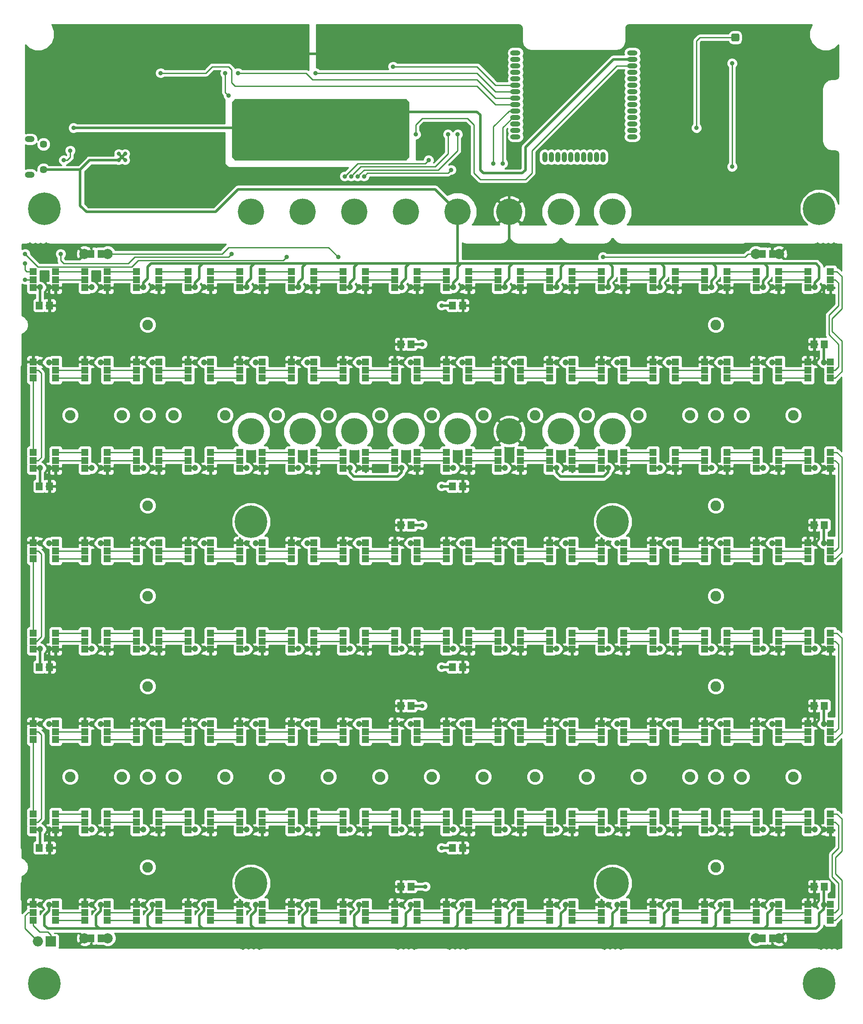
<source format=gtl>
G04 #@! TF.GenerationSoftware,KiCad,Pcbnew,no-vcs-found-bf44d39~61~ubuntu16.04.1*
G04 #@! TF.CreationDate,2018-01-06T22:41:00+05:30*
G04 #@! TF.ProjectId,chromogram,6368726F6D6F6772616D2E6B69636164,rev?*
G04 #@! TF.SameCoordinates,Original*
G04 #@! TF.FileFunction,Copper,L1,Top,Signal*
G04 #@! TF.FilePolarity,Positive*
%FSLAX46Y46*%
G04 Gerber Fmt 4.6, Leading zero omitted, Abs format (unit mm)*
G04 Created by KiCad (PCBNEW no-vcs-found-bf44d39~61~ubuntu16.04.1) date Sat Jan  6 22:41:00 2018*
%MOMM*%
%LPD*%
G01*
G04 APERTURE LIST*
%ADD10C,0.150000*%
%ADD11C,1.600000*%
%ADD12C,6.400000*%
%ADD13C,0.800000*%
%ADD14C,5.200000*%
%ADD15R,2.000000X2.000000*%
%ADD16O,2.000000X2.000000*%
%ADD17C,2.000000*%
%ADD18R,1.300480X1.498600*%
%ADD19C,1.200000*%
%ADD20R,1.400000X1.400000*%
%ADD21C,1.450000*%
%ADD22O,1.900000X1.200000*%
%ADD23C,2.082800*%
%ADD24R,1.350000X1.550000*%
%ADD25O,2.000000X1.000000*%
%ADD26O,1.000000X2.000000*%
%ADD27C,0.900000*%
%ADD28C,0.508000*%
%ADD29C,0.254000*%
G04 APERTURE END LIST*
D10*
G36*
X191574207Y-53176926D02*
X191613036Y-53182686D01*
X191651114Y-53192224D01*
X191688073Y-53205448D01*
X191723559Y-53222231D01*
X191757228Y-53242412D01*
X191788757Y-53265796D01*
X191817843Y-53292157D01*
X191844204Y-53321243D01*
X191867588Y-53352772D01*
X191887769Y-53386441D01*
X191904552Y-53421927D01*
X191917776Y-53458886D01*
X191927314Y-53496964D01*
X191933074Y-53535793D01*
X191935000Y-53575000D01*
X191935000Y-54375000D01*
X191933074Y-54414207D01*
X191927314Y-54453036D01*
X191917776Y-54491114D01*
X191904552Y-54528073D01*
X191887769Y-54563559D01*
X191867588Y-54597228D01*
X191844204Y-54628757D01*
X191817843Y-54657843D01*
X191788757Y-54684204D01*
X191757228Y-54707588D01*
X191723559Y-54727769D01*
X191688073Y-54744552D01*
X191651114Y-54757776D01*
X191613036Y-54767314D01*
X191574207Y-54773074D01*
X191535000Y-54775000D01*
X190735000Y-54775000D01*
X190695793Y-54773074D01*
X190656964Y-54767314D01*
X190618886Y-54757776D01*
X190581927Y-54744552D01*
X190546441Y-54727769D01*
X190512772Y-54707588D01*
X190481243Y-54684204D01*
X190452157Y-54657843D01*
X190425796Y-54628757D01*
X190402412Y-54597228D01*
X190382231Y-54563559D01*
X190365448Y-54528073D01*
X190352224Y-54491114D01*
X190342686Y-54453036D01*
X190336926Y-54414207D01*
X190335000Y-54375000D01*
X190335000Y-53575000D01*
X190336926Y-53535793D01*
X190342686Y-53496964D01*
X190352224Y-53458886D01*
X190365448Y-53421927D01*
X190382231Y-53386441D01*
X190402412Y-53352772D01*
X190425796Y-53321243D01*
X190452157Y-53292157D01*
X190481243Y-53265796D01*
X190512772Y-53242412D01*
X190546441Y-53222231D01*
X190581927Y-53205448D01*
X190618886Y-53192224D01*
X190656964Y-53182686D01*
X190695793Y-53176926D01*
X190735000Y-53175000D01*
X191535000Y-53175000D01*
X191574207Y-53176926D01*
X191574207Y-53176926D01*
G37*
D11*
X191135000Y-53975000D03*
D12*
X55245000Y-87630000D03*
D13*
X57645000Y-87630000D03*
X56942056Y-89327056D03*
X55245000Y-90030000D03*
X53547944Y-89327056D03*
X52845000Y-87630000D03*
X53547944Y-85932944D03*
X55245000Y-85230000D03*
X56942056Y-85932944D03*
D12*
X55245000Y-240030000D03*
D13*
X57645000Y-240030000D03*
X56942056Y-241727056D03*
X55245000Y-242430000D03*
X53547944Y-241727056D03*
X52845000Y-240030000D03*
X53547944Y-238332944D03*
X55245000Y-237630000D03*
X56942056Y-238332944D03*
D12*
X207645000Y-240030000D03*
D13*
X210045000Y-240030000D03*
X209342056Y-241727056D03*
X207645000Y-242430000D03*
X205947944Y-241727056D03*
X205245000Y-240030000D03*
X205947944Y-238332944D03*
X207645000Y-237630000D03*
X209342056Y-238332944D03*
D12*
X95885000Y-149225000D03*
D13*
X98285000Y-149225000D03*
X97582056Y-150922056D03*
X95885000Y-151625000D03*
X94187944Y-150922056D03*
X93485000Y-149225000D03*
X94187944Y-147527944D03*
X95885000Y-146825000D03*
X97582056Y-147527944D03*
D12*
X167005000Y-149225000D03*
D13*
X169405000Y-149225000D03*
X168702056Y-150922056D03*
X167005000Y-151625000D03*
X165307944Y-150922056D03*
X164605000Y-149225000D03*
X165307944Y-147527944D03*
X167005000Y-146825000D03*
X168702056Y-147527944D03*
D12*
X167005000Y-220345000D03*
D13*
X169405000Y-220345000D03*
X168702056Y-222042056D03*
X167005000Y-222745000D03*
X165307944Y-222042056D03*
X164605000Y-220345000D03*
X165307944Y-218647944D03*
X167005000Y-217945000D03*
X168702056Y-218647944D03*
D12*
X95885000Y-220345000D03*
D13*
X98285000Y-220345000D03*
X97582056Y-222042056D03*
X95885000Y-222745000D03*
X94187944Y-222042056D03*
X93485000Y-220345000D03*
X94187944Y-218647944D03*
X95885000Y-217945000D03*
X97582056Y-218647944D03*
D12*
X207645000Y-87630000D03*
D13*
X210045000Y-87630000D03*
X209342056Y-89327056D03*
X207645000Y-90030000D03*
X205947944Y-89327056D03*
X205245000Y-87630000D03*
X205947944Y-85932944D03*
X207645000Y-85230000D03*
X209342056Y-85932944D03*
D14*
X95885000Y-88265000D03*
X106045000Y-88265000D03*
X116205000Y-88265000D03*
X167005000Y-88265000D03*
X156845000Y-88265000D03*
X126365000Y-88265000D03*
X146685000Y-88265000D03*
X136525000Y-88265000D03*
X95885000Y-131445000D03*
X106045000Y-131445000D03*
X116205000Y-131445000D03*
X167005000Y-131445000D03*
X156845000Y-131445000D03*
X126365000Y-131445000D03*
X146685000Y-131445000D03*
X136525000Y-131445000D03*
D15*
X56515000Y-231775000D03*
D16*
X53975000Y-231775000D03*
D13*
X69850000Y-78105000D03*
X71120000Y-78105000D03*
X71120000Y-76835000D03*
X69850000Y-76835000D03*
X70485000Y-77470000D03*
D17*
X63119000Y-96520000D03*
X67691000Y-96520000D03*
D18*
X66357500Y-96520000D03*
X64452500Y-96520000D03*
D19*
X64505000Y-224560000D03*
X66305000Y-224560000D03*
D20*
X63205000Y-227660000D03*
X67605000Y-227660000D03*
X67605000Y-226060000D03*
X63205000Y-226060000D03*
X63205000Y-224460000D03*
X67605000Y-224460000D03*
D21*
X55055000Y-79970000D03*
X55055000Y-74970000D03*
D22*
X52355000Y-80970000D03*
X52355000Y-73970000D03*
D19*
X196585000Y-117880000D03*
X198385000Y-117880000D03*
D20*
X195285000Y-120980000D03*
X199685000Y-120980000D03*
X199685000Y-119380000D03*
X195285000Y-119380000D03*
X195285000Y-117780000D03*
X199685000Y-117780000D03*
D19*
X56145000Y-103100000D03*
X54345000Y-103100000D03*
D20*
X57445000Y-100000000D03*
X53045000Y-100000000D03*
X53045000Y-101600000D03*
X57445000Y-101600000D03*
X57445000Y-103200000D03*
X53045000Y-103200000D03*
D19*
X76465000Y-103100000D03*
X74665000Y-103100000D03*
D20*
X77765000Y-100000000D03*
X73365000Y-100000000D03*
X73365000Y-101600000D03*
X77765000Y-101600000D03*
X77765000Y-103200000D03*
X73365000Y-103200000D03*
D19*
X86625000Y-103100000D03*
X84825000Y-103100000D03*
D20*
X87925000Y-100000000D03*
X83525000Y-100000000D03*
X83525000Y-101600000D03*
X87925000Y-101600000D03*
X87925000Y-103200000D03*
X83525000Y-103200000D03*
D19*
X96785000Y-103100000D03*
X94985000Y-103100000D03*
D20*
X98085000Y-100000000D03*
X93685000Y-100000000D03*
X93685000Y-101600000D03*
X98085000Y-101600000D03*
X98085000Y-103200000D03*
X93685000Y-103200000D03*
D19*
X106945000Y-103100000D03*
X105145000Y-103100000D03*
D20*
X108245000Y-100000000D03*
X103845000Y-100000000D03*
X103845000Y-101600000D03*
X108245000Y-101600000D03*
X108245000Y-103200000D03*
X103845000Y-103200000D03*
D19*
X117105000Y-103100000D03*
X115305000Y-103100000D03*
D20*
X118405000Y-100000000D03*
X114005000Y-100000000D03*
X114005000Y-101600000D03*
X118405000Y-101600000D03*
X118405000Y-103200000D03*
X114005000Y-103200000D03*
D19*
X127265000Y-103100000D03*
X125465000Y-103100000D03*
D20*
X128565000Y-100000000D03*
X124165000Y-100000000D03*
X124165000Y-101600000D03*
X128565000Y-101600000D03*
X128565000Y-103200000D03*
X124165000Y-103200000D03*
D19*
X137425000Y-103100000D03*
X135625000Y-103100000D03*
D20*
X138725000Y-100000000D03*
X134325000Y-100000000D03*
X134325000Y-101600000D03*
X138725000Y-101600000D03*
X138725000Y-103200000D03*
X134325000Y-103200000D03*
D19*
X147585000Y-103100000D03*
X145785000Y-103100000D03*
D20*
X148885000Y-100000000D03*
X144485000Y-100000000D03*
X144485000Y-101600000D03*
X148885000Y-101600000D03*
X148885000Y-103200000D03*
X144485000Y-103200000D03*
D19*
X157745000Y-103100000D03*
X155945000Y-103100000D03*
D20*
X159045000Y-100000000D03*
X154645000Y-100000000D03*
X154645000Y-101600000D03*
X159045000Y-101600000D03*
X159045000Y-103200000D03*
X154645000Y-103200000D03*
D19*
X167905000Y-103100000D03*
X166105000Y-103100000D03*
D20*
X169205000Y-100000000D03*
X164805000Y-100000000D03*
X164805000Y-101600000D03*
X169205000Y-101600000D03*
X169205000Y-103200000D03*
X164805000Y-103200000D03*
D19*
X178065000Y-103100000D03*
X176265000Y-103100000D03*
D20*
X179365000Y-100000000D03*
X174965000Y-100000000D03*
X174965000Y-101600000D03*
X179365000Y-101600000D03*
X179365000Y-103200000D03*
X174965000Y-103200000D03*
D19*
X188225000Y-103100000D03*
X186425000Y-103100000D03*
D20*
X189525000Y-100000000D03*
X185125000Y-100000000D03*
X185125000Y-101600000D03*
X189525000Y-101600000D03*
X189525000Y-103200000D03*
X185125000Y-103200000D03*
D19*
X198385000Y-103100000D03*
X196585000Y-103100000D03*
D20*
X199685000Y-100000000D03*
X195285000Y-100000000D03*
X195285000Y-101600000D03*
X199685000Y-101600000D03*
X199685000Y-103200000D03*
X195285000Y-103200000D03*
D19*
X208545000Y-103100000D03*
X206745000Y-103100000D03*
D20*
X209845000Y-100000000D03*
X205445000Y-100000000D03*
X205445000Y-101600000D03*
X209845000Y-101600000D03*
X209845000Y-103200000D03*
X205445000Y-103200000D03*
D19*
X206745000Y-117880000D03*
X208545000Y-117880000D03*
D20*
X205445000Y-120980000D03*
X209845000Y-120980000D03*
X209845000Y-119380000D03*
X205445000Y-119380000D03*
X205445000Y-117780000D03*
X209845000Y-117780000D03*
D19*
X186425000Y-117880000D03*
X188225000Y-117880000D03*
D20*
X185125000Y-120980000D03*
X189525000Y-120980000D03*
X189525000Y-119380000D03*
X185125000Y-119380000D03*
X185125000Y-117780000D03*
X189525000Y-117780000D03*
D19*
X176265000Y-117880000D03*
X178065000Y-117880000D03*
D20*
X174965000Y-120980000D03*
X179365000Y-120980000D03*
X179365000Y-119380000D03*
X174965000Y-119380000D03*
X174965000Y-117780000D03*
X179365000Y-117780000D03*
D19*
X166105000Y-117880000D03*
X167905000Y-117880000D03*
D20*
X164805000Y-120980000D03*
X169205000Y-120980000D03*
X169205000Y-119380000D03*
X164805000Y-119380000D03*
X164805000Y-117780000D03*
X169205000Y-117780000D03*
D19*
X155945000Y-117880000D03*
X157745000Y-117880000D03*
D20*
X154645000Y-120980000D03*
X159045000Y-120980000D03*
X159045000Y-119380000D03*
X154645000Y-119380000D03*
X154645000Y-117780000D03*
X159045000Y-117780000D03*
D19*
X145785000Y-117880000D03*
X147585000Y-117880000D03*
D20*
X144485000Y-120980000D03*
X148885000Y-120980000D03*
X148885000Y-119380000D03*
X144485000Y-119380000D03*
X144485000Y-117780000D03*
X148885000Y-117780000D03*
D19*
X135625000Y-117880000D03*
X137425000Y-117880000D03*
D20*
X134325000Y-120980000D03*
X138725000Y-120980000D03*
X138725000Y-119380000D03*
X134325000Y-119380000D03*
X134325000Y-117780000D03*
X138725000Y-117780000D03*
D19*
X125465000Y-117880000D03*
X127265000Y-117880000D03*
D20*
X124165000Y-120980000D03*
X128565000Y-120980000D03*
X128565000Y-119380000D03*
X124165000Y-119380000D03*
X124165000Y-117780000D03*
X128565000Y-117780000D03*
D19*
X115305000Y-117880000D03*
X117105000Y-117880000D03*
D20*
X114005000Y-120980000D03*
X118405000Y-120980000D03*
X118405000Y-119380000D03*
X114005000Y-119380000D03*
X114005000Y-117780000D03*
X118405000Y-117780000D03*
D19*
X105145000Y-117880000D03*
X106945000Y-117880000D03*
D20*
X103845000Y-120980000D03*
X108245000Y-120980000D03*
X108245000Y-119380000D03*
X103845000Y-119380000D03*
X103845000Y-117780000D03*
X108245000Y-117780000D03*
D19*
X94985000Y-117880000D03*
X96785000Y-117880000D03*
D20*
X93685000Y-120980000D03*
X98085000Y-120980000D03*
X98085000Y-119380000D03*
X93685000Y-119380000D03*
X93685000Y-117780000D03*
X98085000Y-117780000D03*
D19*
X84825000Y-117880000D03*
X86625000Y-117880000D03*
D20*
X83525000Y-120980000D03*
X87925000Y-120980000D03*
X87925000Y-119380000D03*
X83525000Y-119380000D03*
X83525000Y-117780000D03*
X87925000Y-117780000D03*
D19*
X74665000Y-117880000D03*
X76465000Y-117880000D03*
D20*
X73365000Y-120980000D03*
X77765000Y-120980000D03*
X77765000Y-119380000D03*
X73365000Y-119380000D03*
X73365000Y-117780000D03*
X77765000Y-117780000D03*
D19*
X64505000Y-117880000D03*
X66305000Y-117880000D03*
D20*
X63205000Y-120980000D03*
X67605000Y-120980000D03*
X67605000Y-119380000D03*
X63205000Y-119380000D03*
X63205000Y-117780000D03*
X67605000Y-117780000D03*
D19*
X54345000Y-117880000D03*
X56145000Y-117880000D03*
D20*
X53045000Y-120980000D03*
X57445000Y-120980000D03*
X57445000Y-119380000D03*
X53045000Y-119380000D03*
X53045000Y-117780000D03*
X57445000Y-117780000D03*
D19*
X56145000Y-138660000D03*
X54345000Y-138660000D03*
D20*
X57445000Y-135560000D03*
X53045000Y-135560000D03*
X53045000Y-137160000D03*
X57445000Y-137160000D03*
X57445000Y-138760000D03*
X53045000Y-138760000D03*
D19*
X66305000Y-138660000D03*
X64505000Y-138660000D03*
D20*
X67605000Y-135560000D03*
X63205000Y-135560000D03*
X63205000Y-137160000D03*
X67605000Y-137160000D03*
X67605000Y-138760000D03*
X63205000Y-138760000D03*
D19*
X76465000Y-138660000D03*
X74665000Y-138660000D03*
D20*
X77765000Y-135560000D03*
X73365000Y-135560000D03*
X73365000Y-137160000D03*
X77765000Y-137160000D03*
X77765000Y-138760000D03*
X73365000Y-138760000D03*
D19*
X86625000Y-138660000D03*
X84825000Y-138660000D03*
D20*
X87925000Y-135560000D03*
X83525000Y-135560000D03*
X83525000Y-137160000D03*
X87925000Y-137160000D03*
X87925000Y-138760000D03*
X83525000Y-138760000D03*
D19*
X96785000Y-138660000D03*
X94985000Y-138660000D03*
D20*
X98085000Y-135560000D03*
X93685000Y-135560000D03*
X93685000Y-137160000D03*
X98085000Y-137160000D03*
X98085000Y-138760000D03*
X93685000Y-138760000D03*
D19*
X106945000Y-138660000D03*
X105145000Y-138660000D03*
D20*
X108245000Y-135560000D03*
X103845000Y-135560000D03*
X103845000Y-137160000D03*
X108245000Y-137160000D03*
X108245000Y-138760000D03*
X103845000Y-138760000D03*
D19*
X117105000Y-138660000D03*
X115305000Y-138660000D03*
D20*
X118405000Y-135560000D03*
X114005000Y-135560000D03*
X114005000Y-137160000D03*
X118405000Y-137160000D03*
X118405000Y-138760000D03*
X114005000Y-138760000D03*
D19*
X127265000Y-138660000D03*
X125465000Y-138660000D03*
D20*
X128565000Y-135560000D03*
X124165000Y-135560000D03*
X124165000Y-137160000D03*
X128565000Y-137160000D03*
X128565000Y-138760000D03*
X124165000Y-138760000D03*
D19*
X137425000Y-138660000D03*
X135625000Y-138660000D03*
D20*
X138725000Y-135560000D03*
X134325000Y-135560000D03*
X134325000Y-137160000D03*
X138725000Y-137160000D03*
X138725000Y-138760000D03*
X134325000Y-138760000D03*
D19*
X147585000Y-138660000D03*
X145785000Y-138660000D03*
D20*
X148885000Y-135560000D03*
X144485000Y-135560000D03*
X144485000Y-137160000D03*
X148885000Y-137160000D03*
X148885000Y-138760000D03*
X144485000Y-138760000D03*
D19*
X157745000Y-138660000D03*
X155945000Y-138660000D03*
D20*
X159045000Y-135560000D03*
X154645000Y-135560000D03*
X154645000Y-137160000D03*
X159045000Y-137160000D03*
X159045000Y-138760000D03*
X154645000Y-138760000D03*
D19*
X167905000Y-138660000D03*
X166105000Y-138660000D03*
D20*
X169205000Y-135560000D03*
X164805000Y-135560000D03*
X164805000Y-137160000D03*
X169205000Y-137160000D03*
X169205000Y-138760000D03*
X164805000Y-138760000D03*
D19*
X178065000Y-138660000D03*
X176265000Y-138660000D03*
D20*
X179365000Y-135560000D03*
X174965000Y-135560000D03*
X174965000Y-137160000D03*
X179365000Y-137160000D03*
X179365000Y-138760000D03*
X174965000Y-138760000D03*
D19*
X188225000Y-138660000D03*
X186425000Y-138660000D03*
D20*
X189525000Y-135560000D03*
X185125000Y-135560000D03*
X185125000Y-137160000D03*
X189525000Y-137160000D03*
X189525000Y-138760000D03*
X185125000Y-138760000D03*
D19*
X198385000Y-138660000D03*
X196585000Y-138660000D03*
D20*
X199685000Y-135560000D03*
X195285000Y-135560000D03*
X195285000Y-137160000D03*
X199685000Y-137160000D03*
X199685000Y-138760000D03*
X195285000Y-138760000D03*
D19*
X208545000Y-138660000D03*
X206745000Y-138660000D03*
D20*
X209845000Y-135560000D03*
X205445000Y-135560000D03*
X205445000Y-137160000D03*
X209845000Y-137160000D03*
X209845000Y-138760000D03*
X205445000Y-138760000D03*
D19*
X206745000Y-153440000D03*
X208545000Y-153440000D03*
D20*
X205445000Y-156540000D03*
X209845000Y-156540000D03*
X209845000Y-154940000D03*
X205445000Y-154940000D03*
X205445000Y-153340000D03*
X209845000Y-153340000D03*
D19*
X196585000Y-153440000D03*
X198385000Y-153440000D03*
D20*
X195285000Y-156540000D03*
X199685000Y-156540000D03*
X199685000Y-154940000D03*
X195285000Y-154940000D03*
X195285000Y-153340000D03*
X199685000Y-153340000D03*
D19*
X186425000Y-153440000D03*
X188225000Y-153440000D03*
D20*
X185125000Y-156540000D03*
X189525000Y-156540000D03*
X189525000Y-154940000D03*
X185125000Y-154940000D03*
X185125000Y-153340000D03*
X189525000Y-153340000D03*
D19*
X176265000Y-153440000D03*
X178065000Y-153440000D03*
D20*
X174965000Y-156540000D03*
X179365000Y-156540000D03*
X179365000Y-154940000D03*
X174965000Y-154940000D03*
X174965000Y-153340000D03*
X179365000Y-153340000D03*
D19*
X166105000Y-153440000D03*
X167905000Y-153440000D03*
D20*
X164805000Y-156540000D03*
X169205000Y-156540000D03*
X169205000Y-154940000D03*
X164805000Y-154940000D03*
X164805000Y-153340000D03*
X169205000Y-153340000D03*
D19*
X155945000Y-153440000D03*
X157745000Y-153440000D03*
D20*
X154645000Y-156540000D03*
X159045000Y-156540000D03*
X159045000Y-154940000D03*
X154645000Y-154940000D03*
X154645000Y-153340000D03*
X159045000Y-153340000D03*
D19*
X145785000Y-153440000D03*
X147585000Y-153440000D03*
D20*
X144485000Y-156540000D03*
X148885000Y-156540000D03*
X148885000Y-154940000D03*
X144485000Y-154940000D03*
X144485000Y-153340000D03*
X148885000Y-153340000D03*
D19*
X135625000Y-153440000D03*
X137425000Y-153440000D03*
D20*
X134325000Y-156540000D03*
X138725000Y-156540000D03*
X138725000Y-154940000D03*
X134325000Y-154940000D03*
X134325000Y-153340000D03*
X138725000Y-153340000D03*
D19*
X125465000Y-153440000D03*
X127265000Y-153440000D03*
D20*
X124165000Y-156540000D03*
X128565000Y-156540000D03*
X128565000Y-154940000D03*
X124165000Y-154940000D03*
X124165000Y-153340000D03*
X128565000Y-153340000D03*
D19*
X115305000Y-153440000D03*
X117105000Y-153440000D03*
D20*
X114005000Y-156540000D03*
X118405000Y-156540000D03*
X118405000Y-154940000D03*
X114005000Y-154940000D03*
X114005000Y-153340000D03*
X118405000Y-153340000D03*
D19*
X105145000Y-153440000D03*
X106945000Y-153440000D03*
D20*
X103845000Y-156540000D03*
X108245000Y-156540000D03*
X108245000Y-154940000D03*
X103845000Y-154940000D03*
X103845000Y-153340000D03*
X108245000Y-153340000D03*
D19*
X94985000Y-153440000D03*
X96785000Y-153440000D03*
D20*
X93685000Y-156540000D03*
X98085000Y-156540000D03*
X98085000Y-154940000D03*
X93685000Y-154940000D03*
X93685000Y-153340000D03*
X98085000Y-153340000D03*
D19*
X84825000Y-153440000D03*
X86625000Y-153440000D03*
D20*
X83525000Y-156540000D03*
X87925000Y-156540000D03*
X87925000Y-154940000D03*
X83525000Y-154940000D03*
X83525000Y-153340000D03*
X87925000Y-153340000D03*
D19*
X74665000Y-153440000D03*
X76465000Y-153440000D03*
D20*
X73365000Y-156540000D03*
X77765000Y-156540000D03*
X77765000Y-154940000D03*
X73365000Y-154940000D03*
X73365000Y-153340000D03*
X77765000Y-153340000D03*
D19*
X64505000Y-153440000D03*
X66305000Y-153440000D03*
D20*
X63205000Y-156540000D03*
X67605000Y-156540000D03*
X67605000Y-154940000D03*
X63205000Y-154940000D03*
X63205000Y-153340000D03*
X67605000Y-153340000D03*
D19*
X54345000Y-153440000D03*
X56145000Y-153440000D03*
D20*
X53045000Y-156540000D03*
X57445000Y-156540000D03*
X57445000Y-154940000D03*
X53045000Y-154940000D03*
X53045000Y-153340000D03*
X57445000Y-153340000D03*
D19*
X56145000Y-174220000D03*
X54345000Y-174220000D03*
D20*
X57445000Y-171120000D03*
X53045000Y-171120000D03*
X53045000Y-172720000D03*
X57445000Y-172720000D03*
X57445000Y-174320000D03*
X53045000Y-174320000D03*
D19*
X66305000Y-174220000D03*
X64505000Y-174220000D03*
D20*
X67605000Y-171120000D03*
X63205000Y-171120000D03*
X63205000Y-172720000D03*
X67605000Y-172720000D03*
X67605000Y-174320000D03*
X63205000Y-174320000D03*
D19*
X76465000Y-174220000D03*
X74665000Y-174220000D03*
D20*
X77765000Y-171120000D03*
X73365000Y-171120000D03*
X73365000Y-172720000D03*
X77765000Y-172720000D03*
X77765000Y-174320000D03*
X73365000Y-174320000D03*
D19*
X86625000Y-174220000D03*
X84825000Y-174220000D03*
D20*
X87925000Y-171120000D03*
X83525000Y-171120000D03*
X83525000Y-172720000D03*
X87925000Y-172720000D03*
X87925000Y-174320000D03*
X83525000Y-174320000D03*
D19*
X96785000Y-174220000D03*
X94985000Y-174220000D03*
D20*
X98085000Y-171120000D03*
X93685000Y-171120000D03*
X93685000Y-172720000D03*
X98085000Y-172720000D03*
X98085000Y-174320000D03*
X93685000Y-174320000D03*
D19*
X106945000Y-174220000D03*
X105145000Y-174220000D03*
D20*
X108245000Y-171120000D03*
X103845000Y-171120000D03*
X103845000Y-172720000D03*
X108245000Y-172720000D03*
X108245000Y-174320000D03*
X103845000Y-174320000D03*
D19*
X117105000Y-174220000D03*
X115305000Y-174220000D03*
D20*
X118405000Y-171120000D03*
X114005000Y-171120000D03*
X114005000Y-172720000D03*
X118405000Y-172720000D03*
X118405000Y-174320000D03*
X114005000Y-174320000D03*
D19*
X127265000Y-174220000D03*
X125465000Y-174220000D03*
D20*
X128565000Y-171120000D03*
X124165000Y-171120000D03*
X124165000Y-172720000D03*
X128565000Y-172720000D03*
X128565000Y-174320000D03*
X124165000Y-174320000D03*
D19*
X137425000Y-174220000D03*
X135625000Y-174220000D03*
D20*
X138725000Y-171120000D03*
X134325000Y-171120000D03*
X134325000Y-172720000D03*
X138725000Y-172720000D03*
X138725000Y-174320000D03*
X134325000Y-174320000D03*
D19*
X147585000Y-174220000D03*
X145785000Y-174220000D03*
D20*
X148885000Y-171120000D03*
X144485000Y-171120000D03*
X144485000Y-172720000D03*
X148885000Y-172720000D03*
X148885000Y-174320000D03*
X144485000Y-174320000D03*
D19*
X157745000Y-174220000D03*
X155945000Y-174220000D03*
D20*
X159045000Y-171120000D03*
X154645000Y-171120000D03*
X154645000Y-172720000D03*
X159045000Y-172720000D03*
X159045000Y-174320000D03*
X154645000Y-174320000D03*
D19*
X167905000Y-174220000D03*
X166105000Y-174220000D03*
D20*
X169205000Y-171120000D03*
X164805000Y-171120000D03*
X164805000Y-172720000D03*
X169205000Y-172720000D03*
X169205000Y-174320000D03*
X164805000Y-174320000D03*
D19*
X178065000Y-174220000D03*
X176265000Y-174220000D03*
D20*
X179365000Y-171120000D03*
X174965000Y-171120000D03*
X174965000Y-172720000D03*
X179365000Y-172720000D03*
X179365000Y-174320000D03*
X174965000Y-174320000D03*
D19*
X188225000Y-174220000D03*
X186425000Y-174220000D03*
D20*
X189525000Y-171120000D03*
X185125000Y-171120000D03*
X185125000Y-172720000D03*
X189525000Y-172720000D03*
X189525000Y-174320000D03*
X185125000Y-174320000D03*
D19*
X198385000Y-174220000D03*
X196585000Y-174220000D03*
D20*
X199685000Y-171120000D03*
X195285000Y-171120000D03*
X195285000Y-172720000D03*
X199685000Y-172720000D03*
X199685000Y-174320000D03*
X195285000Y-174320000D03*
D19*
X208545000Y-174220000D03*
X206745000Y-174220000D03*
D20*
X209845000Y-171120000D03*
X205445000Y-171120000D03*
X205445000Y-172720000D03*
X209845000Y-172720000D03*
X209845000Y-174320000D03*
X205445000Y-174320000D03*
D19*
X206745000Y-189000000D03*
X208545000Y-189000000D03*
D20*
X205445000Y-192100000D03*
X209845000Y-192100000D03*
X209845000Y-190500000D03*
X205445000Y-190500000D03*
X205445000Y-188900000D03*
X209845000Y-188900000D03*
D19*
X196585000Y-189000000D03*
X198385000Y-189000000D03*
D20*
X195285000Y-192100000D03*
X199685000Y-192100000D03*
X199685000Y-190500000D03*
X195285000Y-190500000D03*
X195285000Y-188900000D03*
X199685000Y-188900000D03*
D19*
X186425000Y-189000000D03*
X188225000Y-189000000D03*
D20*
X185125000Y-192100000D03*
X189525000Y-192100000D03*
X189525000Y-190500000D03*
X185125000Y-190500000D03*
X185125000Y-188900000D03*
X189525000Y-188900000D03*
D19*
X176265000Y-189000000D03*
X178065000Y-189000000D03*
D20*
X174965000Y-192100000D03*
X179365000Y-192100000D03*
X179365000Y-190500000D03*
X174965000Y-190500000D03*
X174965000Y-188900000D03*
X179365000Y-188900000D03*
D19*
X166105000Y-189000000D03*
X167905000Y-189000000D03*
D20*
X164805000Y-192100000D03*
X169205000Y-192100000D03*
X169205000Y-190500000D03*
X164805000Y-190500000D03*
X164805000Y-188900000D03*
X169205000Y-188900000D03*
D19*
X155945000Y-189000000D03*
X157745000Y-189000000D03*
D20*
X154645000Y-192100000D03*
X159045000Y-192100000D03*
X159045000Y-190500000D03*
X154645000Y-190500000D03*
X154645000Y-188900000D03*
X159045000Y-188900000D03*
D19*
X145785000Y-189000000D03*
X147585000Y-189000000D03*
D20*
X144485000Y-192100000D03*
X148885000Y-192100000D03*
X148885000Y-190500000D03*
X144485000Y-190500000D03*
X144485000Y-188900000D03*
X148885000Y-188900000D03*
D19*
X135625000Y-189000000D03*
X137425000Y-189000000D03*
D20*
X134325000Y-192100000D03*
X138725000Y-192100000D03*
X138725000Y-190500000D03*
X134325000Y-190500000D03*
X134325000Y-188900000D03*
X138725000Y-188900000D03*
D19*
X125465000Y-189000000D03*
X127265000Y-189000000D03*
D20*
X124165000Y-192100000D03*
X128565000Y-192100000D03*
X128565000Y-190500000D03*
X124165000Y-190500000D03*
X124165000Y-188900000D03*
X128565000Y-188900000D03*
D19*
X115305000Y-189000000D03*
X117105000Y-189000000D03*
D20*
X114005000Y-192100000D03*
X118405000Y-192100000D03*
X118405000Y-190500000D03*
X114005000Y-190500000D03*
X114005000Y-188900000D03*
X118405000Y-188900000D03*
D19*
X105145000Y-189000000D03*
X106945000Y-189000000D03*
D20*
X103845000Y-192100000D03*
X108245000Y-192100000D03*
X108245000Y-190500000D03*
X103845000Y-190500000D03*
X103845000Y-188900000D03*
X108245000Y-188900000D03*
D19*
X94985000Y-189000000D03*
X96785000Y-189000000D03*
D20*
X93685000Y-192100000D03*
X98085000Y-192100000D03*
X98085000Y-190500000D03*
X93685000Y-190500000D03*
X93685000Y-188900000D03*
X98085000Y-188900000D03*
D19*
X84825000Y-189000000D03*
X86625000Y-189000000D03*
D20*
X83525000Y-192100000D03*
X87925000Y-192100000D03*
X87925000Y-190500000D03*
X83525000Y-190500000D03*
X83525000Y-188900000D03*
X87925000Y-188900000D03*
D19*
X74665000Y-189000000D03*
X76465000Y-189000000D03*
D20*
X73365000Y-192100000D03*
X77765000Y-192100000D03*
X77765000Y-190500000D03*
X73365000Y-190500000D03*
X73365000Y-188900000D03*
X77765000Y-188900000D03*
D19*
X64505000Y-189000000D03*
X66305000Y-189000000D03*
D20*
X63205000Y-192100000D03*
X67605000Y-192100000D03*
X67605000Y-190500000D03*
X63205000Y-190500000D03*
X63205000Y-188900000D03*
X67605000Y-188900000D03*
D19*
X54345000Y-189000000D03*
X56145000Y-189000000D03*
D20*
X53045000Y-192100000D03*
X57445000Y-192100000D03*
X57445000Y-190500000D03*
X53045000Y-190500000D03*
X53045000Y-188900000D03*
X57445000Y-188900000D03*
D19*
X56145000Y-209780000D03*
X54345000Y-209780000D03*
D20*
X57445000Y-206680000D03*
X53045000Y-206680000D03*
X53045000Y-208280000D03*
X57445000Y-208280000D03*
X57445000Y-209880000D03*
X53045000Y-209880000D03*
D19*
X66305000Y-209780000D03*
X64505000Y-209780000D03*
D20*
X67605000Y-206680000D03*
X63205000Y-206680000D03*
X63205000Y-208280000D03*
X67605000Y-208280000D03*
X67605000Y-209880000D03*
X63205000Y-209880000D03*
D19*
X76465000Y-209780000D03*
X74665000Y-209780000D03*
D20*
X77765000Y-206680000D03*
X73365000Y-206680000D03*
X73365000Y-208280000D03*
X77765000Y-208280000D03*
X77765000Y-209880000D03*
X73365000Y-209880000D03*
D19*
X86625000Y-209780000D03*
X84825000Y-209780000D03*
D20*
X87925000Y-206680000D03*
X83525000Y-206680000D03*
X83525000Y-208280000D03*
X87925000Y-208280000D03*
X87925000Y-209880000D03*
X83525000Y-209880000D03*
D19*
X96785000Y-209780000D03*
X94985000Y-209780000D03*
D20*
X98085000Y-206680000D03*
X93685000Y-206680000D03*
X93685000Y-208280000D03*
X98085000Y-208280000D03*
X98085000Y-209880000D03*
X93685000Y-209880000D03*
D19*
X106945000Y-209780000D03*
X105145000Y-209780000D03*
D20*
X108245000Y-206680000D03*
X103845000Y-206680000D03*
X103845000Y-208280000D03*
X108245000Y-208280000D03*
X108245000Y-209880000D03*
X103845000Y-209880000D03*
D19*
X117105000Y-209780000D03*
X115305000Y-209780000D03*
D20*
X118405000Y-206680000D03*
X114005000Y-206680000D03*
X114005000Y-208280000D03*
X118405000Y-208280000D03*
X118405000Y-209880000D03*
X114005000Y-209880000D03*
D19*
X127265000Y-209780000D03*
X125465000Y-209780000D03*
D20*
X128565000Y-206680000D03*
X124165000Y-206680000D03*
X124165000Y-208280000D03*
X128565000Y-208280000D03*
X128565000Y-209880000D03*
X124165000Y-209880000D03*
D19*
X137425000Y-209780000D03*
X135625000Y-209780000D03*
D20*
X138725000Y-206680000D03*
X134325000Y-206680000D03*
X134325000Y-208280000D03*
X138725000Y-208280000D03*
X138725000Y-209880000D03*
X134325000Y-209880000D03*
D19*
X147585000Y-209780000D03*
X145785000Y-209780000D03*
D20*
X148885000Y-206680000D03*
X144485000Y-206680000D03*
X144485000Y-208280000D03*
X148885000Y-208280000D03*
X148885000Y-209880000D03*
X144485000Y-209880000D03*
D19*
X157745000Y-209780000D03*
X155945000Y-209780000D03*
D20*
X159045000Y-206680000D03*
X154645000Y-206680000D03*
X154645000Y-208280000D03*
X159045000Y-208280000D03*
X159045000Y-209880000D03*
X154645000Y-209880000D03*
D19*
X167905000Y-209780000D03*
X166105000Y-209780000D03*
D20*
X169205000Y-206680000D03*
X164805000Y-206680000D03*
X164805000Y-208280000D03*
X169205000Y-208280000D03*
X169205000Y-209880000D03*
X164805000Y-209880000D03*
D19*
X178065000Y-209780000D03*
X176265000Y-209780000D03*
D20*
X179365000Y-206680000D03*
X174965000Y-206680000D03*
X174965000Y-208280000D03*
X179365000Y-208280000D03*
X179365000Y-209880000D03*
X174965000Y-209880000D03*
D19*
X188225000Y-209780000D03*
X186425000Y-209780000D03*
D20*
X189525000Y-206680000D03*
X185125000Y-206680000D03*
X185125000Y-208280000D03*
X189525000Y-208280000D03*
X189525000Y-209880000D03*
X185125000Y-209880000D03*
D19*
X198385000Y-209780000D03*
X196585000Y-209780000D03*
D20*
X199685000Y-206680000D03*
X195285000Y-206680000D03*
X195285000Y-208280000D03*
X199685000Y-208280000D03*
X199685000Y-209880000D03*
X195285000Y-209880000D03*
D19*
X208545000Y-209780000D03*
X206745000Y-209780000D03*
D20*
X209845000Y-206680000D03*
X205445000Y-206680000D03*
X205445000Y-208280000D03*
X209845000Y-208280000D03*
X209845000Y-209880000D03*
X205445000Y-209880000D03*
D19*
X206745000Y-224560000D03*
X208545000Y-224560000D03*
D20*
X205445000Y-227660000D03*
X209845000Y-227660000D03*
X209845000Y-226060000D03*
X205445000Y-226060000D03*
X205445000Y-224460000D03*
X209845000Y-224460000D03*
D19*
X196585000Y-224560000D03*
X198385000Y-224560000D03*
D20*
X195285000Y-227660000D03*
X199685000Y-227660000D03*
X199685000Y-226060000D03*
X195285000Y-226060000D03*
X195285000Y-224460000D03*
X199685000Y-224460000D03*
D19*
X186425000Y-224560000D03*
X188225000Y-224560000D03*
D20*
X185125000Y-227660000D03*
X189525000Y-227660000D03*
X189525000Y-226060000D03*
X185125000Y-226060000D03*
X185125000Y-224460000D03*
X189525000Y-224460000D03*
D19*
X176265000Y-224560000D03*
X178065000Y-224560000D03*
D20*
X174965000Y-227660000D03*
X179365000Y-227660000D03*
X179365000Y-226060000D03*
X174965000Y-226060000D03*
X174965000Y-224460000D03*
X179365000Y-224460000D03*
D19*
X166105000Y-224560000D03*
X167905000Y-224560000D03*
D20*
X164805000Y-227660000D03*
X169205000Y-227660000D03*
X169205000Y-226060000D03*
X164805000Y-226060000D03*
X164805000Y-224460000D03*
X169205000Y-224460000D03*
D19*
X155945000Y-224560000D03*
X157745000Y-224560000D03*
D20*
X154645000Y-227660000D03*
X159045000Y-227660000D03*
X159045000Y-226060000D03*
X154645000Y-226060000D03*
X154645000Y-224460000D03*
X159045000Y-224460000D03*
D19*
X145785000Y-224560000D03*
X147585000Y-224560000D03*
D20*
X144485000Y-227660000D03*
X148885000Y-227660000D03*
X148885000Y-226060000D03*
X144485000Y-226060000D03*
X144485000Y-224460000D03*
X148885000Y-224460000D03*
D19*
X135625000Y-224560000D03*
X137425000Y-224560000D03*
D20*
X134325000Y-227660000D03*
X138725000Y-227660000D03*
X138725000Y-226060000D03*
X134325000Y-226060000D03*
X134325000Y-224460000D03*
X138725000Y-224460000D03*
D19*
X125465000Y-224560000D03*
X127265000Y-224560000D03*
D20*
X124165000Y-227660000D03*
X128565000Y-227660000D03*
X128565000Y-226060000D03*
X124165000Y-226060000D03*
X124165000Y-224460000D03*
X128565000Y-224460000D03*
D19*
X115305000Y-224560000D03*
X117105000Y-224560000D03*
D20*
X114005000Y-227660000D03*
X118405000Y-227660000D03*
X118405000Y-226060000D03*
X114005000Y-226060000D03*
X114005000Y-224460000D03*
X118405000Y-224460000D03*
D19*
X105145000Y-224560000D03*
X106945000Y-224560000D03*
D20*
X103845000Y-227660000D03*
X108245000Y-227660000D03*
X108245000Y-226060000D03*
X103845000Y-226060000D03*
X103845000Y-224460000D03*
X108245000Y-224460000D03*
D19*
X94985000Y-224560000D03*
X96785000Y-224560000D03*
D20*
X93685000Y-227660000D03*
X98085000Y-227660000D03*
X98085000Y-226060000D03*
X93685000Y-226060000D03*
X93685000Y-224460000D03*
X98085000Y-224460000D03*
D19*
X84825000Y-224560000D03*
X86625000Y-224560000D03*
D20*
X83525000Y-227660000D03*
X87925000Y-227660000D03*
X87925000Y-226060000D03*
X83525000Y-226060000D03*
X83525000Y-224460000D03*
X87925000Y-224460000D03*
D19*
X74665000Y-224560000D03*
X76465000Y-224560000D03*
D20*
X73365000Y-227660000D03*
X77765000Y-227660000D03*
X77765000Y-226060000D03*
X73365000Y-226060000D03*
X73365000Y-224460000D03*
X77765000Y-224460000D03*
D19*
X54345000Y-224560000D03*
X56145000Y-224560000D03*
D20*
X53045000Y-227660000D03*
X57445000Y-227660000D03*
X57445000Y-226060000D03*
X53045000Y-226060000D03*
X53045000Y-224460000D03*
X57445000Y-224460000D03*
D19*
X66305000Y-103100000D03*
X64505000Y-103100000D03*
D20*
X67605000Y-100000000D03*
X63205000Y-100000000D03*
X63205000Y-101600000D03*
X67605000Y-101600000D03*
X67605000Y-103200000D03*
X63205000Y-103200000D03*
D17*
X63119000Y-231140000D03*
X67691000Y-231140000D03*
D18*
X66357500Y-231140000D03*
X64452500Y-231140000D03*
D17*
X199771000Y-231140000D03*
X195199000Y-231140000D03*
D18*
X196532500Y-231140000D03*
X198437500Y-231140000D03*
D17*
X199771000Y-96520000D03*
X195199000Y-96520000D03*
D18*
X196532500Y-96520000D03*
X198437500Y-96520000D03*
D23*
X187325000Y-217170000D03*
X187325000Y-199390000D03*
X187325000Y-181610000D03*
X187325000Y-163830000D03*
X187325000Y-146050000D03*
X187325000Y-128270000D03*
X187325000Y-110490000D03*
X75565000Y-217170000D03*
X75565000Y-199390000D03*
X75565000Y-181610000D03*
X75565000Y-163830000D03*
X75565000Y-146050000D03*
X75565000Y-128270000D03*
X75565000Y-110490000D03*
X202565000Y-199390000D03*
X192405000Y-199390000D03*
X182245000Y-199390000D03*
X172085000Y-199390000D03*
X161925000Y-199390000D03*
X151765000Y-199390000D03*
X141605000Y-199390000D03*
X131445000Y-199390000D03*
X121285000Y-199390000D03*
X111125000Y-199390000D03*
X100965000Y-199390000D03*
X90805000Y-199390000D03*
X80645000Y-199390000D03*
X70485000Y-199390000D03*
X60325000Y-199390000D03*
X202565000Y-128270000D03*
X192405000Y-128270000D03*
X182245000Y-128270000D03*
X172085000Y-128270000D03*
X161925000Y-128270000D03*
X151765000Y-128270000D03*
X141605000Y-128270000D03*
X131445000Y-128270000D03*
X121285000Y-128270000D03*
X111125000Y-128270000D03*
X100965000Y-128270000D03*
X90805000Y-128270000D03*
X80645000Y-128270000D03*
X70485000Y-128270000D03*
X60325000Y-128270000D03*
D24*
X56245000Y-106680000D03*
X54245000Y-106680000D03*
X137525000Y-106680000D03*
X135525000Y-106680000D03*
X206645000Y-114300000D03*
X208645000Y-114300000D03*
X125365000Y-114300000D03*
X127365000Y-114300000D03*
X56245000Y-142240000D03*
X54245000Y-142240000D03*
X137525000Y-142240000D03*
X135525000Y-142240000D03*
X206645000Y-149860000D03*
X208645000Y-149860000D03*
X125365000Y-149860000D03*
X127365000Y-149860000D03*
X56245000Y-177800000D03*
X54245000Y-177800000D03*
X137525000Y-177800000D03*
X135525000Y-177800000D03*
X206645000Y-185420000D03*
X208645000Y-185420000D03*
X125365000Y-185420000D03*
X127365000Y-185420000D03*
X56245000Y-213360000D03*
X54245000Y-213360000D03*
X137525000Y-213360000D03*
X135525000Y-213360000D03*
X206645000Y-220980000D03*
X208645000Y-220980000D03*
X125365000Y-220980000D03*
X127365000Y-220980000D03*
D25*
X170885000Y-56980000D03*
X170885000Y-58250000D03*
X170885000Y-59520000D03*
X170885000Y-60790000D03*
X170885000Y-62060000D03*
X170885000Y-63330000D03*
X170885000Y-64600000D03*
X170885000Y-65870000D03*
X170885000Y-67140000D03*
X170885000Y-68410000D03*
X170885000Y-69680000D03*
X170885000Y-70950000D03*
X170885000Y-72220000D03*
X170885000Y-73490000D03*
X147885000Y-58250000D03*
X147885000Y-67140000D03*
X147885000Y-68410000D03*
X147885000Y-60790000D03*
X147885000Y-56980000D03*
X147885000Y-69680000D03*
X147885000Y-63330000D03*
X147885000Y-73490000D03*
X147885000Y-72220000D03*
X147885000Y-65870000D03*
X147885000Y-64600000D03*
X147885000Y-62060000D03*
X147885000Y-70950000D03*
X147885000Y-59520000D03*
D26*
X165100000Y-77480000D03*
X163830000Y-77480000D03*
X162560000Y-77480000D03*
X161290000Y-77480000D03*
X160020000Y-77480000D03*
X157480000Y-77480000D03*
X156210000Y-77480000D03*
X154940000Y-77480000D03*
X153670000Y-77480000D03*
X158750000Y-77480000D03*
D27*
X190500000Y-79375000D03*
X190500000Y-59055000D03*
X111125000Y-57150000D03*
X106045000Y-57150000D03*
X76835000Y-55880000D03*
X126365000Y-71120000D03*
X126365000Y-73025000D03*
X123825000Y-73025000D03*
X121285000Y-74295000D03*
X118745000Y-74295000D03*
X116205000Y-74295000D03*
X113665000Y-74295000D03*
X111125000Y-74295000D03*
X108585000Y-74295000D03*
X106045000Y-74295000D03*
X103505000Y-74295000D03*
X100965000Y-74295000D03*
X98425000Y-74295000D03*
X95885000Y-74295000D03*
X93980000Y-70485000D03*
X93980000Y-74295000D03*
X93980000Y-72390000D03*
X93980000Y-68580000D03*
X93980000Y-66675000D03*
X95885000Y-66675000D03*
X98425000Y-66675000D03*
X100965000Y-66675000D03*
X103505000Y-66675000D03*
X106045000Y-66675000D03*
X108585000Y-66675000D03*
X111125000Y-66675000D03*
X113665000Y-66675000D03*
X116205000Y-66675000D03*
X118745000Y-66675000D03*
X121285000Y-66675000D03*
X123825000Y-66675000D03*
X126365000Y-66675000D03*
X99060000Y-68580000D03*
X102870000Y-68580000D03*
X105410000Y-68580000D03*
X107950000Y-68580000D03*
X110490000Y-68580000D03*
X112395000Y-68580000D03*
X114300000Y-68580000D03*
X116205000Y-68580000D03*
X118110000Y-68580000D03*
X120015000Y-68580000D03*
X121920000Y-68580000D03*
X123825000Y-68580000D03*
X125730000Y-68580000D03*
X133350000Y-106680000D03*
X129540000Y-114300000D03*
X129540000Y-149860000D03*
X133350000Y-142240000D03*
X133350000Y-177800000D03*
X129540000Y-185420000D03*
X133350000Y-213360000D03*
X130175000Y-220980000D03*
X51435000Y-98425000D03*
X51435000Y-101600000D03*
X86995000Y-80010000D03*
X98425000Y-80010000D03*
X74295000Y-86360000D03*
X175895000Y-61595000D03*
X90805000Y-60960000D03*
X91440000Y-65405000D03*
X128270000Y-73025000D03*
X114300000Y-81280000D03*
X118110000Y-81279994D03*
X145415000Y-78740000D03*
X102870000Y-97155000D03*
X51435000Y-96520000D03*
X143510000Y-78739994D03*
X92075000Y-96520000D03*
X58420000Y-96520000D03*
X108585000Y-60960000D03*
X116840000Y-81280000D03*
X136525000Y-73025000D03*
X115570000Y-81280000D03*
X134620000Y-73025000D03*
X93345000Y-60960000D03*
X78105000Y-60960000D03*
X59054970Y-78105000D03*
X60325000Y-76200000D03*
X113030000Y-97155000D03*
X165100000Y-97155000D03*
X74295000Y-78994000D03*
X100965000Y-68580000D03*
X60960000Y-71755000D03*
X130810000Y-78105000D03*
X135255000Y-80010000D03*
X123825000Y-59690000D03*
X183515000Y-71755000D03*
D28*
X88900000Y-88265000D02*
X63500000Y-88265000D01*
X132080000Y-83820000D02*
X93345000Y-83820000D01*
X136525000Y-88265000D02*
X132080000Y-83820000D01*
X62270000Y-87035000D02*
X62270000Y-79970000D01*
X93345000Y-83820000D02*
X88900000Y-88265000D01*
X63500000Y-88265000D02*
X62270000Y-87035000D01*
X69850000Y-78105000D02*
X64135000Y-78105000D01*
X64135000Y-78105000D02*
X63540000Y-78700000D01*
X156771472Y-140335000D02*
X155945000Y-139508528D01*
X165278528Y-140335000D02*
X156771472Y-140335000D01*
X166105000Y-139508528D02*
X165278528Y-140335000D01*
X166105000Y-138660000D02*
X166105000Y-139508528D01*
X155945000Y-139508528D02*
X155945000Y-138660000D01*
X116131472Y-140335000D02*
X115305000Y-139508528D01*
X115305000Y-139508528D02*
X115305000Y-138660000D01*
X124638528Y-140335000D02*
X116131472Y-140335000D01*
X125465000Y-139508528D02*
X124638528Y-140335000D01*
X125465000Y-138660000D02*
X125465000Y-139508528D01*
X207010000Y-98425000D02*
X196850000Y-98425000D01*
X207645000Y-99060000D02*
X207010000Y-98425000D01*
X207645000Y-101351472D02*
X207645000Y-99060000D01*
X206745000Y-103100000D02*
X206745000Y-102251472D01*
X206745000Y-102251472D02*
X207645000Y-101351472D01*
X127000000Y-98425000D02*
X136525000Y-98425000D01*
X136525000Y-98425000D02*
X137160000Y-98425000D01*
X136525000Y-88265000D02*
X136525000Y-98425000D01*
X186690000Y-229235000D02*
X196215000Y-229235000D01*
X196850000Y-229235000D02*
X196215000Y-229235000D01*
X207010000Y-229235000D02*
X196850000Y-229235000D01*
X207645000Y-228600000D02*
X207010000Y-229235000D01*
X207645000Y-226308528D02*
X207645000Y-228600000D01*
X208545000Y-224560000D02*
X208545000Y-225408528D01*
X208545000Y-225408528D02*
X207645000Y-226308528D01*
X197485000Y-228600000D02*
X197485000Y-226308528D01*
X197485000Y-226308528D02*
X198385000Y-225408528D01*
X196850000Y-229235000D02*
X197485000Y-228600000D01*
X198385000Y-225408528D02*
X198385000Y-224560000D01*
X187325000Y-228600000D02*
X186690000Y-229235000D01*
X186690000Y-229235000D02*
X176530000Y-229235000D01*
X187325000Y-226308528D02*
X187325000Y-228600000D01*
X188225000Y-224560000D02*
X188225000Y-225408528D01*
X188225000Y-225408528D02*
X187325000Y-226308528D01*
X167005000Y-229235000D02*
X156210000Y-229235000D01*
X166370000Y-229235000D02*
X167005000Y-229235000D01*
X176530000Y-229235000D02*
X166370000Y-229235000D01*
X177165000Y-228600000D02*
X176530000Y-229235000D01*
X177165000Y-226308528D02*
X177165000Y-228600000D01*
X178065000Y-224560000D02*
X178065000Y-225408528D01*
X178065000Y-225408528D02*
X177165000Y-226308528D01*
X167005000Y-228600000D02*
X166370000Y-229235000D01*
X167005000Y-226308528D02*
X167005000Y-228600000D01*
X167905000Y-224560000D02*
X167905000Y-225408528D01*
X167905000Y-225408528D02*
X167005000Y-226308528D01*
X156210000Y-229235000D02*
X146050000Y-229235000D01*
X156845000Y-228600000D02*
X156210000Y-229235000D01*
X156845000Y-226308528D02*
X156845000Y-228600000D01*
X157745000Y-224560000D02*
X157745000Y-225408528D01*
X157745000Y-225408528D02*
X156845000Y-226308528D01*
X146685000Y-228600000D02*
X146050000Y-229235000D01*
X146050000Y-229235000D02*
X135890000Y-229235000D01*
X146685000Y-226308528D02*
X146685000Y-228600000D01*
X147585000Y-224560000D02*
X147585000Y-225408528D01*
X147585000Y-225408528D02*
X146685000Y-226308528D01*
X135890000Y-229235000D02*
X125730000Y-229235000D01*
X136525000Y-228600000D02*
X135890000Y-229235000D01*
X136525000Y-226308528D02*
X136525000Y-228600000D01*
X137425000Y-224560000D02*
X137425000Y-225408528D01*
X137425000Y-225408528D02*
X136525000Y-226308528D01*
X55245000Y-226695000D02*
X56145000Y-225795000D01*
X55245000Y-228600000D02*
X55245000Y-226695000D01*
X55880000Y-229235000D02*
X55245000Y-228600000D01*
X66040000Y-229235000D02*
X55880000Y-229235000D01*
X56145000Y-225795000D02*
X56145000Y-224560000D01*
X66040000Y-229235000D02*
X65405000Y-228600000D01*
X65405000Y-226695000D02*
X66305000Y-225795000D01*
X65405000Y-228600000D02*
X65405000Y-226695000D01*
X76200000Y-229235000D02*
X66040000Y-229235000D01*
X66305000Y-225795000D02*
X66305000Y-224560000D01*
X75565000Y-226695000D02*
X76465000Y-225795000D01*
X76200000Y-229235000D02*
X75565000Y-228600000D01*
X75565000Y-228600000D02*
X75565000Y-226695000D01*
X86360000Y-229235000D02*
X76200000Y-229235000D01*
X76465000Y-225795000D02*
X76465000Y-224560000D01*
X85725000Y-226695000D02*
X86625000Y-225795000D01*
X96520000Y-229235000D02*
X86360000Y-229235000D01*
X86360000Y-229235000D02*
X85725000Y-228600000D01*
X85725000Y-228600000D02*
X85725000Y-226695000D01*
X86625000Y-225795000D02*
X86625000Y-224560000D01*
X95885000Y-226695000D02*
X96785000Y-225795000D01*
X95885000Y-228600000D02*
X95885000Y-226695000D01*
X96520000Y-229235000D02*
X95885000Y-228600000D01*
X96785000Y-225795000D02*
X96785000Y-224560000D01*
X106680000Y-229235000D02*
X96520000Y-229235000D01*
X106045000Y-226695000D02*
X106945000Y-225795000D01*
X106045000Y-228600000D02*
X106045000Y-226695000D01*
X116840000Y-229235000D02*
X106680000Y-229235000D01*
X106680000Y-229235000D02*
X106045000Y-228600000D01*
X106945000Y-225795000D02*
X106945000Y-224560000D01*
X126365000Y-226308528D02*
X126365000Y-228600000D01*
X127265000Y-225408528D02*
X126365000Y-226308528D01*
X126365000Y-228600000D02*
X125730000Y-229235000D01*
X125730000Y-229235000D02*
X116840000Y-229235000D01*
X127265000Y-224560000D02*
X127265000Y-225408528D01*
X116840000Y-229235000D02*
X116205000Y-228600000D01*
X117105000Y-225795000D02*
X117105000Y-224560000D01*
X116205000Y-228600000D02*
X116205000Y-226695000D01*
X116205000Y-226695000D02*
X117105000Y-225795000D01*
X76200000Y-98425000D02*
X86360000Y-98425000D01*
X75565000Y-99060000D02*
X76200000Y-98425000D01*
X75565000Y-101351472D02*
X75565000Y-99060000D01*
X74665000Y-103100000D02*
X74665000Y-102251472D01*
X74665000Y-102251472D02*
X75565000Y-101351472D01*
X86360000Y-98425000D02*
X96520000Y-98425000D01*
X85725000Y-99060000D02*
X86360000Y-98425000D01*
X85725000Y-101351472D02*
X85725000Y-99060000D01*
X84825000Y-103100000D02*
X84825000Y-102251472D01*
X84825000Y-102251472D02*
X85725000Y-101351472D01*
X96520000Y-98425000D02*
X106680000Y-98425000D01*
X95885000Y-99060000D02*
X96520000Y-98425000D01*
X95885000Y-101351472D02*
X95885000Y-99060000D01*
X94985000Y-103100000D02*
X94985000Y-102251472D01*
X94985000Y-102251472D02*
X95885000Y-101351472D01*
X106045000Y-99060000D02*
X106680000Y-98425000D01*
X106680000Y-98425000D02*
X116840000Y-98425000D01*
X106045000Y-101351472D02*
X106045000Y-99060000D01*
X105145000Y-103100000D02*
X105145000Y-102251472D01*
X105145000Y-102251472D02*
X106045000Y-101351472D01*
X197485000Y-100965000D02*
X196585000Y-101865000D01*
X197485000Y-99060000D02*
X197485000Y-100965000D01*
X196850000Y-98425000D02*
X197485000Y-99060000D01*
X186690000Y-98425000D02*
X196850000Y-98425000D01*
X196585000Y-101865000D02*
X196585000Y-103100000D01*
X187325000Y-100965000D02*
X186425000Y-101865000D01*
X176530000Y-98425000D02*
X186690000Y-98425000D01*
X186690000Y-98425000D02*
X187325000Y-99060000D01*
X187325000Y-99060000D02*
X187325000Y-100965000D01*
X186425000Y-101865000D02*
X186425000Y-103100000D01*
X177165000Y-100965000D02*
X176265000Y-101865000D01*
X177165000Y-99060000D02*
X177165000Y-100965000D01*
X176530000Y-98425000D02*
X177165000Y-99060000D01*
X166370000Y-98425000D02*
X176530000Y-98425000D01*
X176265000Y-101865000D02*
X176265000Y-103100000D01*
X116205000Y-99060000D02*
X116840000Y-98425000D01*
X116840000Y-98425000D02*
X127000000Y-98425000D01*
X116205000Y-101351472D02*
X116205000Y-99060000D01*
X115305000Y-103100000D02*
X115305000Y-102251472D01*
X115305000Y-102251472D02*
X116205000Y-101351472D01*
X126365000Y-99060000D02*
X127000000Y-98425000D01*
X126365000Y-101351472D02*
X126365000Y-99060000D01*
X125465000Y-103100000D02*
X125465000Y-102251472D01*
X125465000Y-102251472D02*
X126365000Y-101351472D01*
X136525000Y-99060000D02*
X137160000Y-98425000D01*
X137160000Y-98425000D02*
X147320000Y-98425000D01*
X136525000Y-101351472D02*
X136525000Y-99060000D01*
X135625000Y-103100000D02*
X135625000Y-102251472D01*
X135625000Y-102251472D02*
X136525000Y-101351472D01*
X147320000Y-98425000D02*
X157480000Y-98425000D01*
X146685000Y-99060000D02*
X147320000Y-98425000D01*
X146685000Y-101351472D02*
X146685000Y-99060000D01*
X145785000Y-103100000D02*
X145785000Y-102251472D01*
X145785000Y-102251472D02*
X146685000Y-101351472D01*
X156845000Y-99060000D02*
X157480000Y-98425000D01*
X155945000Y-102251472D02*
X156845000Y-101351472D01*
X157480000Y-98425000D02*
X166370000Y-98425000D01*
X156845000Y-101351472D02*
X156845000Y-99060000D01*
X155945000Y-103100000D02*
X155945000Y-102251472D01*
X166370000Y-98425000D02*
X167005000Y-99060000D01*
X167005000Y-99060000D02*
X167005000Y-100965000D01*
X166105000Y-101865000D02*
X166105000Y-103100000D01*
X167005000Y-100965000D02*
X166105000Y-101865000D01*
D29*
X211434000Y-102235000D02*
X211434000Y-106701000D01*
X209550000Y-108585000D02*
X209550000Y-112395000D01*
X211434000Y-106701000D02*
X209550000Y-108585000D01*
X211455000Y-114300000D02*
X211455000Y-118724000D01*
X210799000Y-101600000D02*
X211434000Y-102235000D01*
X209550000Y-112395000D02*
X211455000Y-114300000D01*
X209845000Y-101600000D02*
X210799000Y-101600000D01*
X211455000Y-118724000D02*
X210799000Y-119380000D01*
X210799000Y-119380000D02*
X209845000Y-119380000D01*
X212090000Y-119689000D02*
X212090000Y-113665000D01*
X212090000Y-113665000D02*
X210185000Y-111760000D01*
X210185000Y-111760000D02*
X210185000Y-109220000D01*
X210799000Y-120980000D02*
X212090000Y-119689000D01*
X212090000Y-100965000D02*
X211125000Y-100000000D01*
X211125000Y-100000000D02*
X209845000Y-100000000D01*
X209845000Y-120980000D02*
X210799000Y-120980000D01*
X210185000Y-109220000D02*
X212090000Y-107315000D01*
X212090000Y-107315000D02*
X212090000Y-100965000D01*
X212090000Y-219710000D02*
X210820000Y-218440000D01*
X212090000Y-226369000D02*
X212090000Y-219710000D01*
X210799000Y-227660000D02*
X212090000Y-226369000D01*
X209845000Y-227660000D02*
X210799000Y-227660000D01*
X211125000Y-206680000D02*
X209845000Y-206680000D01*
X210820000Y-218440000D02*
X210820000Y-215265000D01*
X210820000Y-215265000D02*
X212090000Y-213995000D01*
X212090000Y-207645000D02*
X211125000Y-206680000D01*
X212090000Y-213995000D02*
X212090000Y-207645000D01*
X211455000Y-213360000D02*
X210185000Y-214630000D01*
X211455000Y-208936000D02*
X211455000Y-213360000D01*
X211455000Y-225404000D02*
X210799000Y-226060000D01*
X210799000Y-208280000D02*
X211455000Y-208936000D01*
X209845000Y-208280000D02*
X210799000Y-208280000D01*
X210185000Y-214630000D02*
X210185000Y-219075000D01*
X210185000Y-219075000D02*
X211455000Y-220345000D01*
X211455000Y-220345000D02*
X211455000Y-225404000D01*
X210799000Y-226060000D02*
X209845000Y-226060000D01*
X190500000Y-59055000D02*
X190500000Y-59691396D01*
X190500000Y-59691396D02*
X190500000Y-79375000D01*
D28*
X106045000Y-57150000D02*
X111125000Y-57150000D01*
X98425000Y-80010000D02*
X110490000Y-80010000D01*
X110490000Y-80010000D02*
X113030000Y-82550000D01*
X113030000Y-82550000D02*
X139827011Y-82550000D01*
X139827011Y-82550000D02*
X140335000Y-83057989D01*
X140335000Y-83057989D02*
X146685000Y-83057989D01*
X146685000Y-83057989D02*
X174117011Y-83057989D01*
X146685000Y-88265000D02*
X146685000Y-84588045D01*
X146685000Y-84588045D02*
X146685000Y-83057989D01*
X174117011Y-83057989D02*
X175895000Y-81280000D01*
X175895000Y-81280000D02*
X175895000Y-61595000D01*
X173977004Y-215887004D02*
X174965000Y-216875000D01*
X162572996Y-215887004D02*
X173977004Y-215887004D01*
X161447728Y-217012272D02*
X162572996Y-215887004D01*
X161447728Y-222885000D02*
X161447728Y-217012272D01*
X174965000Y-216875000D02*
X174965000Y-222885000D01*
X102957457Y-215352457D02*
X103845000Y-216240000D01*
X90717543Y-215352457D02*
X102957457Y-215352457D01*
X89868459Y-216201541D02*
X90717543Y-215352457D01*
X89868459Y-222885000D02*
X89868459Y-216201541D01*
X103845000Y-216240000D02*
X103845000Y-222885000D01*
X92075000Y-144780000D02*
X102870000Y-144780000D01*
X91440000Y-145415000D02*
X92075000Y-144780000D01*
X103845000Y-145755000D02*
X103845000Y-151765000D01*
X102870000Y-144780000D02*
X103845000Y-145755000D01*
X91440000Y-151765000D02*
X91440000Y-145415000D01*
X76835000Y-56515000D02*
X76835000Y-55880000D01*
X76835000Y-69215000D02*
X76835000Y-56515000D01*
X76200000Y-69850000D02*
X76835000Y-69215000D01*
X59055000Y-69850000D02*
X76200000Y-69850000D01*
X58420000Y-70485000D02*
X59055000Y-69850000D01*
X58420000Y-70624704D02*
X58420000Y-70485000D01*
X156210000Y-141605000D02*
X154940000Y-140335000D01*
X154940000Y-140335000D02*
X148590000Y-140335000D01*
X166370000Y-141605000D02*
X156210000Y-141605000D01*
X167640000Y-140335000D02*
X166370000Y-141605000D01*
X168910000Y-140335000D02*
X167640000Y-140335000D01*
X114935000Y-141605000D02*
X113665000Y-140335000D01*
X113665000Y-140335000D02*
X107950000Y-140335000D01*
X125095000Y-141605000D02*
X114935000Y-141605000D01*
X126365000Y-140335000D02*
X125095000Y-141605000D01*
X128270000Y-140335000D02*
X126365000Y-140335000D01*
X197789800Y-94615000D02*
X193040000Y-94615000D01*
X193040000Y-94615000D02*
X191770000Y-95885000D01*
X198437500Y-95262700D02*
X197789800Y-94615000D01*
X198437500Y-96520000D02*
X198437500Y-95262700D01*
X191770000Y-95885000D02*
X146685000Y-95885000D01*
X146685000Y-95885000D02*
X146685000Y-88265000D01*
X63119000Y-96520000D02*
X64452500Y-96520000D01*
X199771000Y-96520000D02*
X198437500Y-96520000D01*
X50800000Y-223520000D02*
X51740000Y-224460000D01*
X50800000Y-220345000D02*
X50800000Y-223520000D01*
X51740000Y-224460000D02*
X53045000Y-224460000D01*
X52705000Y-218440000D02*
X50800000Y-220345000D01*
X52705000Y-215265000D02*
X52705000Y-218440000D01*
X73660000Y-74295000D02*
X74295000Y-74930000D01*
X59690000Y-74295000D02*
X73660000Y-74295000D01*
X58420000Y-70624704D02*
X58420000Y-73025000D01*
X58420000Y-73025000D02*
X59690000Y-74295000D01*
X74295000Y-74930000D02*
X74295000Y-78994000D01*
X173990000Y-144780000D02*
X174965000Y-145755000D01*
X163195000Y-144780000D02*
X173990000Y-144780000D01*
X162560000Y-145415000D02*
X163195000Y-144780000D01*
X162560000Y-151765000D02*
X162560000Y-145415000D01*
X174965000Y-145755000D02*
X174965000Y-151765000D01*
X174965000Y-151765000D02*
X174965000Y-152105000D01*
X184785000Y-151765000D02*
X174965000Y-151765000D01*
X162560000Y-151765000D02*
X154305000Y-151765000D01*
X162865000Y-153340000D02*
X162560000Y-153035000D01*
X162560000Y-153035000D02*
X162560000Y-151765000D01*
X164805000Y-153340000D02*
X162865000Y-153340000D01*
X103845000Y-151765000D02*
X103845000Y-152105000D01*
X113665000Y-151765000D02*
X103845000Y-151765000D01*
X91440000Y-151765000D02*
X82550000Y-151765000D01*
X91745000Y-153340000D02*
X91440000Y-153035000D01*
X91440000Y-153035000D02*
X91440000Y-151765000D01*
X93685000Y-153340000D02*
X91745000Y-153340000D01*
X77470000Y-104748000D02*
X87630000Y-104748000D01*
X87630000Y-104748000D02*
X97790000Y-104748000D01*
X87925000Y-103200000D02*
X87925000Y-104453000D01*
X87925000Y-104453000D02*
X87630000Y-104748000D01*
X98085000Y-103200000D02*
X98085000Y-104453000D01*
X97790000Y-104748000D02*
X100915857Y-104748000D01*
X98085000Y-104453000D02*
X97790000Y-104748000D01*
X148590000Y-104748000D02*
X158750000Y-104748000D01*
X158750000Y-104748000D02*
X168910000Y-104748000D01*
X159045000Y-103200000D02*
X159045000Y-104453000D01*
X159045000Y-104453000D02*
X158750000Y-104748000D01*
X168910000Y-104748000D02*
X172021691Y-104748000D01*
X169205000Y-104453000D02*
X168910000Y-104748000D01*
X169205000Y-103200000D02*
X169205000Y-104453000D01*
X172021691Y-104748000D02*
X172048691Y-104775000D01*
X149860000Y-80010000D02*
X149225000Y-80645000D01*
X149860000Y-75565000D02*
X149860000Y-80010000D01*
X167175000Y-58250000D02*
X149860000Y-75565000D01*
X140335000Y-68580000D02*
X100965000Y-68580000D01*
X170885000Y-58250000D02*
X167175000Y-58250000D01*
X149225000Y-80645000D02*
X141605000Y-80645000D01*
X141605000Y-80645000D02*
X140970000Y-80010000D01*
X140970000Y-80010000D02*
X140970000Y-69215000D01*
X140970000Y-69215000D02*
X140335000Y-68580000D01*
X63540000Y-78700000D02*
X62270000Y-79970000D01*
X62270000Y-79970000D02*
X55055000Y-79970000D01*
X69850000Y-76835000D02*
X70485000Y-77470000D01*
X71120000Y-76835000D02*
X70485000Y-77470000D01*
X71120000Y-78105000D02*
X70485000Y-77470000D01*
X69850000Y-78105000D02*
X70485000Y-77470000D01*
X133350000Y-106680000D02*
X135525000Y-106680000D01*
X129540000Y-114300000D02*
X127365000Y-114300000D01*
X129540000Y-149860000D02*
X127365000Y-149860000D01*
X133350000Y-142240000D02*
X135525000Y-142240000D01*
X133350000Y-177800000D02*
X135525000Y-177800000D01*
X129540000Y-185420000D02*
X127365000Y-185420000D01*
X133350000Y-213360000D02*
X135525000Y-213360000D01*
X130175000Y-220980000D02*
X127365000Y-220980000D01*
X54345000Y-138660000D02*
X54345000Y-142140000D01*
X54345000Y-142140000D02*
X54245000Y-142240000D01*
X54345000Y-174220000D02*
X54345000Y-177700000D01*
X54345000Y-177700000D02*
X54245000Y-177800000D01*
X54345000Y-209780000D02*
X54345000Y-213260000D01*
X54345000Y-213260000D02*
X54245000Y-213360000D01*
X208545000Y-224560000D02*
X208545000Y-221080000D01*
X208545000Y-221080000D02*
X208645000Y-220980000D01*
X208545000Y-189000000D02*
X208545000Y-185520000D01*
X208545000Y-185520000D02*
X208645000Y-185420000D01*
X208545000Y-153440000D02*
X208545000Y-149960000D01*
X208545000Y-149960000D02*
X208645000Y-149860000D01*
X208545000Y-117880000D02*
X208545000Y-114400000D01*
X208545000Y-114400000D02*
X208645000Y-114300000D01*
X54345000Y-103100000D02*
X54345000Y-106580000D01*
X54345000Y-106580000D02*
X54245000Y-106680000D01*
X56145000Y-224560000D02*
X57345000Y-224560000D01*
X57345000Y-224560000D02*
X57445000Y-224460000D01*
X66305000Y-224560000D02*
X67505000Y-224560000D01*
X67505000Y-224560000D02*
X67605000Y-224460000D01*
X76465000Y-224560000D02*
X77665000Y-224560000D01*
X77665000Y-224560000D02*
X77765000Y-224460000D01*
X86625000Y-224560000D02*
X87825000Y-224560000D01*
X87825000Y-224560000D02*
X87925000Y-224460000D01*
X96785000Y-224560000D02*
X97985000Y-224560000D01*
X97985000Y-224560000D02*
X98085000Y-224460000D01*
X106945000Y-224560000D02*
X108145000Y-224560000D01*
X108145000Y-224560000D02*
X108245000Y-224460000D01*
X117105000Y-224560000D02*
X118305000Y-224560000D01*
X118305000Y-224560000D02*
X118405000Y-224460000D01*
X127265000Y-224560000D02*
X128465000Y-224560000D01*
X128465000Y-224560000D02*
X128565000Y-224460000D01*
X137425000Y-224560000D02*
X138625000Y-224560000D01*
X138625000Y-224560000D02*
X138725000Y-224460000D01*
X147585000Y-224560000D02*
X148785000Y-224560000D01*
X148785000Y-224560000D02*
X148885000Y-224460000D01*
X157745000Y-224560000D02*
X158945000Y-224560000D01*
X158945000Y-224560000D02*
X159045000Y-224460000D01*
X167905000Y-224560000D02*
X169105000Y-224560000D01*
X169105000Y-224560000D02*
X169205000Y-224460000D01*
X178065000Y-224560000D02*
X179265000Y-224560000D01*
X179265000Y-224560000D02*
X179365000Y-224460000D01*
X188225000Y-224560000D02*
X189425000Y-224560000D01*
X189425000Y-224560000D02*
X189525000Y-224460000D01*
X198385000Y-224560000D02*
X199585000Y-224560000D01*
X199585000Y-224560000D02*
X199685000Y-224460000D01*
X208545000Y-224560000D02*
X209745000Y-224560000D01*
X209745000Y-224560000D02*
X209845000Y-224460000D01*
X206745000Y-209780000D02*
X205545000Y-209780000D01*
X205545000Y-209780000D02*
X205445000Y-209880000D01*
X196585000Y-209780000D02*
X195385000Y-209780000D01*
X195385000Y-209780000D02*
X195285000Y-209880000D01*
X186425000Y-209780000D02*
X185225000Y-209780000D01*
X185225000Y-209780000D02*
X185125000Y-209880000D01*
X176265000Y-209780000D02*
X175065000Y-209780000D01*
X175065000Y-209780000D02*
X174965000Y-209880000D01*
X166105000Y-209780000D02*
X164905000Y-209780000D01*
X164905000Y-209780000D02*
X164805000Y-209880000D01*
X155945000Y-209780000D02*
X154745000Y-209780000D01*
X154745000Y-209780000D02*
X154645000Y-209880000D01*
X145785000Y-209780000D02*
X144585000Y-209780000D01*
X144585000Y-209780000D02*
X144485000Y-209880000D01*
X135625000Y-209780000D02*
X134425000Y-209780000D01*
X134425000Y-209780000D02*
X134325000Y-209880000D01*
X125465000Y-209780000D02*
X124265000Y-209780000D01*
X124265000Y-209780000D02*
X124165000Y-209880000D01*
X115305000Y-209780000D02*
X114105000Y-209780000D01*
X114105000Y-209780000D02*
X114005000Y-209880000D01*
X105145000Y-209780000D02*
X103945000Y-209780000D01*
X103945000Y-209780000D02*
X103845000Y-209880000D01*
X94985000Y-209780000D02*
X93785000Y-209780000D01*
X93785000Y-209780000D02*
X93685000Y-209880000D01*
X84825000Y-209780000D02*
X83625000Y-209780000D01*
X83625000Y-209780000D02*
X83525000Y-209880000D01*
X74665000Y-209780000D02*
X73465000Y-209780000D01*
X73465000Y-209780000D02*
X73365000Y-209880000D01*
X64505000Y-209780000D02*
X63305000Y-209780000D01*
X63305000Y-209780000D02*
X63205000Y-209880000D01*
X54345000Y-209780000D02*
X53145000Y-209780000D01*
X53145000Y-209780000D02*
X53045000Y-209880000D01*
X56145000Y-189000000D02*
X57345000Y-189000000D01*
X57345000Y-189000000D02*
X57445000Y-188900000D01*
X66305000Y-189000000D02*
X67505000Y-189000000D01*
X67505000Y-189000000D02*
X67605000Y-188900000D01*
X76465000Y-189000000D02*
X77665000Y-189000000D01*
X77665000Y-189000000D02*
X77765000Y-188900000D01*
X86625000Y-189000000D02*
X87825000Y-189000000D01*
X87825000Y-189000000D02*
X87925000Y-188900000D01*
X96785000Y-189000000D02*
X97985000Y-189000000D01*
X97985000Y-189000000D02*
X98085000Y-188900000D01*
X106945000Y-189000000D02*
X108145000Y-189000000D01*
X108145000Y-189000000D02*
X108245000Y-188900000D01*
X117105000Y-189000000D02*
X118305000Y-189000000D01*
X118305000Y-189000000D02*
X118405000Y-188900000D01*
X127265000Y-189000000D02*
X128465000Y-189000000D01*
X128465000Y-189000000D02*
X128565000Y-188900000D01*
X137425000Y-189000000D02*
X138625000Y-189000000D01*
X138625000Y-189000000D02*
X138725000Y-188900000D01*
X147585000Y-189000000D02*
X148785000Y-189000000D01*
X148785000Y-189000000D02*
X148885000Y-188900000D01*
X157745000Y-189000000D02*
X158945000Y-189000000D01*
X158945000Y-189000000D02*
X159045000Y-188900000D01*
X167905000Y-189000000D02*
X169105000Y-189000000D01*
X169105000Y-189000000D02*
X169205000Y-188900000D01*
X178065000Y-189000000D02*
X179265000Y-189000000D01*
X179265000Y-189000000D02*
X179365000Y-188900000D01*
X188225000Y-189000000D02*
X189425000Y-189000000D01*
X189425000Y-189000000D02*
X189525000Y-188900000D01*
X198385000Y-189000000D02*
X199585000Y-189000000D01*
X199585000Y-189000000D02*
X199685000Y-188900000D01*
X208545000Y-189000000D02*
X209745000Y-189000000D01*
X209745000Y-189000000D02*
X209845000Y-188900000D01*
X206745000Y-174220000D02*
X205545000Y-174220000D01*
X205545000Y-174220000D02*
X205445000Y-174320000D01*
X196585000Y-174220000D02*
X195385000Y-174220000D01*
X195385000Y-174220000D02*
X195285000Y-174320000D01*
X186425000Y-174220000D02*
X185225000Y-174220000D01*
X185225000Y-174220000D02*
X185125000Y-174320000D01*
X176265000Y-174220000D02*
X175065000Y-174220000D01*
X175065000Y-174220000D02*
X174965000Y-174320000D01*
X166105000Y-174220000D02*
X164905000Y-174220000D01*
X164905000Y-174220000D02*
X164805000Y-174320000D01*
X155945000Y-174220000D02*
X154745000Y-174220000D01*
X154745000Y-174220000D02*
X154645000Y-174320000D01*
X145785000Y-174220000D02*
X144585000Y-174220000D01*
X144585000Y-174220000D02*
X144485000Y-174320000D01*
X135625000Y-174220000D02*
X134425000Y-174220000D01*
X134425000Y-174220000D02*
X134325000Y-174320000D01*
X125465000Y-174220000D02*
X124265000Y-174220000D01*
X124265000Y-174220000D02*
X124165000Y-174320000D01*
X115305000Y-174220000D02*
X114105000Y-174220000D01*
X114105000Y-174220000D02*
X114005000Y-174320000D01*
X105145000Y-174220000D02*
X103945000Y-174220000D01*
X103945000Y-174220000D02*
X103845000Y-174320000D01*
X94985000Y-174220000D02*
X93785000Y-174220000D01*
X93785000Y-174220000D02*
X93685000Y-174320000D01*
X84825000Y-174220000D02*
X83625000Y-174220000D01*
X83625000Y-174220000D02*
X83525000Y-174320000D01*
X74665000Y-174220000D02*
X73465000Y-174220000D01*
X73465000Y-174220000D02*
X73365000Y-174320000D01*
X64505000Y-174220000D02*
X63305000Y-174220000D01*
X63305000Y-174220000D02*
X63205000Y-174320000D01*
X54345000Y-174220000D02*
X53145000Y-174220000D01*
X53145000Y-174220000D02*
X53045000Y-174320000D01*
X56145000Y-153440000D02*
X57345000Y-153440000D01*
X57345000Y-153440000D02*
X57445000Y-153340000D01*
X66305000Y-153440000D02*
X67505000Y-153440000D01*
X67505000Y-153440000D02*
X67605000Y-153340000D01*
X76465000Y-153440000D02*
X77665000Y-153440000D01*
X77665000Y-153440000D02*
X77765000Y-153340000D01*
X86625000Y-153440000D02*
X87825000Y-153440000D01*
X87825000Y-153440000D02*
X87925000Y-153340000D01*
X96785000Y-153440000D02*
X97985000Y-153440000D01*
X97985000Y-153440000D02*
X98085000Y-153340000D01*
X106945000Y-153440000D02*
X108145000Y-153440000D01*
X108145000Y-153440000D02*
X108245000Y-153340000D01*
X117105000Y-153440000D02*
X118305000Y-153440000D01*
X118305000Y-153440000D02*
X118405000Y-153340000D01*
X127265000Y-153440000D02*
X128465000Y-153440000D01*
X128465000Y-153440000D02*
X128565000Y-153340000D01*
X137425000Y-153440000D02*
X138625000Y-153440000D01*
X138625000Y-153440000D02*
X138725000Y-153340000D01*
X147585000Y-153440000D02*
X148785000Y-153440000D01*
X148785000Y-153440000D02*
X148885000Y-153340000D01*
X157745000Y-153440000D02*
X158945000Y-153440000D01*
X158945000Y-153440000D02*
X159045000Y-153340000D01*
X167905000Y-153440000D02*
X169105000Y-153440000D01*
X169105000Y-153440000D02*
X169205000Y-153340000D01*
X178065000Y-153440000D02*
X179265000Y-153440000D01*
X179265000Y-153440000D02*
X179365000Y-153340000D01*
X188225000Y-153440000D02*
X189425000Y-153440000D01*
X189425000Y-153440000D02*
X189525000Y-153340000D01*
X198385000Y-153440000D02*
X199585000Y-153440000D01*
X199585000Y-153440000D02*
X199685000Y-153340000D01*
X208545000Y-153440000D02*
X209745000Y-153440000D01*
X209745000Y-153440000D02*
X209845000Y-153340000D01*
X206745000Y-138660000D02*
X205545000Y-138660000D01*
X205545000Y-138660000D02*
X205445000Y-138760000D01*
X196585000Y-138660000D02*
X195385000Y-138660000D01*
X195385000Y-138660000D02*
X195285000Y-138760000D01*
X186425000Y-138660000D02*
X185225000Y-138660000D01*
X185225000Y-138660000D02*
X185125000Y-138760000D01*
X176265000Y-138660000D02*
X175065000Y-138660000D01*
X175065000Y-138660000D02*
X174965000Y-138760000D01*
X166105000Y-138660000D02*
X164905000Y-138660000D01*
X164905000Y-138660000D02*
X164805000Y-138760000D01*
X155945000Y-138660000D02*
X154745000Y-138660000D01*
X154745000Y-138660000D02*
X154645000Y-138760000D01*
X145785000Y-138660000D02*
X144585000Y-138660000D01*
X144585000Y-138660000D02*
X144485000Y-138760000D01*
X135625000Y-138660000D02*
X134425000Y-138660000D01*
X134425000Y-138660000D02*
X134325000Y-138760000D01*
X125465000Y-138660000D02*
X124265000Y-138660000D01*
X124265000Y-138660000D02*
X124165000Y-138760000D01*
X115305000Y-138660000D02*
X114105000Y-138660000D01*
X114105000Y-138660000D02*
X114005000Y-138760000D01*
X105145000Y-138660000D02*
X103945000Y-138660000D01*
X103945000Y-138660000D02*
X103845000Y-138760000D01*
X94985000Y-138660000D02*
X93785000Y-138660000D01*
X93785000Y-138660000D02*
X93685000Y-138760000D01*
X84825000Y-138660000D02*
X83625000Y-138660000D01*
X83625000Y-138660000D02*
X83525000Y-138760000D01*
X74665000Y-138660000D02*
X73465000Y-138660000D01*
X73465000Y-138660000D02*
X73365000Y-138760000D01*
X64505000Y-138660000D02*
X63305000Y-138660000D01*
X63305000Y-138660000D02*
X63205000Y-138760000D01*
X54345000Y-138660000D02*
X53145000Y-138660000D01*
X53145000Y-138660000D02*
X53045000Y-138760000D01*
X56145000Y-117880000D02*
X57345000Y-117880000D01*
X57345000Y-117880000D02*
X57445000Y-117780000D01*
X66305000Y-117880000D02*
X67505000Y-117880000D01*
X67505000Y-117880000D02*
X67605000Y-117780000D01*
X76465000Y-117880000D02*
X77665000Y-117880000D01*
X77665000Y-117880000D02*
X77765000Y-117780000D01*
X86625000Y-117880000D02*
X87825000Y-117880000D01*
X87825000Y-117880000D02*
X87925000Y-117780000D01*
X96785000Y-117880000D02*
X97985000Y-117880000D01*
X97985000Y-117880000D02*
X98085000Y-117780000D01*
X106945000Y-117880000D02*
X108145000Y-117880000D01*
X108145000Y-117880000D02*
X108245000Y-117780000D01*
X117105000Y-117880000D02*
X118305000Y-117880000D01*
X118305000Y-117880000D02*
X118405000Y-117780000D01*
X127265000Y-117880000D02*
X128465000Y-117880000D01*
X128465000Y-117880000D02*
X128565000Y-117780000D01*
X137425000Y-117880000D02*
X138625000Y-117880000D01*
X138625000Y-117880000D02*
X138725000Y-117780000D01*
X147585000Y-117880000D02*
X148785000Y-117880000D01*
X148785000Y-117880000D02*
X148885000Y-117780000D01*
X157745000Y-117880000D02*
X158945000Y-117880000D01*
X158945000Y-117880000D02*
X159045000Y-117780000D01*
X178065000Y-117880000D02*
X179265000Y-117880000D01*
X179265000Y-117880000D02*
X179365000Y-117780000D01*
X188225000Y-117880000D02*
X189425000Y-117880000D01*
X189425000Y-117880000D02*
X189525000Y-117780000D01*
X198385000Y-117880000D02*
X199585000Y-117880000D01*
X199585000Y-117880000D02*
X199685000Y-117780000D01*
X208545000Y-117880000D02*
X209745000Y-117880000D01*
X209745000Y-117880000D02*
X209845000Y-117780000D01*
X206745000Y-103100000D02*
X205545000Y-103100000D01*
X205545000Y-103100000D02*
X205445000Y-103200000D01*
X196585000Y-103100000D02*
X195385000Y-103100000D01*
X195385000Y-103100000D02*
X195285000Y-103200000D01*
X186425000Y-103100000D02*
X185225000Y-103100000D01*
X185225000Y-103100000D02*
X185125000Y-103200000D01*
X176265000Y-103100000D02*
X175065000Y-103100000D01*
X175065000Y-103100000D02*
X174965000Y-103200000D01*
X166105000Y-103100000D02*
X164905000Y-103100000D01*
X164905000Y-103100000D02*
X164805000Y-103200000D01*
X155945000Y-103100000D02*
X154745000Y-103100000D01*
X154745000Y-103100000D02*
X154645000Y-103200000D01*
X145785000Y-103100000D02*
X144585000Y-103100000D01*
X144585000Y-103100000D02*
X144485000Y-103200000D01*
X135625000Y-103100000D02*
X134425000Y-103100000D01*
X134425000Y-103100000D02*
X134325000Y-103200000D01*
X125465000Y-103100000D02*
X124265000Y-103100000D01*
X124265000Y-103100000D02*
X124165000Y-103200000D01*
X115305000Y-103100000D02*
X114105000Y-103100000D01*
X114105000Y-103100000D02*
X114005000Y-103200000D01*
X105145000Y-103100000D02*
X103945000Y-103100000D01*
X103945000Y-103100000D02*
X103845000Y-103200000D01*
X94985000Y-103100000D02*
X93785000Y-103100000D01*
X93785000Y-103100000D02*
X93685000Y-103200000D01*
X84825000Y-103100000D02*
X83625000Y-103100000D01*
X83625000Y-103100000D02*
X83525000Y-103200000D01*
X74665000Y-103100000D02*
X73465000Y-103100000D01*
X73465000Y-103100000D02*
X73365000Y-103200000D01*
X64505000Y-103100000D02*
X63305000Y-103100000D01*
X63305000Y-103100000D02*
X63205000Y-103200000D01*
X54345000Y-103100000D02*
X53145000Y-103100000D01*
X53145000Y-103100000D02*
X53045000Y-103200000D01*
X167905000Y-117880000D02*
X169105000Y-117880000D01*
X169105000Y-117880000D02*
X169205000Y-117780000D01*
D29*
X51435000Y-99695000D02*
X51740000Y-100000000D01*
X51740000Y-100000000D02*
X53045000Y-100000000D01*
X51435000Y-98425000D02*
X51435000Y-99695000D01*
X51435000Y-101600000D02*
X53045000Y-101600000D01*
X57445000Y-100000000D02*
X63205000Y-100000000D01*
X57445000Y-101600000D02*
X63205000Y-101600000D01*
X67605000Y-101600000D02*
X73365000Y-101600000D01*
X67605000Y-100000000D02*
X73365000Y-100000000D01*
X77765000Y-100000000D02*
X83525000Y-100000000D01*
X77765000Y-101600000D02*
X83525000Y-101600000D01*
X87925000Y-101600000D02*
X93685000Y-101600000D01*
X87925000Y-100000000D02*
X93685000Y-100000000D01*
X98085000Y-100000000D02*
X103845000Y-100000000D01*
X98085000Y-101600000D02*
X103845000Y-101600000D01*
X108245000Y-101600000D02*
X114005000Y-101600000D01*
X108245000Y-100000000D02*
X114005000Y-100000000D01*
X118405000Y-100000000D02*
X124165000Y-100000000D01*
X118405000Y-101600000D02*
X124165000Y-101600000D01*
X128565000Y-101600000D02*
X134325000Y-101600000D01*
X128565000Y-100000000D02*
X134325000Y-100000000D01*
X138725000Y-101600000D02*
X144485000Y-101600000D01*
X138725000Y-100000000D02*
X144485000Y-100000000D01*
X148885000Y-101600000D02*
X154645000Y-101600000D01*
X148885000Y-100000000D02*
X154645000Y-100000000D01*
X159045000Y-100000000D02*
X164805000Y-100000000D01*
X159045000Y-101600000D02*
X164805000Y-101600000D01*
X169205000Y-101600000D02*
X174965000Y-101600000D01*
X169205000Y-100000000D02*
X174965000Y-100000000D01*
X179365000Y-100000000D02*
X185125000Y-100000000D01*
X179365000Y-101600000D02*
X185125000Y-101600000D01*
X189525000Y-101600000D02*
X195285000Y-101600000D01*
X189525000Y-100000000D02*
X195285000Y-100000000D01*
X199685000Y-100000000D02*
X205445000Y-100000000D01*
X199685000Y-101600000D02*
X205445000Y-101600000D01*
X199685000Y-119380000D02*
X205445000Y-119380000D01*
X205445000Y-120980000D02*
X199685000Y-120980000D01*
X189525000Y-119380000D02*
X195285000Y-119380000D01*
X195285000Y-120980000D02*
X189525000Y-120980000D01*
X185125000Y-120980000D02*
X179365000Y-120980000D01*
X179365000Y-119380000D02*
X185125000Y-119380000D01*
X169205000Y-119380000D02*
X174965000Y-119380000D01*
X174965000Y-120980000D02*
X169205000Y-120980000D01*
X164805000Y-120980000D02*
X159045000Y-120980000D01*
X159045000Y-119380000D02*
X164805000Y-119380000D01*
X148885000Y-119380000D02*
X154645000Y-119380000D01*
X154645000Y-120980000D02*
X148885000Y-120980000D01*
X144485000Y-120980000D02*
X138725000Y-120980000D01*
X138725000Y-119380000D02*
X144485000Y-119380000D01*
X128565000Y-119380000D02*
X134325000Y-119380000D01*
X134325000Y-120980000D02*
X128565000Y-120980000D01*
X124165000Y-120980000D02*
X118405000Y-120980000D01*
X118405000Y-119380000D02*
X124165000Y-119380000D01*
X114005000Y-120980000D02*
X108245000Y-120980000D01*
X108245000Y-119380000D02*
X114005000Y-119380000D01*
X103845000Y-120980000D02*
X98085000Y-120980000D01*
X98085000Y-119380000D02*
X103845000Y-119380000D01*
X87925000Y-119380000D02*
X93685000Y-119380000D01*
X93685000Y-120980000D02*
X87925000Y-120980000D01*
X83525000Y-120980000D02*
X77765000Y-120980000D01*
X77765000Y-119380000D02*
X83525000Y-119380000D01*
X67605000Y-119380000D02*
X73365000Y-119380000D01*
X73365000Y-120980000D02*
X67605000Y-120980000D01*
X63205000Y-120980000D02*
X57445000Y-120980000D01*
X57445000Y-119380000D02*
X63205000Y-119380000D01*
X54610000Y-136549000D02*
X54610000Y-119991000D01*
X53999000Y-137160000D02*
X54610000Y-136549000D01*
X54610000Y-119991000D02*
X53999000Y-119380000D01*
X53045000Y-137160000D02*
X53999000Y-137160000D01*
X53999000Y-119380000D02*
X53045000Y-119380000D01*
X53045000Y-120980000D02*
X53045000Y-135560000D01*
X57445000Y-135560000D02*
X63205000Y-135560000D01*
X57445000Y-137160000D02*
X63205000Y-137160000D01*
X67605000Y-135560000D02*
X73365000Y-135560000D01*
X73365000Y-137160000D02*
X67605000Y-137160000D01*
X83525000Y-137160000D02*
X77765000Y-137160000D01*
X77765000Y-135560000D02*
X83525000Y-135560000D01*
X87925000Y-137160000D02*
X93685000Y-137160000D01*
X87925000Y-135560000D02*
X93685000Y-135560000D01*
X98085000Y-135560000D02*
X103845000Y-135560000D01*
X103845000Y-137160000D02*
X98085000Y-137160000D01*
X114005000Y-137160000D02*
X108245000Y-137160000D01*
X108245000Y-135560000D02*
X114005000Y-135560000D01*
X118405000Y-135560000D02*
X124165000Y-135560000D01*
X124165000Y-137160000D02*
X118405000Y-137160000D01*
X134325000Y-137160000D02*
X128565000Y-137160000D01*
X128565000Y-135560000D02*
X134325000Y-135560000D01*
X138725000Y-135560000D02*
X144485000Y-135560000D01*
X144485000Y-137160000D02*
X138725000Y-137160000D01*
X154645000Y-137160000D02*
X148885000Y-137160000D01*
X148885000Y-135560000D02*
X154645000Y-135560000D01*
X159045000Y-135560000D02*
X164805000Y-135560000D01*
X164805000Y-137160000D02*
X159045000Y-137160000D01*
X169205000Y-137160000D02*
X174965000Y-137160000D01*
X169205000Y-135560000D02*
X174965000Y-135560000D01*
X179365000Y-135560000D02*
X185125000Y-135560000D01*
X185125000Y-137160000D02*
X179365000Y-137160000D01*
X195285000Y-137160000D02*
X189525000Y-137160000D01*
X189525000Y-135560000D02*
X195285000Y-135560000D01*
X199685000Y-135560000D02*
X205445000Y-135560000D01*
X205445000Y-137160000D02*
X199685000Y-137160000D01*
X211455000Y-137816000D02*
X211455000Y-154284000D01*
X211455000Y-154284000D02*
X210799000Y-154940000D01*
X210799000Y-154940000D02*
X209845000Y-154940000D01*
X209845000Y-137160000D02*
X210799000Y-137160000D01*
X210799000Y-137160000D02*
X211455000Y-137816000D01*
X212090000Y-136525000D02*
X211125000Y-135560000D01*
X211125000Y-135560000D02*
X209845000Y-135560000D01*
X212090000Y-155249000D02*
X212090000Y-136525000D01*
X209845000Y-156540000D02*
X210799000Y-156540000D01*
X210799000Y-156540000D02*
X212090000Y-155249000D01*
X205445000Y-156540000D02*
X199685000Y-156540000D01*
X199685000Y-154940000D02*
X205445000Y-154940000D01*
X189525000Y-154940000D02*
X195285000Y-154940000D01*
X195285000Y-156540000D02*
X189525000Y-156540000D01*
X179365000Y-154940000D02*
X185125000Y-154940000D01*
X185125000Y-156540000D02*
X179365000Y-156540000D01*
X169205000Y-154940000D02*
X174965000Y-154940000D01*
X174965000Y-156540000D02*
X169205000Y-156540000D01*
X164805000Y-156540000D02*
X159045000Y-156540000D01*
X159045000Y-154940000D02*
X164805000Y-154940000D01*
X148885000Y-154940000D02*
X154645000Y-154940000D01*
X154645000Y-156540000D02*
X148885000Y-156540000D01*
X144485000Y-156540000D02*
X138725000Y-156540000D01*
X138725000Y-154940000D02*
X144485000Y-154940000D01*
X128565000Y-154940000D02*
X134325000Y-154940000D01*
X134325000Y-156540000D02*
X128565000Y-156540000D01*
X124165000Y-156540000D02*
X118405000Y-156540000D01*
X118405000Y-154940000D02*
X124165000Y-154940000D01*
X108245000Y-154940000D02*
X114005000Y-154940000D01*
X114005000Y-156540000D02*
X108245000Y-156540000D01*
X103845000Y-156540000D02*
X98085000Y-156540000D01*
X98085000Y-154940000D02*
X103845000Y-154940000D01*
X93685000Y-156540000D02*
X87925000Y-156540000D01*
X87925000Y-154940000D02*
X93685000Y-154940000D01*
X83525000Y-156540000D02*
X77765000Y-156540000D01*
X77765000Y-154940000D02*
X83525000Y-154940000D01*
X67605000Y-154940000D02*
X73365000Y-154940000D01*
X73365000Y-156540000D02*
X67605000Y-156540000D01*
X63205000Y-156540000D02*
X57445000Y-156540000D01*
X57445000Y-154940000D02*
X63205000Y-154940000D01*
X53711959Y-172720000D02*
X54610000Y-171821960D01*
X53045000Y-172720000D02*
X53711959Y-172720000D01*
X54610000Y-171821960D02*
X54610000Y-155551000D01*
X54610000Y-155551000D02*
X53999000Y-154940000D01*
X53999000Y-154940000D02*
X53045000Y-154940000D01*
X53045000Y-156540000D02*
X53045000Y-171120000D01*
X57445000Y-171120000D02*
X63205000Y-171120000D01*
X63205000Y-172720000D02*
X57445000Y-172720000D01*
X73365000Y-172720000D02*
X67605000Y-172720000D01*
X67605000Y-171120000D02*
X73365000Y-171120000D01*
X77765000Y-171120000D02*
X83525000Y-171120000D01*
X83525000Y-172720000D02*
X77765000Y-172720000D01*
X87925000Y-171120000D02*
X93685000Y-171120000D01*
X93685000Y-172720000D02*
X87925000Y-172720000D01*
X103845000Y-172720000D02*
X98085000Y-172720000D01*
X98085000Y-171120000D02*
X103845000Y-171120000D01*
X114005000Y-172720000D02*
X108245000Y-172720000D01*
X108245000Y-171120000D02*
X114005000Y-171120000D01*
X118405000Y-171120000D02*
X124165000Y-171120000D01*
X124165000Y-172720000D02*
X118405000Y-172720000D01*
X128565000Y-171120000D02*
X134325000Y-171120000D01*
X134325000Y-172720000D02*
X128565000Y-172720000D01*
X144485000Y-172720000D02*
X138725000Y-172720000D01*
X138725000Y-171120000D02*
X144485000Y-171120000D01*
X148885000Y-171120000D02*
X154645000Y-171120000D01*
X154645000Y-172720000D02*
X148885000Y-172720000D01*
X164805000Y-172720000D02*
X159045000Y-172720000D01*
X159045000Y-171120000D02*
X164805000Y-171120000D01*
X169205000Y-171120000D02*
X174965000Y-171120000D01*
X174965000Y-172720000D02*
X169205000Y-172720000D01*
X185125000Y-172720000D02*
X179365000Y-172720000D01*
X179365000Y-171120000D02*
X185125000Y-171120000D01*
X189525000Y-171120000D02*
X195285000Y-171120000D01*
X195285000Y-172720000D02*
X189525000Y-172720000D01*
X205445000Y-172720000D02*
X199685000Y-172720000D01*
X199685000Y-171120000D02*
X205445000Y-171120000D01*
X212090000Y-172085000D02*
X211125000Y-171120000D01*
X211125000Y-171120000D02*
X209845000Y-171120000D01*
X212090000Y-190809000D02*
X212090000Y-172085000D01*
X209845000Y-192100000D02*
X210799000Y-192100000D01*
X210799000Y-192100000D02*
X212090000Y-190809000D01*
X211455000Y-189865000D02*
X210820000Y-190500000D01*
X211455000Y-173376000D02*
X211455000Y-189865000D01*
X210799000Y-172720000D02*
X211455000Y-173376000D01*
X209845000Y-172720000D02*
X210799000Y-172720000D01*
X210820000Y-190500000D02*
X209845000Y-190500000D01*
X199685000Y-190500000D02*
X205445000Y-190500000D01*
X205445000Y-192100000D02*
X199685000Y-192100000D01*
X195285000Y-192100000D02*
X189525000Y-192100000D01*
X189525000Y-190500000D02*
X195285000Y-190500000D01*
X179365000Y-190500000D02*
X185125000Y-190500000D01*
X185125000Y-192100000D02*
X179365000Y-192100000D01*
X174965000Y-192100000D02*
X169205000Y-192100000D01*
X169205000Y-190500000D02*
X174965000Y-190500000D01*
X159045000Y-190500000D02*
X164805000Y-190500000D01*
X164805000Y-192100000D02*
X159045000Y-192100000D01*
X148885000Y-190500000D02*
X154645000Y-190500000D01*
X154645000Y-192100000D02*
X148885000Y-192100000D01*
X144485000Y-192100000D02*
X138725000Y-192100000D01*
X138725000Y-190500000D02*
X144485000Y-190500000D01*
X128565000Y-190500000D02*
X134325000Y-190500000D01*
X134325000Y-192100000D02*
X128565000Y-192100000D01*
X124165000Y-192100000D02*
X118405000Y-192100000D01*
X118405000Y-190500000D02*
X124165000Y-190500000D01*
X114005000Y-192100000D02*
X108245000Y-192100000D01*
X108245000Y-190500000D02*
X114005000Y-190500000D01*
X103845000Y-192100000D02*
X98085000Y-192100000D01*
X98085000Y-190500000D02*
X103845000Y-190500000D01*
X87925000Y-190500000D02*
X93685000Y-190500000D01*
X93685000Y-192100000D02*
X87925000Y-192100000D01*
X83525000Y-192100000D02*
X77765000Y-192100000D01*
X77765000Y-190500000D02*
X83525000Y-190500000D01*
X73365000Y-192100000D02*
X67605000Y-192100000D01*
X67605000Y-190500000D02*
X73365000Y-190500000D01*
X63205000Y-192100000D02*
X57445000Y-192100000D01*
X57445000Y-190500000D02*
X63205000Y-190500000D01*
X53975000Y-208280000D02*
X53045000Y-208280000D01*
X54610000Y-207645000D02*
X53975000Y-208280000D01*
X54610000Y-191111000D02*
X54610000Y-207645000D01*
X53045000Y-190500000D02*
X53999000Y-190500000D01*
X53999000Y-190500000D02*
X54610000Y-191111000D01*
X53045000Y-192100000D02*
X53045000Y-206680000D01*
X57445000Y-206680000D02*
X63205000Y-206680000D01*
X63205000Y-208280000D02*
X57445000Y-208280000D01*
X73365000Y-208280000D02*
X67605000Y-208280000D01*
X67605000Y-206680000D02*
X73365000Y-206680000D01*
X77765000Y-206680000D02*
X83525000Y-206680000D01*
X83525000Y-208280000D02*
X77765000Y-208280000D01*
X93685000Y-208280000D02*
X87925000Y-208280000D01*
X87925000Y-206680000D02*
X93685000Y-206680000D01*
X98085000Y-206680000D02*
X103845000Y-206680000D01*
X103845000Y-208280000D02*
X98085000Y-208280000D01*
X114005000Y-208280000D02*
X108245000Y-208280000D01*
X108245000Y-206680000D02*
X114005000Y-206680000D01*
X118405000Y-206680000D02*
X124165000Y-206680000D01*
X118405000Y-208280000D02*
X124165000Y-208280000D01*
X134325000Y-208280000D02*
X128565000Y-208280000D01*
X128565000Y-206680000D02*
X134325000Y-206680000D01*
X138725000Y-206680000D02*
X144485000Y-206680000D01*
X144485000Y-208280000D02*
X138725000Y-208280000D01*
X154645000Y-208280000D02*
X148885000Y-208280000D01*
X148885000Y-206680000D02*
X154645000Y-206680000D01*
X159045000Y-206680000D02*
X164805000Y-206680000D01*
X164805000Y-208280000D02*
X159045000Y-208280000D01*
X174965000Y-208280000D02*
X169205000Y-208280000D01*
X169205000Y-206680000D02*
X174965000Y-206680000D01*
X179365000Y-206680000D02*
X185125000Y-206680000D01*
X185125000Y-208280000D02*
X179365000Y-208280000D01*
X195285000Y-208280000D02*
X189525000Y-208280000D01*
X189525000Y-206680000D02*
X195285000Y-206680000D01*
X199685000Y-206680000D02*
X205445000Y-206680000D01*
X205445000Y-208280000D02*
X199685000Y-208280000D01*
X199685000Y-226060000D02*
X205445000Y-226060000D01*
X205445000Y-227660000D02*
X199685000Y-227660000D01*
X195285000Y-227660000D02*
X189525000Y-227660000D01*
X189525000Y-226060000D02*
X195285000Y-226060000D01*
X179365000Y-226060000D02*
X185125000Y-226060000D01*
X185125000Y-227660000D02*
X179365000Y-227660000D01*
X174965000Y-227660000D02*
X169205000Y-227660000D01*
X169205000Y-226060000D02*
X174965000Y-226060000D01*
X159045000Y-226060000D02*
X164805000Y-226060000D01*
X164805000Y-227660000D02*
X159045000Y-227660000D01*
X154645000Y-227660000D02*
X148885000Y-227660000D01*
X148885000Y-226060000D02*
X154645000Y-226060000D01*
X138725000Y-226060000D02*
X144485000Y-226060000D01*
X144485000Y-227660000D02*
X138725000Y-227660000D01*
X128565000Y-226060000D02*
X134325000Y-226060000D01*
X134325000Y-227660000D02*
X128565000Y-227660000D01*
X118405000Y-226060000D02*
X124165000Y-226060000D01*
X124165000Y-227660000D02*
X118405000Y-227660000D01*
X114005000Y-227660000D02*
X108245000Y-227660000D01*
X108245000Y-226060000D02*
X114005000Y-226060000D01*
X98085000Y-226060000D02*
X103845000Y-226060000D01*
X103845000Y-227660000D02*
X98085000Y-227660000D01*
X93685000Y-227660000D02*
X87925000Y-227660000D01*
X87925000Y-226060000D02*
X93685000Y-226060000D01*
X77765000Y-226060000D02*
X83525000Y-226060000D01*
X83525000Y-227660000D02*
X77765000Y-227660000D01*
X73365000Y-227660000D02*
X67605000Y-227660000D01*
X67605000Y-226060000D02*
X73365000Y-226060000D01*
X57445000Y-226060000D02*
X63205000Y-226060000D01*
X63205000Y-227660000D02*
X57445000Y-227660000D01*
D28*
X100915857Y-104748000D02*
X107950000Y-104748000D01*
X172048691Y-104775000D02*
X179070000Y-104775000D01*
X174965000Y-222885000D02*
X174965000Y-223225000D01*
X184785000Y-222885000D02*
X174965000Y-222885000D01*
X163122728Y-224560000D02*
X161447728Y-222885000D01*
X161447728Y-222885000D02*
X154305000Y-222885000D01*
X166105000Y-224560000D02*
X163122728Y-224560000D01*
X113665000Y-222885000D02*
X103845000Y-222885000D01*
X103845000Y-222885000D02*
X103845000Y-223225000D01*
X91543459Y-224560000D02*
X89868459Y-222885000D01*
X89868459Y-222885000D02*
X83185000Y-222885000D01*
X94985000Y-224560000D02*
X91543459Y-224560000D01*
X98425000Y-80010000D02*
X86995000Y-80010000D01*
X86995000Y-80010000D02*
X80010000Y-80010000D01*
X80010000Y-80010000D02*
X78994000Y-78994000D01*
X78994000Y-78994000D02*
X74295000Y-78994000D01*
X74295000Y-78994000D02*
X74295000Y-86360000D01*
X198437500Y-231140000D02*
X199771000Y-231140000D01*
X64452500Y-231140000D02*
X63119000Y-231140000D01*
X50800000Y-118745000D02*
X50800000Y-144145000D01*
X53045000Y-117780000D02*
X51765000Y-117780000D01*
X51765000Y-117780000D02*
X50800000Y-118745000D01*
X53340000Y-116205000D02*
X55880000Y-116205000D01*
X56245000Y-115840000D02*
X55880000Y-116205000D01*
X55880000Y-116205000D02*
X62865000Y-116205000D01*
X56245000Y-106680000D02*
X56245000Y-115840000D01*
D29*
X151130000Y-76200000D02*
X167810000Y-59520000D01*
X140970000Y-81915000D02*
X149860000Y-81915000D01*
X139700000Y-71120000D02*
X139700000Y-80645000D01*
X149860000Y-81915000D02*
X151130000Y-80645000D01*
X128270000Y-73025000D02*
X128270000Y-71120000D01*
X151130000Y-80645000D02*
X151130000Y-76200000D01*
X128270000Y-71120000D02*
X129540000Y-69850000D01*
X139700000Y-80645000D02*
X140970000Y-81915000D01*
X129540000Y-69850000D02*
X138430000Y-69850000D01*
X138430000Y-69850000D02*
X139700000Y-71120000D01*
X167810000Y-59520000D02*
X170885000Y-59520000D01*
X90805000Y-60960000D02*
X90805000Y-64770000D01*
X90805000Y-64770000D02*
X91440000Y-65405000D01*
X55880000Y-229870000D02*
X56515000Y-230505000D01*
X53045000Y-228614000D02*
X54301000Y-229870000D01*
X54301000Y-229870000D02*
X55880000Y-229870000D01*
X53045000Y-227660000D02*
X53045000Y-228614000D01*
X56515000Y-230505000D02*
X56515000Y-231775000D01*
X51435000Y-226716000D02*
X51435000Y-229235000D01*
X51435000Y-229235000D02*
X53975000Y-231775000D01*
X53045000Y-226060000D02*
X52091000Y-226060000D01*
X52091000Y-226060000D02*
X51435000Y-226716000D01*
X114300000Y-81280000D02*
X116840000Y-78740000D01*
X116840000Y-78740000D02*
X130175000Y-78740000D01*
X130175000Y-78740000D02*
X130810000Y-78105000D01*
X118110000Y-81279994D02*
X118744994Y-80645000D01*
X118744994Y-80645000D02*
X134620000Y-80645000D01*
X134620000Y-80645000D02*
X135255000Y-80010000D01*
X118110000Y-81280000D02*
X118110000Y-81279994D01*
X145415000Y-78103604D02*
X145415000Y-78740000D01*
X145415000Y-71650000D02*
X145415000Y-78103604D01*
X147385000Y-69680000D02*
X145415000Y-71650000D01*
X147885000Y-69680000D02*
X147385000Y-69680000D01*
X145415000Y-78105000D02*
X145415000Y-78740000D01*
X73660000Y-97790000D02*
X72390000Y-99060000D01*
X102235000Y-97790000D02*
X73660000Y-97790000D01*
X72390000Y-99060000D02*
X53975000Y-99060000D01*
X51879499Y-96964499D02*
X51435000Y-96520000D01*
X102870000Y-97155000D02*
X102235000Y-97790000D01*
X53975000Y-99060000D02*
X51879499Y-96964499D01*
X143510000Y-78103598D02*
X143510000Y-78739994D01*
X143510000Y-71531000D02*
X143510000Y-78103598D01*
X146631000Y-68410000D02*
X143510000Y-71531000D01*
X147885000Y-68410000D02*
X146631000Y-68410000D01*
X143510000Y-77470000D02*
X143510000Y-78739994D01*
X73025000Y-97155000D02*
X71755000Y-98425000D01*
X91440000Y-97155000D02*
X73025000Y-97155000D01*
X71755000Y-98425000D02*
X59055000Y-98425000D01*
X59055000Y-98425000D02*
X58420000Y-97790000D01*
X92075000Y-96520000D02*
X91440000Y-97155000D01*
X58420000Y-97790000D02*
X58420000Y-96520000D01*
X147885000Y-63330000D02*
X143974978Y-63330000D01*
X143974978Y-63330000D02*
X140334978Y-59690000D01*
X123825000Y-59690000D02*
X140334978Y-59690000D01*
X147885000Y-64600000D02*
X143975000Y-64600000D01*
X143975000Y-64600000D02*
X140335000Y-60960000D01*
X140335000Y-60960000D02*
X109213617Y-60960000D01*
X109213617Y-60960000D02*
X108585000Y-60960000D01*
X117289999Y-80830001D02*
X116840000Y-81280000D01*
X118110000Y-80010000D02*
X117289999Y-80830001D01*
X136525000Y-76200000D02*
X132715000Y-80010000D01*
X132715000Y-80010000D02*
X118110000Y-80010000D01*
X136525000Y-73025000D02*
X136525000Y-76200000D01*
X116019999Y-80830001D02*
X115570000Y-81280000D01*
X132080000Y-79375000D02*
X117475000Y-79375000D01*
X134620000Y-76835000D02*
X132080000Y-79375000D01*
X134620000Y-73025000D02*
X134620000Y-76835000D01*
X117475000Y-79375000D02*
X116019999Y-80830001D01*
X147885000Y-65870000D02*
X143975000Y-65870000D01*
X143975000Y-65870000D02*
X140335000Y-62230000D01*
X140335000Y-62230000D02*
X107950000Y-62230000D01*
X93345000Y-60960000D02*
X106680000Y-60960000D01*
X106680000Y-60960000D02*
X107950000Y-62230000D01*
X147885000Y-67140000D02*
X143975000Y-67140000D01*
X143975000Y-67140000D02*
X140335000Y-63500000D01*
X91440000Y-59690000D02*
X92075000Y-60325000D01*
X86995000Y-60960000D02*
X88265000Y-59690000D01*
X88265000Y-59690000D02*
X91440000Y-59690000D01*
X78105000Y-60960000D02*
X86995000Y-60960000D01*
X92075000Y-60325000D02*
X92075000Y-62865000D01*
X92075000Y-62865000D02*
X92710000Y-63500000D01*
X92710000Y-63500000D02*
X140335000Y-63500000D01*
X60325000Y-76200000D02*
X60325000Y-77470000D01*
X59690000Y-78105000D02*
X59054970Y-78105000D01*
X60325000Y-77470000D02*
X59690000Y-78105000D01*
X67691000Y-96520000D02*
X66357500Y-96520000D01*
X90170000Y-96520000D02*
X91440000Y-95250000D01*
X91440000Y-95250000D02*
X111125000Y-95250000D01*
X67691000Y-96520000D02*
X90170000Y-96520000D01*
X111125000Y-95250000D02*
X113030000Y-97155000D01*
X195199000Y-96520000D02*
X193675000Y-96520000D01*
X191879787Y-97155000D02*
X165100000Y-97155000D01*
X193040000Y-97155000D02*
X191879787Y-97155000D01*
X193675000Y-96520000D02*
X193040000Y-97155000D01*
X196532500Y-96520000D02*
X195199000Y-96520000D01*
X196532500Y-231140000D02*
X195199000Y-231140000D01*
X66357500Y-231140000D02*
X67691000Y-231140000D01*
D28*
X199685000Y-103200000D02*
X199685000Y-104775000D01*
X166105000Y-117880000D02*
X164905000Y-117880000D01*
X164905000Y-117880000D02*
X164805000Y-117780000D01*
X50800000Y-179705000D02*
X50800000Y-188595000D01*
X50800000Y-188595000D02*
X50800000Y-213360000D01*
X53045000Y-188900000D02*
X51105000Y-188900000D01*
X51105000Y-188900000D02*
X50800000Y-188595000D01*
X50800000Y-144145000D02*
X50800000Y-153035000D01*
X50800000Y-153035000D02*
X50800000Y-179705000D01*
X53045000Y-153340000D02*
X51105000Y-153340000D01*
X51105000Y-153340000D02*
X50800000Y-153035000D01*
X55623000Y-144145000D02*
X50800000Y-144145000D01*
X56245000Y-142240000D02*
X56245000Y-143523000D01*
X56245000Y-143523000D02*
X55623000Y-144145000D01*
X55623000Y-179705000D02*
X50800000Y-179705000D01*
X56245000Y-177800000D02*
X56245000Y-179083000D01*
X56245000Y-179083000D02*
X55623000Y-179705000D01*
X52705000Y-215265000D02*
X50800000Y-213360000D01*
X55623000Y-215265000D02*
X52705000Y-215265000D01*
X56245000Y-213360000D02*
X56245000Y-214643000D01*
X56245000Y-214643000D02*
X55623000Y-215265000D01*
X123825000Y-222885000D02*
X125095000Y-222885000D01*
X125365000Y-220980000D02*
X125365000Y-222615000D01*
X125095000Y-222885000D02*
X133985000Y-222885000D01*
X125365000Y-222615000D02*
X125095000Y-222885000D01*
X128270000Y-211455000D02*
X137795000Y-211455000D01*
X137525000Y-211725000D02*
X137795000Y-211455000D01*
X137795000Y-211455000D02*
X138430000Y-211455000D01*
X137525000Y-213360000D02*
X137525000Y-211725000D01*
X123825000Y-187325000D02*
X125095000Y-187325000D01*
X125095000Y-187325000D02*
X133985000Y-187325000D01*
X125365000Y-185420000D02*
X125365000Y-187055000D01*
X125365000Y-187055000D02*
X125095000Y-187325000D01*
X128270000Y-175895000D02*
X137795000Y-175895000D01*
X137795000Y-175895000D02*
X138430000Y-175895000D01*
X137525000Y-176165000D02*
X137795000Y-175895000D01*
X137525000Y-177800000D02*
X137525000Y-176165000D01*
X128270000Y-140335000D02*
X137795000Y-140335000D01*
X137795000Y-140335000D02*
X138430000Y-140335000D01*
X137525000Y-142240000D02*
X137525000Y-140605000D01*
X137525000Y-140605000D02*
X137795000Y-140335000D01*
X133985000Y-151765000D02*
X125095000Y-151765000D01*
X125095000Y-151765000D02*
X123825000Y-151765000D01*
X125365000Y-151495000D02*
X125095000Y-151765000D01*
X125365000Y-149860000D02*
X125365000Y-151495000D01*
X128270000Y-104748000D02*
X137795000Y-104748000D01*
X137795000Y-104748000D02*
X138430000Y-104748000D01*
X137525000Y-106680000D02*
X137525000Y-105018000D01*
X137525000Y-105018000D02*
X137795000Y-104748000D01*
X123825000Y-116205000D02*
X125095000Y-116205000D01*
X125365000Y-115935000D02*
X125095000Y-116205000D01*
X125095000Y-116205000D02*
X133985000Y-116205000D01*
X125365000Y-114300000D02*
X125365000Y-115935000D01*
X56145000Y-138660000D02*
X56145000Y-142140000D01*
X56145000Y-142140000D02*
X56245000Y-142240000D01*
X56145000Y-174220000D02*
X56145000Y-177700000D01*
X56145000Y-177700000D02*
X56245000Y-177800000D01*
X56145000Y-209780000D02*
X56145000Y-213260000D01*
X56145000Y-213260000D02*
X56245000Y-213360000D01*
X206745000Y-224560000D02*
X206745000Y-221080000D01*
X206745000Y-221080000D02*
X206645000Y-220980000D01*
X206745000Y-189000000D02*
X206745000Y-185520000D01*
X206745000Y-185520000D02*
X206645000Y-185420000D01*
X206745000Y-153440000D02*
X206745000Y-149960000D01*
X206745000Y-149960000D02*
X206645000Y-149860000D01*
X206745000Y-117880000D02*
X206745000Y-114400000D01*
X206745000Y-114400000D02*
X206645000Y-114300000D01*
X56145000Y-103100000D02*
X56145000Y-106580000D01*
X56145000Y-106580000D02*
X56245000Y-106680000D01*
X54345000Y-224560000D02*
X53145000Y-224560000D01*
X53145000Y-224560000D02*
X53045000Y-224460000D01*
X64505000Y-224560000D02*
X63305000Y-224560000D01*
X63305000Y-224560000D02*
X63205000Y-224460000D01*
X74665000Y-224560000D02*
X73465000Y-224560000D01*
X73465000Y-224560000D02*
X73365000Y-224460000D01*
X84825000Y-224560000D02*
X83625000Y-224560000D01*
X83625000Y-224560000D02*
X83525000Y-224460000D01*
X94985000Y-224560000D02*
X93785000Y-224560000D01*
X93785000Y-224560000D02*
X93685000Y-224460000D01*
X105145000Y-224560000D02*
X103945000Y-224560000D01*
X103945000Y-224560000D02*
X103845000Y-224460000D01*
X115305000Y-224560000D02*
X114105000Y-224560000D01*
X114105000Y-224560000D02*
X114005000Y-224460000D01*
X125465000Y-224560000D02*
X124265000Y-224560000D01*
X124265000Y-224560000D02*
X124165000Y-224460000D01*
X135625000Y-224560000D02*
X134425000Y-224560000D01*
X134425000Y-224560000D02*
X134325000Y-224460000D01*
X145785000Y-224560000D02*
X144585000Y-224560000D01*
X144585000Y-224560000D02*
X144485000Y-224460000D01*
X155945000Y-224560000D02*
X154745000Y-224560000D01*
X154745000Y-224560000D02*
X154645000Y-224460000D01*
X166105000Y-224560000D02*
X164905000Y-224560000D01*
X164905000Y-224560000D02*
X164805000Y-224460000D01*
X176265000Y-224560000D02*
X175065000Y-224560000D01*
X175065000Y-224560000D02*
X174965000Y-224460000D01*
X186425000Y-224560000D02*
X185225000Y-224560000D01*
X185225000Y-224560000D02*
X185125000Y-224460000D01*
X196585000Y-224560000D02*
X195385000Y-224560000D01*
X195385000Y-224560000D02*
X195285000Y-224460000D01*
X206745000Y-224560000D02*
X205545000Y-224560000D01*
X205545000Y-224560000D02*
X205445000Y-224460000D01*
X208545000Y-209780000D02*
X209745000Y-209780000D01*
X209745000Y-209780000D02*
X209845000Y-209880000D01*
X198385000Y-209780000D02*
X199585000Y-209780000D01*
X199585000Y-209780000D02*
X199685000Y-209880000D01*
X188225000Y-209780000D02*
X189425000Y-209780000D01*
X189425000Y-209780000D02*
X189525000Y-209880000D01*
X178065000Y-209780000D02*
X179265000Y-209780000D01*
X179265000Y-209780000D02*
X179365000Y-209880000D01*
X167905000Y-209780000D02*
X169105000Y-209780000D01*
X169105000Y-209780000D02*
X169205000Y-209880000D01*
X157745000Y-209780000D02*
X158945000Y-209780000D01*
X158945000Y-209780000D02*
X159045000Y-209880000D01*
X147585000Y-209780000D02*
X148785000Y-209780000D01*
X148785000Y-209780000D02*
X148885000Y-209880000D01*
X137425000Y-209780000D02*
X138625000Y-209780000D01*
X138625000Y-209780000D02*
X138725000Y-209880000D01*
X127265000Y-209780000D02*
X128465000Y-209780000D01*
X128465000Y-209780000D02*
X128565000Y-209880000D01*
X117105000Y-209780000D02*
X118305000Y-209780000D01*
X118305000Y-209780000D02*
X118405000Y-209880000D01*
X106945000Y-209780000D02*
X108145000Y-209780000D01*
X108145000Y-209780000D02*
X108245000Y-209880000D01*
X96785000Y-209780000D02*
X97985000Y-209780000D01*
X97985000Y-209780000D02*
X98085000Y-209880000D01*
X86625000Y-209780000D02*
X87825000Y-209780000D01*
X87825000Y-209780000D02*
X87925000Y-209880000D01*
X76465000Y-209780000D02*
X77665000Y-209780000D01*
X77665000Y-209780000D02*
X77765000Y-209880000D01*
X66305000Y-209780000D02*
X67505000Y-209780000D01*
X67505000Y-209780000D02*
X67605000Y-209880000D01*
X56145000Y-209780000D02*
X57345000Y-209780000D01*
X57345000Y-209780000D02*
X57445000Y-209880000D01*
X54345000Y-189000000D02*
X53145000Y-189000000D01*
X53145000Y-189000000D02*
X53045000Y-188900000D01*
X64505000Y-189000000D02*
X63305000Y-189000000D01*
X63305000Y-189000000D02*
X63205000Y-188900000D01*
X74665000Y-189000000D02*
X73465000Y-189000000D01*
X73465000Y-189000000D02*
X73365000Y-188900000D01*
X84825000Y-189000000D02*
X83625000Y-189000000D01*
X83625000Y-189000000D02*
X83525000Y-188900000D01*
X94985000Y-189000000D02*
X93785000Y-189000000D01*
X93785000Y-189000000D02*
X93685000Y-188900000D01*
X105145000Y-189000000D02*
X103945000Y-189000000D01*
X103945000Y-189000000D02*
X103845000Y-188900000D01*
X115305000Y-189000000D02*
X114105000Y-189000000D01*
X114105000Y-189000000D02*
X114005000Y-188900000D01*
X125465000Y-189000000D02*
X124265000Y-189000000D01*
X124265000Y-189000000D02*
X124165000Y-188900000D01*
X135625000Y-189000000D02*
X134425000Y-189000000D01*
X134425000Y-189000000D02*
X134325000Y-188900000D01*
X145785000Y-189000000D02*
X144585000Y-189000000D01*
X144585000Y-189000000D02*
X144485000Y-188900000D01*
X155945000Y-189000000D02*
X154745000Y-189000000D01*
X154745000Y-189000000D02*
X154645000Y-188900000D01*
X166105000Y-189000000D02*
X164905000Y-189000000D01*
X164905000Y-189000000D02*
X164805000Y-188900000D01*
X176265000Y-189000000D02*
X175065000Y-189000000D01*
X175065000Y-189000000D02*
X174965000Y-188900000D01*
X186425000Y-189000000D02*
X185225000Y-189000000D01*
X185225000Y-189000000D02*
X185125000Y-188900000D01*
X196585000Y-189000000D02*
X195385000Y-189000000D01*
X195385000Y-189000000D02*
X195285000Y-188900000D01*
X206745000Y-189000000D02*
X205545000Y-189000000D01*
X205545000Y-189000000D02*
X205445000Y-188900000D01*
X208545000Y-174220000D02*
X209745000Y-174220000D01*
X209745000Y-174220000D02*
X209845000Y-174320000D01*
X198385000Y-174220000D02*
X199585000Y-174220000D01*
X199585000Y-174220000D02*
X199685000Y-174320000D01*
X188225000Y-174220000D02*
X189425000Y-174220000D01*
X189425000Y-174220000D02*
X189525000Y-174320000D01*
X178065000Y-174220000D02*
X179265000Y-174220000D01*
X179265000Y-174220000D02*
X179365000Y-174320000D01*
X167905000Y-174220000D02*
X169105000Y-174220000D01*
X169105000Y-174220000D02*
X169205000Y-174320000D01*
X157745000Y-174220000D02*
X158945000Y-174220000D01*
X158945000Y-174220000D02*
X159045000Y-174320000D01*
X147585000Y-174220000D02*
X148785000Y-174220000D01*
X148785000Y-174220000D02*
X148885000Y-174320000D01*
X137425000Y-174220000D02*
X138625000Y-174220000D01*
X138625000Y-174220000D02*
X138725000Y-174320000D01*
X127265000Y-174220000D02*
X128465000Y-174220000D01*
X128465000Y-174220000D02*
X128565000Y-174320000D01*
X117105000Y-174220000D02*
X118305000Y-174220000D01*
X118305000Y-174220000D02*
X118405000Y-174320000D01*
X106945000Y-174220000D02*
X108145000Y-174220000D01*
X108145000Y-174220000D02*
X108245000Y-174320000D01*
X96785000Y-174220000D02*
X97985000Y-174220000D01*
X97985000Y-174220000D02*
X98085000Y-174320000D01*
X86625000Y-174220000D02*
X87825000Y-174220000D01*
X87825000Y-174220000D02*
X87925000Y-174320000D01*
X76465000Y-174220000D02*
X77665000Y-174220000D01*
X77665000Y-174220000D02*
X77765000Y-174320000D01*
X66305000Y-174220000D02*
X67505000Y-174220000D01*
X67505000Y-174220000D02*
X67605000Y-174320000D01*
X56145000Y-174220000D02*
X57345000Y-174220000D01*
X57345000Y-174220000D02*
X57445000Y-174320000D01*
X54345000Y-153440000D02*
X53145000Y-153440000D01*
X53145000Y-153440000D02*
X53045000Y-153340000D01*
X64505000Y-153440000D02*
X63305000Y-153440000D01*
X63305000Y-153440000D02*
X63205000Y-153340000D01*
X74665000Y-153440000D02*
X73465000Y-153440000D01*
X73465000Y-153440000D02*
X73365000Y-153340000D01*
X84825000Y-153440000D02*
X83625000Y-153440000D01*
X83625000Y-153440000D02*
X83525000Y-153340000D01*
X94985000Y-153440000D02*
X93785000Y-153440000D01*
X93785000Y-153440000D02*
X93685000Y-153340000D01*
X105145000Y-153440000D02*
X103945000Y-153440000D01*
X103945000Y-153440000D02*
X103845000Y-153340000D01*
X115305000Y-153440000D02*
X114105000Y-153440000D01*
X114105000Y-153440000D02*
X114005000Y-153340000D01*
X125465000Y-153440000D02*
X124265000Y-153440000D01*
X124265000Y-153440000D02*
X124165000Y-153340000D01*
X135625000Y-153440000D02*
X134425000Y-153440000D01*
X134425000Y-153440000D02*
X134325000Y-153340000D01*
X145785000Y-153440000D02*
X144585000Y-153440000D01*
X144585000Y-153440000D02*
X144485000Y-153340000D01*
X155945000Y-153440000D02*
X154745000Y-153440000D01*
X154745000Y-153440000D02*
X154645000Y-153340000D01*
X166105000Y-153440000D02*
X164905000Y-153440000D01*
X164905000Y-153440000D02*
X164805000Y-153340000D01*
X176265000Y-153440000D02*
X175065000Y-153440000D01*
X175065000Y-153440000D02*
X174965000Y-153340000D01*
X186425000Y-153440000D02*
X185225000Y-153440000D01*
X185225000Y-153440000D02*
X185125000Y-153340000D01*
X196585000Y-153440000D02*
X195385000Y-153440000D01*
X195385000Y-153440000D02*
X195285000Y-153340000D01*
X206745000Y-153440000D02*
X205545000Y-153440000D01*
X205545000Y-153440000D02*
X205445000Y-153340000D01*
X208545000Y-138660000D02*
X209745000Y-138660000D01*
X209745000Y-138660000D02*
X209845000Y-138760000D01*
X198385000Y-138660000D02*
X199585000Y-138660000D01*
X199585000Y-138660000D02*
X199685000Y-138760000D01*
X188225000Y-138660000D02*
X189425000Y-138660000D01*
X189425000Y-138660000D02*
X189525000Y-138760000D01*
X178065000Y-138660000D02*
X179265000Y-138660000D01*
X179265000Y-138660000D02*
X179365000Y-138760000D01*
X167905000Y-138660000D02*
X169105000Y-138660000D01*
X169105000Y-138660000D02*
X169205000Y-138760000D01*
X157745000Y-138660000D02*
X158945000Y-138660000D01*
X158945000Y-138660000D02*
X159045000Y-138760000D01*
X147585000Y-138660000D02*
X148785000Y-138660000D01*
X148785000Y-138660000D02*
X148885000Y-138760000D01*
X137425000Y-138660000D02*
X138625000Y-138660000D01*
X138625000Y-138660000D02*
X138725000Y-138760000D01*
X127265000Y-138660000D02*
X128465000Y-138660000D01*
X128465000Y-138660000D02*
X128565000Y-138760000D01*
X117105000Y-138660000D02*
X118305000Y-138660000D01*
X118305000Y-138660000D02*
X118405000Y-138760000D01*
X106945000Y-138660000D02*
X108145000Y-138660000D01*
X108145000Y-138660000D02*
X108245000Y-138760000D01*
X96785000Y-138660000D02*
X97985000Y-138660000D01*
X97985000Y-138660000D02*
X98085000Y-138760000D01*
X86625000Y-138660000D02*
X87825000Y-138660000D01*
X87825000Y-138660000D02*
X87925000Y-138760000D01*
X76465000Y-138660000D02*
X77665000Y-138660000D01*
X77665000Y-138660000D02*
X77765000Y-138760000D01*
X66305000Y-138660000D02*
X67505000Y-138660000D01*
X67505000Y-138660000D02*
X67605000Y-138760000D01*
X56145000Y-138660000D02*
X57345000Y-138660000D01*
X57345000Y-138660000D02*
X57445000Y-138760000D01*
X54345000Y-117880000D02*
X53145000Y-117880000D01*
X53145000Y-117880000D02*
X53045000Y-117780000D01*
X64505000Y-117880000D02*
X63305000Y-117880000D01*
X63305000Y-117880000D02*
X63205000Y-117780000D01*
X74665000Y-117880000D02*
X73465000Y-117880000D01*
X73465000Y-117880000D02*
X73365000Y-117780000D01*
X84825000Y-117880000D02*
X83625000Y-117880000D01*
X83625000Y-117880000D02*
X83525000Y-117780000D01*
X94985000Y-117880000D02*
X93785000Y-117880000D01*
X93785000Y-117880000D02*
X93685000Y-117780000D01*
X105145000Y-117880000D02*
X103945000Y-117880000D01*
X103945000Y-117880000D02*
X103845000Y-117780000D01*
X115305000Y-117880000D02*
X114105000Y-117880000D01*
X114105000Y-117880000D02*
X114005000Y-117780000D01*
X125465000Y-117880000D02*
X124265000Y-117880000D01*
X124265000Y-117880000D02*
X124165000Y-117780000D01*
X135625000Y-117880000D02*
X134425000Y-117880000D01*
X134425000Y-117880000D02*
X134325000Y-117780000D01*
X145785000Y-117880000D02*
X144585000Y-117880000D01*
X144585000Y-117880000D02*
X144485000Y-117780000D01*
X155945000Y-117880000D02*
X154745000Y-117880000D01*
X154745000Y-117880000D02*
X154645000Y-117780000D01*
X176265000Y-117880000D02*
X175065000Y-117880000D01*
X175065000Y-117880000D02*
X174965000Y-117780000D01*
X186425000Y-117880000D02*
X185225000Y-117880000D01*
X185225000Y-117880000D02*
X185125000Y-117780000D01*
X196585000Y-117880000D02*
X195385000Y-117880000D01*
X195385000Y-117880000D02*
X195285000Y-117780000D01*
X206745000Y-117880000D02*
X205545000Y-117880000D01*
X205545000Y-117880000D02*
X205445000Y-117780000D01*
X208545000Y-103100000D02*
X209745000Y-103100000D01*
X209745000Y-103100000D02*
X209845000Y-103200000D01*
X198385000Y-103100000D02*
X199585000Y-103100000D01*
X199585000Y-103100000D02*
X199685000Y-103200000D01*
X188225000Y-103100000D02*
X189425000Y-103100000D01*
X189425000Y-103100000D02*
X189525000Y-103200000D01*
X178065000Y-103100000D02*
X179265000Y-103100000D01*
X179265000Y-103100000D02*
X179365000Y-103200000D01*
X167905000Y-103100000D02*
X169105000Y-103100000D01*
X169105000Y-103100000D02*
X169205000Y-103200000D01*
X157745000Y-103100000D02*
X158945000Y-103100000D01*
X158945000Y-103100000D02*
X159045000Y-103200000D01*
X147585000Y-103100000D02*
X148785000Y-103100000D01*
X148785000Y-103100000D02*
X148885000Y-103200000D01*
X137425000Y-103100000D02*
X138625000Y-103100000D01*
X138625000Y-103100000D02*
X138725000Y-103200000D01*
X127265000Y-103100000D02*
X128465000Y-103100000D01*
X128465000Y-103100000D02*
X128565000Y-103200000D01*
X117105000Y-103100000D02*
X118305000Y-103100000D01*
X118305000Y-103100000D02*
X118405000Y-103200000D01*
X106945000Y-103100000D02*
X108145000Y-103100000D01*
X108145000Y-103100000D02*
X108245000Y-103200000D01*
X96785000Y-103100000D02*
X97985000Y-103100000D01*
X97985000Y-103100000D02*
X98085000Y-103200000D01*
X86625000Y-103100000D02*
X87825000Y-103100000D01*
X87825000Y-103100000D02*
X87925000Y-103200000D01*
X76465000Y-103100000D02*
X77665000Y-103100000D01*
X77665000Y-103100000D02*
X77765000Y-103200000D01*
X66305000Y-103100000D02*
X67505000Y-103100000D01*
X67505000Y-103100000D02*
X67605000Y-103200000D01*
X56145000Y-103100000D02*
X57345000Y-103100000D01*
X57345000Y-103100000D02*
X57445000Y-103200000D01*
X53340000Y-222885000D02*
X62865000Y-222885000D01*
X62865000Y-222885000D02*
X73025000Y-222885000D01*
X63205000Y-224460000D02*
X63205000Y-223225000D01*
X63205000Y-223225000D02*
X62865000Y-222885000D01*
X73025000Y-222885000D02*
X83185000Y-222885000D01*
X73365000Y-224460000D02*
X73365000Y-223225000D01*
X73365000Y-223225000D02*
X73025000Y-222885000D01*
X83525000Y-223225000D02*
X83185000Y-222885000D01*
X83525000Y-224460000D02*
X83525000Y-223225000D01*
X103845000Y-224460000D02*
X103845000Y-223225000D01*
X113665000Y-222885000D02*
X123825000Y-222885000D01*
X114005000Y-224460000D02*
X114005000Y-223225000D01*
X114005000Y-223225000D02*
X113665000Y-222885000D01*
X124165000Y-223225000D02*
X123825000Y-222885000D01*
X124165000Y-224460000D02*
X124165000Y-223225000D01*
X133985000Y-222885000D02*
X144145000Y-222885000D01*
X134325000Y-224460000D02*
X134325000Y-223225000D01*
X134325000Y-223225000D02*
X133985000Y-222885000D01*
X144145000Y-222885000D02*
X154305000Y-222885000D01*
X144485000Y-224460000D02*
X144485000Y-223225000D01*
X144485000Y-223225000D02*
X144145000Y-222885000D01*
X154645000Y-224460000D02*
X154645000Y-223225000D01*
X154645000Y-223225000D02*
X154305000Y-222885000D01*
X174965000Y-224460000D02*
X174965000Y-223225000D01*
X184785000Y-222885000D02*
X194945000Y-222885000D01*
X185125000Y-224460000D02*
X185125000Y-223225000D01*
X185125000Y-223225000D02*
X184785000Y-222885000D01*
X195285000Y-224460000D02*
X195285000Y-223225000D01*
X194945000Y-222885000D02*
X205105000Y-222885000D01*
X195285000Y-223225000D02*
X194945000Y-222885000D01*
X205445000Y-224460000D02*
X205445000Y-223225000D01*
X205445000Y-223225000D02*
X205105000Y-222885000D01*
X53045000Y-223180000D02*
X53340000Y-222885000D01*
X53045000Y-224460000D02*
X53045000Y-223180000D01*
X57785000Y-211455000D02*
X67310000Y-211455000D01*
X67310000Y-211455000D02*
X77470000Y-211455000D01*
X67605000Y-211160000D02*
X67310000Y-211455000D01*
X67605000Y-209880000D02*
X67605000Y-211160000D01*
X77470000Y-211455000D02*
X87630000Y-211455000D01*
X77765000Y-209880000D02*
X77765000Y-211160000D01*
X77765000Y-211160000D02*
X77470000Y-211455000D01*
X87925000Y-211160000D02*
X87630000Y-211455000D01*
X87630000Y-211455000D02*
X97790000Y-211455000D01*
X87925000Y-209880000D02*
X87925000Y-211160000D01*
X97790000Y-211455000D02*
X107950000Y-211455000D01*
X98085000Y-209880000D02*
X98085000Y-211160000D01*
X98085000Y-211160000D02*
X97790000Y-211455000D01*
X107950000Y-211455000D02*
X118110000Y-211455000D01*
X108245000Y-209880000D02*
X108245000Y-211160000D01*
X108245000Y-211160000D02*
X107950000Y-211455000D01*
X118110000Y-211455000D02*
X128270000Y-211455000D01*
X118405000Y-209880000D02*
X118405000Y-211160000D01*
X118405000Y-211160000D02*
X118110000Y-211455000D01*
X128565000Y-211160000D02*
X128270000Y-211455000D01*
X128565000Y-209880000D02*
X128565000Y-211160000D01*
X138430000Y-211455000D02*
X148590000Y-211455000D01*
X138725000Y-209880000D02*
X138725000Y-211160000D01*
X138725000Y-211160000D02*
X138430000Y-211455000D01*
X148590000Y-211455000D02*
X158750000Y-211455000D01*
X148885000Y-209880000D02*
X148885000Y-211160000D01*
X148885000Y-211160000D02*
X148590000Y-211455000D01*
X159045000Y-209880000D02*
X159045000Y-211160000D01*
X158750000Y-211455000D02*
X168910000Y-211455000D01*
X159045000Y-211160000D02*
X158750000Y-211455000D01*
X169205000Y-211160000D02*
X168910000Y-211455000D01*
X168910000Y-211455000D02*
X179070000Y-211455000D01*
X169205000Y-209880000D02*
X169205000Y-211160000D01*
X179070000Y-211455000D02*
X189230000Y-211455000D01*
X179365000Y-209880000D02*
X179365000Y-211160000D01*
X179365000Y-211160000D02*
X179070000Y-211455000D01*
X189230000Y-211455000D02*
X199390000Y-211455000D01*
X189525000Y-209880000D02*
X189525000Y-211160000D01*
X189525000Y-211160000D02*
X189230000Y-211455000D01*
X199390000Y-211455000D02*
X209550000Y-211455000D01*
X199685000Y-209880000D02*
X199685000Y-211160000D01*
X199685000Y-211160000D02*
X199390000Y-211455000D01*
X209550000Y-211455000D02*
X209845000Y-211160000D01*
X57445000Y-211115000D02*
X57785000Y-211455000D01*
X57445000Y-209880000D02*
X57445000Y-211115000D01*
X209845000Y-211160000D02*
X209845000Y-209880000D01*
X62865000Y-187325000D02*
X73025000Y-187325000D01*
X53340000Y-187325000D02*
X62865000Y-187325000D01*
X63205000Y-188900000D02*
X63205000Y-187692000D01*
X63205000Y-187692000D02*
X62865000Y-187352000D01*
X62865000Y-187352000D02*
X62865000Y-187325000D01*
X73365000Y-187665000D02*
X73025000Y-187325000D01*
X73025000Y-187325000D02*
X83185000Y-187325000D01*
X73365000Y-188900000D02*
X73365000Y-187665000D01*
X83185000Y-187325000D02*
X93345000Y-187325000D01*
X83525000Y-188900000D02*
X83525000Y-187665000D01*
X83525000Y-187665000D02*
X83185000Y-187325000D01*
X93345000Y-187325000D02*
X103505000Y-187325000D01*
X93685000Y-188900000D02*
X93685000Y-187665000D01*
X93685000Y-187665000D02*
X93345000Y-187325000D01*
X103845000Y-187665000D02*
X103505000Y-187325000D01*
X103505000Y-187325000D02*
X113665000Y-187325000D01*
X103845000Y-188900000D02*
X103845000Y-187665000D01*
X113665000Y-187325000D02*
X123825000Y-187325000D01*
X114005000Y-188900000D02*
X114005000Y-187665000D01*
X114005000Y-187665000D02*
X113665000Y-187325000D01*
X124165000Y-188900000D02*
X124165000Y-187665000D01*
X124165000Y-187665000D02*
X123825000Y-187325000D01*
X133985000Y-187325000D02*
X143510000Y-187325000D01*
X134325000Y-188900000D02*
X134325000Y-187665000D01*
X134325000Y-187665000D02*
X133985000Y-187325000D01*
X143510000Y-187325000D02*
X154305000Y-187325000D01*
X144485000Y-187692000D02*
X144118000Y-187325000D01*
X144485000Y-188900000D02*
X144485000Y-187692000D01*
X144118000Y-187325000D02*
X143510000Y-187325000D01*
X154305000Y-187325000D02*
X164465000Y-187325000D01*
X154645000Y-188900000D02*
X154645000Y-187665000D01*
X154645000Y-187665000D02*
X154305000Y-187325000D01*
X164805000Y-188900000D02*
X164805000Y-187665000D01*
X164465000Y-187325000D02*
X174625000Y-187325000D01*
X164805000Y-187665000D02*
X164465000Y-187325000D01*
X174625000Y-187325000D02*
X184150000Y-187325000D01*
X174965000Y-188900000D02*
X174965000Y-187665000D01*
X174965000Y-187665000D02*
X174625000Y-187325000D01*
X184150000Y-187325000D02*
X194945000Y-187325000D01*
X185125000Y-188900000D02*
X185125000Y-187692000D01*
X185125000Y-187692000D02*
X184758000Y-187325000D01*
X184758000Y-187325000D02*
X184150000Y-187325000D01*
X195285000Y-188900000D02*
X195285000Y-187665000D01*
X194945000Y-187325000D02*
X205078000Y-187325000D01*
X195285000Y-187665000D02*
X194945000Y-187325000D01*
X205078000Y-187325000D02*
X205445000Y-187692000D01*
X53045000Y-187620000D02*
X53340000Y-187325000D01*
X53045000Y-188900000D02*
X53045000Y-187620000D01*
X205445000Y-187692000D02*
X205445000Y-188900000D01*
X57785000Y-175895000D02*
X67310000Y-175895000D01*
X67310000Y-175895000D02*
X77470000Y-175895000D01*
X67605000Y-174320000D02*
X67605000Y-175600000D01*
X67605000Y-175600000D02*
X67310000Y-175895000D01*
X77470000Y-175895000D02*
X87630000Y-175895000D01*
X77765000Y-174320000D02*
X77765000Y-175600000D01*
X77765000Y-175600000D02*
X77470000Y-175895000D01*
X87630000Y-175895000D02*
X97790000Y-175895000D01*
X87925000Y-175600000D02*
X87630000Y-175895000D01*
X87925000Y-174320000D02*
X87925000Y-175600000D01*
X97790000Y-175895000D02*
X107950000Y-175895000D01*
X98085000Y-174320000D02*
X98085000Y-175600000D01*
X98085000Y-175600000D02*
X97790000Y-175895000D01*
X107950000Y-175895000D02*
X118110000Y-175895000D01*
X108245000Y-174320000D02*
X108245000Y-175600000D01*
X108245000Y-175600000D02*
X107950000Y-175895000D01*
X118110000Y-175895000D02*
X128270000Y-175895000D01*
X118405000Y-175600000D02*
X118110000Y-175895000D01*
X118405000Y-174320000D02*
X118405000Y-175600000D01*
X128565000Y-174320000D02*
X128565000Y-175600000D01*
X128565000Y-175600000D02*
X128270000Y-175895000D01*
X138430000Y-175895000D02*
X148590000Y-175895000D01*
X138725000Y-174320000D02*
X138725000Y-175600000D01*
X138725000Y-175600000D02*
X138430000Y-175895000D01*
X148590000Y-175895000D02*
X158750000Y-175895000D01*
X148885000Y-174320000D02*
X148885000Y-175600000D01*
X148885000Y-175600000D02*
X148590000Y-175895000D01*
X159045000Y-174320000D02*
X159045000Y-175600000D01*
X158750000Y-175895000D02*
X168910000Y-175895000D01*
X159045000Y-175600000D02*
X158750000Y-175895000D01*
X168910000Y-175895000D02*
X179070000Y-175895000D01*
X169205000Y-175600000D02*
X168910000Y-175895000D01*
X169205000Y-174320000D02*
X169205000Y-175600000D01*
X179070000Y-175895000D02*
X189230000Y-175895000D01*
X179365000Y-174320000D02*
X179365000Y-175600000D01*
X179365000Y-175600000D02*
X179070000Y-175895000D01*
X189230000Y-175895000D02*
X199390000Y-175895000D01*
X189525000Y-174320000D02*
X189525000Y-175600000D01*
X189525000Y-175600000D02*
X189230000Y-175895000D01*
X199390000Y-175895000D02*
X209550000Y-175895000D01*
X199685000Y-174320000D02*
X199685000Y-175600000D01*
X199685000Y-175600000D02*
X199390000Y-175895000D01*
X209845000Y-174320000D02*
X209845000Y-175600000D01*
X209845000Y-175600000D02*
X209550000Y-175895000D01*
X57445000Y-175555000D02*
X57785000Y-175895000D01*
X57445000Y-174320000D02*
X57445000Y-175555000D01*
X73025000Y-151765000D02*
X62865000Y-151765000D01*
X62865000Y-151765000D02*
X53340000Y-151765000D01*
X63205000Y-153340000D02*
X63205000Y-152105000D01*
X63205000Y-152105000D02*
X62865000Y-151765000D01*
X83158000Y-151765000D02*
X73025000Y-151765000D01*
X73365000Y-153340000D02*
X73365000Y-152105000D01*
X73365000Y-152105000D02*
X73025000Y-151765000D01*
X83525000Y-152132000D02*
X83158000Y-151765000D01*
X83525000Y-153340000D02*
X83525000Y-152132000D01*
X103845000Y-153340000D02*
X103845000Y-152105000D01*
X123825000Y-151765000D02*
X113665000Y-151765000D01*
X114005000Y-152105000D02*
X113665000Y-151765000D01*
X114005000Y-153340000D02*
X114005000Y-152105000D01*
X124165000Y-152105000D02*
X123825000Y-151765000D01*
X124165000Y-153340000D02*
X124165000Y-152105000D01*
X144145000Y-151765000D02*
X133985000Y-151765000D01*
X134325000Y-153340000D02*
X134325000Y-152105000D01*
X134325000Y-152105000D02*
X133985000Y-151765000D01*
X154305000Y-151765000D02*
X144145000Y-151765000D01*
X144485000Y-153340000D02*
X144485000Y-152105000D01*
X144485000Y-152105000D02*
X144145000Y-151765000D01*
X154645000Y-152105000D02*
X154305000Y-151765000D01*
X154645000Y-153340000D02*
X154645000Y-152105000D01*
X174965000Y-153340000D02*
X174965000Y-152105000D01*
X194945000Y-151765000D02*
X184785000Y-151765000D01*
X185125000Y-152105000D02*
X184785000Y-151765000D01*
X185125000Y-153340000D02*
X185125000Y-152105000D01*
X205105000Y-151765000D02*
X194945000Y-151765000D01*
X195285000Y-153340000D02*
X195285000Y-152105000D01*
X195285000Y-152105000D02*
X194945000Y-151765000D01*
X205445000Y-153340000D02*
X205445000Y-152105000D01*
X53340000Y-151765000D02*
X53045000Y-152060000D01*
X205445000Y-152105000D02*
X205105000Y-151765000D01*
X53045000Y-152060000D02*
X53045000Y-153340000D01*
X57785000Y-140335000D02*
X67310000Y-140335000D01*
X67310000Y-140335000D02*
X77470000Y-140335000D01*
X67605000Y-138760000D02*
X67605000Y-140040000D01*
X67605000Y-140040000D02*
X67310000Y-140335000D01*
X77470000Y-140335000D02*
X87630000Y-140335000D01*
X77765000Y-138760000D02*
X77765000Y-140040000D01*
X77765000Y-140040000D02*
X77470000Y-140335000D01*
X87630000Y-140335000D02*
X97790000Y-140335000D01*
X87925000Y-138760000D02*
X87925000Y-140040000D01*
X87925000Y-140040000D02*
X87630000Y-140335000D01*
X97790000Y-140335000D02*
X107950000Y-140335000D01*
X98085000Y-138760000D02*
X98085000Y-140040000D01*
X98085000Y-140040000D02*
X97790000Y-140335000D01*
X108245000Y-138760000D02*
X108245000Y-140040000D01*
X108245000Y-140040000D02*
X107950000Y-140335000D01*
X128565000Y-138760000D02*
X128565000Y-140040000D01*
X128565000Y-140040000D02*
X128270000Y-140335000D01*
X138430000Y-140335000D02*
X148590000Y-140335000D01*
X138725000Y-138760000D02*
X138725000Y-140040000D01*
X138725000Y-140040000D02*
X138430000Y-140335000D01*
X148885000Y-140040000D02*
X148590000Y-140335000D01*
X148885000Y-138760000D02*
X148885000Y-140040000D01*
X168910000Y-140335000D02*
X179070000Y-140335000D01*
X169205000Y-138760000D02*
X169205000Y-140040000D01*
X169205000Y-140040000D02*
X168910000Y-140335000D01*
X179365000Y-138760000D02*
X179365000Y-140040000D01*
X179070000Y-140335000D02*
X189230000Y-140335000D01*
X179365000Y-140040000D02*
X179070000Y-140335000D01*
X189525000Y-140040000D02*
X189230000Y-140335000D01*
X189230000Y-140335000D02*
X199390000Y-140335000D01*
X189525000Y-138760000D02*
X189525000Y-140040000D01*
X199390000Y-140335000D02*
X209550000Y-140335000D01*
X199685000Y-138760000D02*
X199685000Y-140040000D01*
X199685000Y-140040000D02*
X199390000Y-140335000D01*
X209845000Y-138760000D02*
X209845000Y-140040000D01*
X209845000Y-140040000D02*
X209550000Y-140335000D01*
X57445000Y-139995000D02*
X57785000Y-140335000D01*
X57445000Y-138760000D02*
X57445000Y-139995000D01*
X62865000Y-116205000D02*
X73025000Y-116205000D01*
X63205000Y-117780000D02*
X63205000Y-116545000D01*
X63205000Y-116545000D02*
X62865000Y-116205000D01*
X73025000Y-116205000D02*
X83185000Y-116205000D01*
X73365000Y-117780000D02*
X73365000Y-116545000D01*
X73365000Y-116545000D02*
X73025000Y-116205000D01*
X83525000Y-117780000D02*
X83525000Y-116545000D01*
X83185000Y-116205000D02*
X93345000Y-116205000D01*
X83525000Y-116545000D02*
X83185000Y-116205000D01*
X93345000Y-116205000D02*
X103505000Y-116205000D01*
X93685000Y-117780000D02*
X93685000Y-116545000D01*
X93685000Y-116545000D02*
X93345000Y-116205000D01*
X103505000Y-116205000D02*
X113665000Y-116205000D01*
X103845000Y-117780000D02*
X103845000Y-116545000D01*
X103845000Y-116545000D02*
X103505000Y-116205000D01*
X113665000Y-116205000D02*
X123825000Y-116205000D01*
X114005000Y-117780000D02*
X114005000Y-116545000D01*
X114005000Y-116545000D02*
X113665000Y-116205000D01*
X124165000Y-117780000D02*
X124165000Y-116572000D01*
X124165000Y-116572000D02*
X123825000Y-116232000D01*
X123825000Y-116232000D02*
X123825000Y-116205000D01*
X134325000Y-117780000D02*
X134325000Y-116545000D01*
X133985000Y-116205000D02*
X144145000Y-116205000D01*
X134325000Y-116545000D02*
X133985000Y-116205000D01*
X144485000Y-117780000D02*
X144485000Y-116545000D01*
X144145000Y-116205000D02*
X154305000Y-116205000D01*
X144485000Y-116545000D02*
X144145000Y-116205000D01*
X154305000Y-116205000D02*
X164465000Y-116205000D01*
X154645000Y-117780000D02*
X154645000Y-116545000D01*
X154645000Y-116545000D02*
X154305000Y-116205000D01*
X164465000Y-116205000D02*
X174625000Y-116205000D01*
X164805000Y-117780000D02*
X164805000Y-116545000D01*
X164805000Y-116545000D02*
X164465000Y-116205000D01*
X174625000Y-116205000D02*
X184785000Y-116205000D01*
X174965000Y-117780000D02*
X174965000Y-116545000D01*
X174965000Y-116545000D02*
X174625000Y-116205000D01*
X184785000Y-116205000D02*
X194945000Y-116205000D01*
X185125000Y-117780000D02*
X185125000Y-116572000D01*
X185125000Y-116572000D02*
X184785000Y-116232000D01*
X184785000Y-116232000D02*
X184785000Y-116205000D01*
X194945000Y-116205000D02*
X205105000Y-116205000D01*
X195285000Y-117780000D02*
X195285000Y-116545000D01*
X195285000Y-116545000D02*
X194945000Y-116205000D01*
X205445000Y-117780000D02*
X205445000Y-116545000D01*
X205445000Y-116545000D02*
X205105000Y-116205000D01*
X53045000Y-116500000D02*
X53340000Y-116205000D01*
X53045000Y-117780000D02*
X53045000Y-116500000D01*
X57785000Y-104748000D02*
X67310000Y-104748000D01*
X67605000Y-104453000D02*
X67310000Y-104748000D01*
X67310000Y-104748000D02*
X77470000Y-104748000D01*
X67605000Y-103200000D02*
X67605000Y-104453000D01*
X77765000Y-103200000D02*
X77765000Y-104453000D01*
X77765000Y-104453000D02*
X77470000Y-104748000D01*
X108245000Y-103200000D02*
X108245000Y-104453000D01*
X107950000Y-104748000D02*
X118110000Y-104748000D01*
X108245000Y-104453000D02*
X107950000Y-104748000D01*
X118110000Y-104748000D02*
X128270000Y-104748000D01*
X118405000Y-103200000D02*
X118405000Y-104453000D01*
X118405000Y-104453000D02*
X118110000Y-104748000D01*
X128565000Y-103200000D02*
X128565000Y-104453000D01*
X128565000Y-104453000D02*
X128270000Y-104748000D01*
X138430000Y-104748000D02*
X148590000Y-104748000D01*
X138725000Y-103200000D02*
X138725000Y-104453000D01*
X138725000Y-104453000D02*
X138430000Y-104748000D01*
X148885000Y-103200000D02*
X148885000Y-104453000D01*
X148885000Y-104453000D02*
X148590000Y-104748000D01*
X179070000Y-104775000D02*
X189230000Y-104775000D01*
X179365000Y-103200000D02*
X179365000Y-104480000D01*
X179365000Y-104480000D02*
X179070000Y-104775000D01*
X189230000Y-104775000D02*
X199685000Y-104775000D01*
X199685000Y-104775000D02*
X208280000Y-104775000D01*
X208280000Y-104775000D02*
X208545000Y-104510000D01*
X208545000Y-104510000D02*
X208545000Y-103100000D01*
X189525000Y-103200000D02*
X189525000Y-104480000D01*
X189525000Y-104480000D02*
X189230000Y-104775000D01*
X57445000Y-104408000D02*
X57785000Y-104748000D01*
X57445000Y-103200000D02*
X57445000Y-104408000D01*
X100965000Y-68580000D02*
X98425000Y-68580000D01*
X98425000Y-68580000D02*
X95250000Y-71755000D01*
X95250000Y-71755000D02*
X60960000Y-71755000D01*
D29*
X183515000Y-54610000D02*
X184150000Y-53975000D01*
X184150000Y-53975000D02*
X191135000Y-53975000D01*
X183515000Y-71755000D02*
X183515000Y-54610000D01*
G36*
X126873000Y-66727606D02*
X126873000Y-77417394D01*
X126312394Y-77978000D01*
X92762606Y-77978000D01*
X92202000Y-77417394D01*
X92202000Y-66727606D01*
X92762606Y-66167000D01*
X126312394Y-66167000D01*
X126873000Y-66727606D01*
X126873000Y-66727606D01*
G37*
X126873000Y-66727606D02*
X126873000Y-77417394D01*
X126312394Y-77978000D01*
X92762606Y-77978000D01*
X92202000Y-77417394D01*
X92202000Y-66727606D01*
X92762606Y-66167000D01*
X126312394Y-66167000D01*
X126873000Y-66727606D01*
G36*
X212051900Y-232978705D02*
X212047222Y-233002222D01*
X211958686Y-233019833D01*
X211958684Y-233019834D01*
X211472677Y-233116506D01*
X211261338Y-233204046D01*
X211230038Y-233217011D01*
X211155871Y-233266567D01*
X211070236Y-233180782D01*
X210743609Y-233045154D01*
X210389943Y-233044846D01*
X210063080Y-233179903D01*
X210058211Y-233184764D01*
X210054236Y-233180782D01*
X209727609Y-233045154D01*
X209373943Y-233044846D01*
X209047080Y-233179903D01*
X209042211Y-233184764D01*
X209038236Y-233180782D01*
X208711609Y-233045154D01*
X208357943Y-233044846D01*
X208031080Y-233179903D01*
X207944210Y-233266621D01*
X207869962Y-233217010D01*
X207724335Y-233156690D01*
X207627323Y-233116506D01*
X207141315Y-233019833D01*
X207075019Y-233019833D01*
X207010000Y-233006900D01*
X169545000Y-233006900D01*
X169479977Y-233019834D01*
X169413684Y-233019834D01*
X168927677Y-233116506D01*
X168716338Y-233204046D01*
X168685038Y-233217011D01*
X168610871Y-233266567D01*
X168525236Y-233180782D01*
X168198609Y-233045154D01*
X167844943Y-233044846D01*
X167518080Y-233179903D01*
X167513211Y-233184764D01*
X167509236Y-233180782D01*
X167182609Y-233045154D01*
X166828943Y-233044846D01*
X166502080Y-233179903D01*
X166497211Y-233184764D01*
X166493236Y-233180782D01*
X166166609Y-233045154D01*
X165812943Y-233044846D01*
X165486080Y-233179903D01*
X165399210Y-233266621D01*
X165324962Y-233217010D01*
X165179335Y-233156690D01*
X165082323Y-233116506D01*
X164596315Y-233019833D01*
X164530019Y-233019833D01*
X164465000Y-233006900D01*
X139065000Y-233006900D01*
X138999977Y-233019834D01*
X138933684Y-233019834D01*
X138447677Y-233116506D01*
X138236338Y-233204046D01*
X138205038Y-233217011D01*
X138130871Y-233266567D01*
X138045236Y-233180782D01*
X137718609Y-233045154D01*
X137364943Y-233044846D01*
X137038080Y-233179903D01*
X137033211Y-233184764D01*
X137029236Y-233180782D01*
X136702609Y-233045154D01*
X136348943Y-233044846D01*
X136022080Y-233179903D01*
X136017211Y-233184764D01*
X136013236Y-233180782D01*
X135686609Y-233045154D01*
X135332943Y-233044846D01*
X135006080Y-233179903D01*
X134919210Y-233266621D01*
X134844962Y-233217010D01*
X134699335Y-233156690D01*
X134602323Y-233116506D01*
X134116315Y-233019833D01*
X134050019Y-233019833D01*
X133985000Y-233006900D01*
X128905000Y-233006900D01*
X128839977Y-233019834D01*
X128773684Y-233019834D01*
X128287677Y-233116506D01*
X128076338Y-233204046D01*
X128045038Y-233217011D01*
X127970871Y-233266567D01*
X127885236Y-233180782D01*
X127558609Y-233045154D01*
X127204943Y-233044846D01*
X126878080Y-233179903D01*
X126873211Y-233184764D01*
X126869236Y-233180782D01*
X126542609Y-233045154D01*
X126188943Y-233044846D01*
X125862080Y-233179903D01*
X125857211Y-233184764D01*
X125853236Y-233180782D01*
X125526609Y-233045154D01*
X125172943Y-233044846D01*
X124846080Y-233179903D01*
X124759210Y-233266621D01*
X124684962Y-233217010D01*
X124539335Y-233156690D01*
X124442323Y-233116506D01*
X123956315Y-233019833D01*
X123890019Y-233019833D01*
X123825000Y-233006900D01*
X98425000Y-233006900D01*
X98359977Y-233019834D01*
X98293684Y-233019834D01*
X97807677Y-233116506D01*
X97596338Y-233204046D01*
X97565038Y-233217011D01*
X97490871Y-233266567D01*
X97405236Y-233180782D01*
X97078609Y-233045154D01*
X96724943Y-233044846D01*
X96398080Y-233179903D01*
X96393211Y-233184764D01*
X96389236Y-233180782D01*
X96062609Y-233045154D01*
X95708943Y-233044846D01*
X95382080Y-233179903D01*
X95377211Y-233184764D01*
X95373236Y-233180782D01*
X95046609Y-233045154D01*
X94692943Y-233044846D01*
X94366080Y-233179903D01*
X94279210Y-233266621D01*
X94204962Y-233217010D01*
X94059335Y-233156690D01*
X93962323Y-233116506D01*
X93476315Y-233019833D01*
X93410019Y-233019833D01*
X93345000Y-233006900D01*
X58116313Y-233006900D01*
X58162440Y-232775000D01*
X58162440Y-230875461D01*
X61473092Y-230875461D01*
X61497144Y-231525460D01*
X61699613Y-232014264D01*
X61966468Y-232112927D01*
X62939395Y-231140000D01*
X61966468Y-230167073D01*
X61699613Y-230265736D01*
X61473092Y-230875461D01*
X58162440Y-230875461D01*
X58162440Y-230775000D01*
X58113157Y-230527235D01*
X57972809Y-230317191D01*
X57762765Y-230176843D01*
X57515000Y-230127560D01*
X57161643Y-230127560D01*
X57159264Y-230124000D01*
X62282605Y-230124000D01*
X63119000Y-230960395D01*
X63196203Y-230883193D01*
X63326010Y-231013000D01*
X63425605Y-231013000D01*
X63298605Y-231140000D01*
X63425605Y-231267000D01*
X63326010Y-231267000D01*
X63196203Y-231396808D01*
X63119000Y-231319605D01*
X62146073Y-232292532D01*
X62244736Y-232559387D01*
X62854461Y-232785908D01*
X63504460Y-232761856D01*
X63993264Y-232559387D01*
X64006237Y-232524300D01*
X64166750Y-232524300D01*
X64325500Y-232365550D01*
X64325500Y-232092974D01*
X64538387Y-232014264D01*
X64579500Y-231903600D01*
X64579500Y-232365550D01*
X64738250Y-232524300D01*
X65229049Y-232524300D01*
X65405346Y-232451275D01*
X65459495Y-232487457D01*
X65707260Y-232536740D01*
X66791241Y-232536740D01*
X67364352Y-232774716D01*
X68014795Y-232775284D01*
X68615943Y-232526894D01*
X69076278Y-232067363D01*
X69325716Y-231466648D01*
X69326284Y-230816205D01*
X69077894Y-230215057D01*
X68986996Y-230124000D01*
X193902514Y-230124000D01*
X193813722Y-230212637D01*
X193564284Y-230813352D01*
X193563716Y-231463795D01*
X193812106Y-232064943D01*
X194271637Y-232525278D01*
X194872352Y-232774716D01*
X195522795Y-232775284D01*
X196100114Y-232536740D01*
X197182740Y-232536740D01*
X197430505Y-232487457D01*
X197484654Y-232451275D01*
X197660951Y-232524300D01*
X198151750Y-232524300D01*
X198310500Y-232365550D01*
X198310500Y-231915008D01*
X198351613Y-232014264D01*
X198564500Y-232092974D01*
X198564500Y-232365550D01*
X198723250Y-232524300D01*
X198883763Y-232524300D01*
X198896736Y-232559387D01*
X199506461Y-232785908D01*
X200156460Y-232761856D01*
X200645264Y-232559387D01*
X200743927Y-232292532D01*
X199771000Y-231319605D01*
X199693798Y-231396808D01*
X199563990Y-231267000D01*
X199464395Y-231267000D01*
X199591395Y-231140000D01*
X199950605Y-231140000D01*
X200923532Y-232112927D01*
X201190387Y-232014264D01*
X201416908Y-231404539D01*
X201392856Y-230754540D01*
X201190387Y-230265736D01*
X200923532Y-230167073D01*
X199950605Y-231140000D01*
X199591395Y-231140000D01*
X199464395Y-231013000D01*
X199563990Y-231013000D01*
X199693798Y-230883193D01*
X199771000Y-230960395D01*
X200607395Y-230124000D01*
X207010000Y-230124000D01*
X207350206Y-230056329D01*
X207638618Y-229863618D01*
X208273618Y-229228618D01*
X208466330Y-228940205D01*
X208534000Y-228600000D01*
X208534000Y-228543198D01*
X208546843Y-228607765D01*
X208687191Y-228817809D01*
X208897235Y-228958157D01*
X209145000Y-229007440D01*
X210545000Y-229007440D01*
X210792765Y-228958157D01*
X211002809Y-228817809D01*
X211143157Y-228607765D01*
X211192440Y-228360000D01*
X211192440Y-228295952D01*
X211337815Y-228198815D01*
X212051900Y-227484731D01*
X212051900Y-232978705D01*
X212051900Y-232978705D01*
G37*
X212051900Y-232978705D02*
X212047222Y-233002222D01*
X211958686Y-233019833D01*
X211958684Y-233019834D01*
X211472677Y-233116506D01*
X211261338Y-233204046D01*
X211230038Y-233217011D01*
X211155871Y-233266567D01*
X211070236Y-233180782D01*
X210743609Y-233045154D01*
X210389943Y-233044846D01*
X210063080Y-233179903D01*
X210058211Y-233184764D01*
X210054236Y-233180782D01*
X209727609Y-233045154D01*
X209373943Y-233044846D01*
X209047080Y-233179903D01*
X209042211Y-233184764D01*
X209038236Y-233180782D01*
X208711609Y-233045154D01*
X208357943Y-233044846D01*
X208031080Y-233179903D01*
X207944210Y-233266621D01*
X207869962Y-233217010D01*
X207724335Y-233156690D01*
X207627323Y-233116506D01*
X207141315Y-233019833D01*
X207075019Y-233019833D01*
X207010000Y-233006900D01*
X169545000Y-233006900D01*
X169479977Y-233019834D01*
X169413684Y-233019834D01*
X168927677Y-233116506D01*
X168716338Y-233204046D01*
X168685038Y-233217011D01*
X168610871Y-233266567D01*
X168525236Y-233180782D01*
X168198609Y-233045154D01*
X167844943Y-233044846D01*
X167518080Y-233179903D01*
X167513211Y-233184764D01*
X167509236Y-233180782D01*
X167182609Y-233045154D01*
X166828943Y-233044846D01*
X166502080Y-233179903D01*
X166497211Y-233184764D01*
X166493236Y-233180782D01*
X166166609Y-233045154D01*
X165812943Y-233044846D01*
X165486080Y-233179903D01*
X165399210Y-233266621D01*
X165324962Y-233217010D01*
X165179335Y-233156690D01*
X165082323Y-233116506D01*
X164596315Y-233019833D01*
X164530019Y-233019833D01*
X164465000Y-233006900D01*
X139065000Y-233006900D01*
X138999977Y-233019834D01*
X138933684Y-233019834D01*
X138447677Y-233116506D01*
X138236338Y-233204046D01*
X138205038Y-233217011D01*
X138130871Y-233266567D01*
X138045236Y-233180782D01*
X137718609Y-233045154D01*
X137364943Y-233044846D01*
X137038080Y-233179903D01*
X137033211Y-233184764D01*
X137029236Y-233180782D01*
X136702609Y-233045154D01*
X136348943Y-233044846D01*
X136022080Y-233179903D01*
X136017211Y-233184764D01*
X136013236Y-233180782D01*
X135686609Y-233045154D01*
X135332943Y-233044846D01*
X135006080Y-233179903D01*
X134919210Y-233266621D01*
X134844962Y-233217010D01*
X134699335Y-233156690D01*
X134602323Y-233116506D01*
X134116315Y-233019833D01*
X134050019Y-233019833D01*
X133985000Y-233006900D01*
X128905000Y-233006900D01*
X128839977Y-233019834D01*
X128773684Y-233019834D01*
X128287677Y-233116506D01*
X128076338Y-233204046D01*
X128045038Y-233217011D01*
X127970871Y-233266567D01*
X127885236Y-233180782D01*
X127558609Y-233045154D01*
X127204943Y-233044846D01*
X126878080Y-233179903D01*
X126873211Y-233184764D01*
X126869236Y-233180782D01*
X126542609Y-233045154D01*
X126188943Y-233044846D01*
X125862080Y-233179903D01*
X125857211Y-233184764D01*
X125853236Y-233180782D01*
X125526609Y-233045154D01*
X125172943Y-233044846D01*
X124846080Y-233179903D01*
X124759210Y-233266621D01*
X124684962Y-233217010D01*
X124539335Y-233156690D01*
X124442323Y-233116506D01*
X123956315Y-233019833D01*
X123890019Y-233019833D01*
X123825000Y-233006900D01*
X98425000Y-233006900D01*
X98359977Y-233019834D01*
X98293684Y-233019834D01*
X97807677Y-233116506D01*
X97596338Y-233204046D01*
X97565038Y-233217011D01*
X97490871Y-233266567D01*
X97405236Y-233180782D01*
X97078609Y-233045154D01*
X96724943Y-233044846D01*
X96398080Y-233179903D01*
X96393211Y-233184764D01*
X96389236Y-233180782D01*
X96062609Y-233045154D01*
X95708943Y-233044846D01*
X95382080Y-233179903D01*
X95377211Y-233184764D01*
X95373236Y-233180782D01*
X95046609Y-233045154D01*
X94692943Y-233044846D01*
X94366080Y-233179903D01*
X94279210Y-233266621D01*
X94204962Y-233217010D01*
X94059335Y-233156690D01*
X93962323Y-233116506D01*
X93476315Y-233019833D01*
X93410019Y-233019833D01*
X93345000Y-233006900D01*
X58116313Y-233006900D01*
X58162440Y-232775000D01*
X58162440Y-230875461D01*
X61473092Y-230875461D01*
X61497144Y-231525460D01*
X61699613Y-232014264D01*
X61966468Y-232112927D01*
X62939395Y-231140000D01*
X61966468Y-230167073D01*
X61699613Y-230265736D01*
X61473092Y-230875461D01*
X58162440Y-230875461D01*
X58162440Y-230775000D01*
X58113157Y-230527235D01*
X57972809Y-230317191D01*
X57762765Y-230176843D01*
X57515000Y-230127560D01*
X57161643Y-230127560D01*
X57159264Y-230124000D01*
X62282605Y-230124000D01*
X63119000Y-230960395D01*
X63196203Y-230883193D01*
X63326010Y-231013000D01*
X63425605Y-231013000D01*
X63298605Y-231140000D01*
X63425605Y-231267000D01*
X63326010Y-231267000D01*
X63196203Y-231396808D01*
X63119000Y-231319605D01*
X62146073Y-232292532D01*
X62244736Y-232559387D01*
X62854461Y-232785908D01*
X63504460Y-232761856D01*
X63993264Y-232559387D01*
X64006237Y-232524300D01*
X64166750Y-232524300D01*
X64325500Y-232365550D01*
X64325500Y-232092974D01*
X64538387Y-232014264D01*
X64579500Y-231903600D01*
X64579500Y-232365550D01*
X64738250Y-232524300D01*
X65229049Y-232524300D01*
X65405346Y-232451275D01*
X65459495Y-232487457D01*
X65707260Y-232536740D01*
X66791241Y-232536740D01*
X67364352Y-232774716D01*
X68014795Y-232775284D01*
X68615943Y-232526894D01*
X69076278Y-232067363D01*
X69325716Y-231466648D01*
X69326284Y-230816205D01*
X69077894Y-230215057D01*
X68986996Y-230124000D01*
X193902514Y-230124000D01*
X193813722Y-230212637D01*
X193564284Y-230813352D01*
X193563716Y-231463795D01*
X193812106Y-232064943D01*
X194271637Y-232525278D01*
X194872352Y-232774716D01*
X195522795Y-232775284D01*
X196100114Y-232536740D01*
X197182740Y-232536740D01*
X197430505Y-232487457D01*
X197484654Y-232451275D01*
X197660951Y-232524300D01*
X198151750Y-232524300D01*
X198310500Y-232365550D01*
X198310500Y-231915008D01*
X198351613Y-232014264D01*
X198564500Y-232092974D01*
X198564500Y-232365550D01*
X198723250Y-232524300D01*
X198883763Y-232524300D01*
X198896736Y-232559387D01*
X199506461Y-232785908D01*
X200156460Y-232761856D01*
X200645264Y-232559387D01*
X200743927Y-232292532D01*
X199771000Y-231319605D01*
X199693798Y-231396808D01*
X199563990Y-231267000D01*
X199464395Y-231267000D01*
X199591395Y-231140000D01*
X199950605Y-231140000D01*
X200923532Y-232112927D01*
X201190387Y-232014264D01*
X201416908Y-231404539D01*
X201392856Y-230754540D01*
X201190387Y-230265736D01*
X200923532Y-230167073D01*
X199950605Y-231140000D01*
X199591395Y-231140000D01*
X199464395Y-231013000D01*
X199563990Y-231013000D01*
X199693798Y-230883193D01*
X199771000Y-230960395D01*
X200607395Y-230124000D01*
X207010000Y-230124000D01*
X207350206Y-230056329D01*
X207638618Y-229863618D01*
X208273618Y-229228618D01*
X208466330Y-228940205D01*
X208534000Y-228600000D01*
X208534000Y-228543198D01*
X208546843Y-228607765D01*
X208687191Y-228817809D01*
X208897235Y-228958157D01*
X209145000Y-229007440D01*
X210545000Y-229007440D01*
X210792765Y-228958157D01*
X211002809Y-228817809D01*
X211143157Y-228607765D01*
X211192440Y-228360000D01*
X211192440Y-228295952D01*
X211337815Y-228198815D01*
X212051900Y-227484731D01*
X212051900Y-232978705D01*
G36*
X56097560Y-100700000D02*
X56117451Y-100800000D01*
X56097560Y-100900000D01*
X56097560Y-101865575D01*
X55823587Y-101882518D01*
X55511383Y-102011836D01*
X55461870Y-102237265D01*
X56110000Y-102885395D01*
X56110000Y-102914250D01*
X56268750Y-103073000D01*
X56351605Y-103073000D01*
X56324605Y-103100000D01*
X56551605Y-103327000D01*
X56268750Y-103327000D01*
X56230573Y-103365178D01*
X56145000Y-103279605D01*
X55461870Y-103962735D01*
X55511383Y-104188164D01*
X55976036Y-104347807D01*
X56276218Y-104329244D01*
X56385302Y-104438327D01*
X56618691Y-104535000D01*
X57159250Y-104535000D01*
X57318000Y-104376250D01*
X57318000Y-103486695D01*
X57372867Y-103327000D01*
X57572000Y-103327000D01*
X57572000Y-104376250D01*
X57730750Y-104535000D01*
X58271309Y-104535000D01*
X58504698Y-104438327D01*
X58683327Y-104259699D01*
X58780000Y-104026310D01*
X58780000Y-103485750D01*
X58621250Y-103327000D01*
X57572000Y-103327000D01*
X57372867Y-103327000D01*
X57392807Y-103268964D01*
X57372924Y-102947440D01*
X57572000Y-102947440D01*
X57572000Y-103073000D01*
X58621250Y-103073000D01*
X58780000Y-102914250D01*
X58780000Y-102373690D01*
X58778502Y-102370073D01*
X58780108Y-102362000D01*
X61869892Y-102362000D01*
X61877451Y-102400000D01*
X61857560Y-102500000D01*
X61857560Y-103900000D01*
X61906843Y-104147765D01*
X62047191Y-104357809D01*
X62257235Y-104498157D01*
X62505000Y-104547440D01*
X63905000Y-104547440D01*
X64152765Y-104498157D01*
X64362809Y-104357809D01*
X64378123Y-104334890D01*
X64749579Y-104335214D01*
X65203657Y-104147592D01*
X65551371Y-103800485D01*
X65641170Y-103584225D01*
X66125395Y-103100000D01*
X65641211Y-102615816D01*
X65552592Y-102401343D01*
X65205485Y-102053629D01*
X64751734Y-101865215D01*
X64552440Y-101865041D01*
X64552440Y-100900000D01*
X64532549Y-100800000D01*
X64552440Y-100700000D01*
X64552440Y-99822000D01*
X66257560Y-99822000D01*
X66257560Y-100700000D01*
X66277451Y-100800000D01*
X66257560Y-100900000D01*
X66257560Y-101865575D01*
X65983587Y-101882518D01*
X65671383Y-102011836D01*
X65621870Y-102237265D01*
X66270000Y-102885395D01*
X66270000Y-102914250D01*
X66428750Y-103073000D01*
X66511605Y-103073000D01*
X66484605Y-103100000D01*
X66711605Y-103327000D01*
X66428750Y-103327000D01*
X66390573Y-103365178D01*
X66305000Y-103279605D01*
X65621870Y-103962735D01*
X65671383Y-104188164D01*
X66136036Y-104347807D01*
X66436218Y-104329244D01*
X66545302Y-104438327D01*
X66778691Y-104535000D01*
X67319250Y-104535000D01*
X67478000Y-104376250D01*
X67478000Y-103486695D01*
X67532867Y-103327000D01*
X67732000Y-103327000D01*
X67732000Y-104376250D01*
X67890750Y-104535000D01*
X68431309Y-104535000D01*
X68664698Y-104438327D01*
X68843327Y-104259699D01*
X68940000Y-104026310D01*
X68940000Y-103485750D01*
X68781250Y-103327000D01*
X67732000Y-103327000D01*
X67532867Y-103327000D01*
X67552807Y-103268964D01*
X67532924Y-102947440D01*
X67732000Y-102947440D01*
X67732000Y-103073000D01*
X68781250Y-103073000D01*
X68940000Y-102914250D01*
X68940000Y-102373690D01*
X68938502Y-102370073D01*
X68940108Y-102362000D01*
X72029892Y-102362000D01*
X72037451Y-102400000D01*
X72017560Y-102500000D01*
X72017560Y-103900000D01*
X72066843Y-104147765D01*
X72207191Y-104357809D01*
X72417235Y-104498157D01*
X72665000Y-104547440D01*
X74065000Y-104547440D01*
X74312765Y-104498157D01*
X74522809Y-104357809D01*
X74538123Y-104334890D01*
X74909579Y-104335214D01*
X75363657Y-104147592D01*
X75711371Y-103800485D01*
X75801170Y-103584225D01*
X76285395Y-103100000D01*
X75801211Y-102615816D01*
X75730069Y-102443639D01*
X75859157Y-102314552D01*
X76430000Y-102885395D01*
X76430000Y-102914250D01*
X76588750Y-103073000D01*
X76671605Y-103073000D01*
X76644605Y-103100000D01*
X76871605Y-103327000D01*
X76588750Y-103327000D01*
X76550573Y-103365178D01*
X76465000Y-103279605D01*
X75781870Y-103962735D01*
X75831383Y-104188164D01*
X76296036Y-104347807D01*
X76596218Y-104329244D01*
X76705302Y-104438327D01*
X76938691Y-104535000D01*
X77479250Y-104535000D01*
X77638000Y-104376250D01*
X77638000Y-103486695D01*
X77692867Y-103327000D01*
X77892000Y-103327000D01*
X77892000Y-104376250D01*
X78050750Y-104535000D01*
X78591309Y-104535000D01*
X78824698Y-104438327D01*
X79003327Y-104259699D01*
X79100000Y-104026310D01*
X79100000Y-103485750D01*
X78941250Y-103327000D01*
X77892000Y-103327000D01*
X77692867Y-103327000D01*
X77712807Y-103268964D01*
X77692924Y-102947440D01*
X77892000Y-102947440D01*
X77892000Y-103073000D01*
X78941250Y-103073000D01*
X79100000Y-102914250D01*
X79100000Y-102373690D01*
X79098502Y-102370073D01*
X79100108Y-102362000D01*
X82189892Y-102362000D01*
X82197451Y-102400000D01*
X82177560Y-102500000D01*
X82177560Y-103900000D01*
X82226843Y-104147765D01*
X82367191Y-104357809D01*
X82577235Y-104498157D01*
X82825000Y-104547440D01*
X84225000Y-104547440D01*
X84472765Y-104498157D01*
X84682809Y-104357809D01*
X84698123Y-104334890D01*
X85069579Y-104335214D01*
X85523657Y-104147592D01*
X85871371Y-103800485D01*
X85961170Y-103584225D01*
X86445395Y-103100000D01*
X85961211Y-102615816D01*
X85890069Y-102443639D01*
X86019157Y-102314552D01*
X86590000Y-102885395D01*
X86590000Y-102914250D01*
X86748750Y-103073000D01*
X86831605Y-103073000D01*
X86804605Y-103100000D01*
X87031605Y-103327000D01*
X86748750Y-103327000D01*
X86710573Y-103365178D01*
X86625000Y-103279605D01*
X85941870Y-103962735D01*
X85991383Y-104188164D01*
X86456036Y-104347807D01*
X86756218Y-104329244D01*
X86865302Y-104438327D01*
X87098691Y-104535000D01*
X87639250Y-104535000D01*
X87798000Y-104376250D01*
X87798000Y-103486695D01*
X87852867Y-103327000D01*
X88052000Y-103327000D01*
X88052000Y-104376250D01*
X88210750Y-104535000D01*
X88751309Y-104535000D01*
X88984698Y-104438327D01*
X89163327Y-104259699D01*
X89260000Y-104026310D01*
X89260000Y-103485750D01*
X89101250Y-103327000D01*
X88052000Y-103327000D01*
X87852867Y-103327000D01*
X87872807Y-103268964D01*
X87852924Y-102947440D01*
X88052000Y-102947440D01*
X88052000Y-103073000D01*
X89101250Y-103073000D01*
X89260000Y-102914250D01*
X89260000Y-102373690D01*
X89258502Y-102370073D01*
X89260108Y-102362000D01*
X92349892Y-102362000D01*
X92357451Y-102400000D01*
X92337560Y-102500000D01*
X92337560Y-103900000D01*
X92386843Y-104147765D01*
X92527191Y-104357809D01*
X92737235Y-104498157D01*
X92985000Y-104547440D01*
X94385000Y-104547440D01*
X94632765Y-104498157D01*
X94842809Y-104357809D01*
X94858123Y-104334890D01*
X95229579Y-104335214D01*
X95683657Y-104147592D01*
X96031371Y-103800485D01*
X96121170Y-103584225D01*
X96605395Y-103100000D01*
X96121211Y-102615816D01*
X96050069Y-102443639D01*
X96179157Y-102314552D01*
X96750000Y-102885395D01*
X96750000Y-102914250D01*
X96908750Y-103073000D01*
X96991605Y-103073000D01*
X96964605Y-103100000D01*
X97191605Y-103327000D01*
X96908750Y-103327000D01*
X96870573Y-103365178D01*
X96785000Y-103279605D01*
X96101870Y-103962735D01*
X96151383Y-104188164D01*
X96616036Y-104347807D01*
X96916218Y-104329244D01*
X97025302Y-104438327D01*
X97258691Y-104535000D01*
X97799250Y-104535000D01*
X97958000Y-104376250D01*
X97958000Y-103486695D01*
X98012867Y-103327000D01*
X98212000Y-103327000D01*
X98212000Y-104376250D01*
X98370750Y-104535000D01*
X98911309Y-104535000D01*
X99144698Y-104438327D01*
X99323327Y-104259699D01*
X99420000Y-104026310D01*
X99420000Y-103485750D01*
X99261250Y-103327000D01*
X98212000Y-103327000D01*
X98012867Y-103327000D01*
X98032807Y-103268964D01*
X98012924Y-102947440D01*
X98212000Y-102947440D01*
X98212000Y-103073000D01*
X99261250Y-103073000D01*
X99420000Y-102914250D01*
X99420000Y-102373690D01*
X99418502Y-102370073D01*
X99420108Y-102362000D01*
X102509892Y-102362000D01*
X102517451Y-102400000D01*
X102497560Y-102500000D01*
X102497560Y-103900000D01*
X102546843Y-104147765D01*
X102687191Y-104357809D01*
X102897235Y-104498157D01*
X103145000Y-104547440D01*
X104545000Y-104547440D01*
X104792765Y-104498157D01*
X105002809Y-104357809D01*
X105018123Y-104334890D01*
X105389579Y-104335214D01*
X105843657Y-104147592D01*
X106191371Y-103800485D01*
X106281170Y-103584225D01*
X106765395Y-103100000D01*
X106281211Y-102615816D01*
X106210069Y-102443639D01*
X106339157Y-102314552D01*
X106910000Y-102885395D01*
X106910000Y-102914250D01*
X107068750Y-103073000D01*
X107151605Y-103073000D01*
X107124605Y-103100000D01*
X107351605Y-103327000D01*
X107068750Y-103327000D01*
X107030573Y-103365178D01*
X106945000Y-103279605D01*
X106261870Y-103962735D01*
X106311383Y-104188164D01*
X106776036Y-104347807D01*
X107076218Y-104329244D01*
X107185302Y-104438327D01*
X107418691Y-104535000D01*
X107959250Y-104535000D01*
X108118000Y-104376250D01*
X108118000Y-103486695D01*
X108172867Y-103327000D01*
X108372000Y-103327000D01*
X108372000Y-104376250D01*
X108530750Y-104535000D01*
X109071309Y-104535000D01*
X109304698Y-104438327D01*
X109483327Y-104259699D01*
X109580000Y-104026310D01*
X109580000Y-103485750D01*
X109421250Y-103327000D01*
X108372000Y-103327000D01*
X108172867Y-103327000D01*
X108192807Y-103268964D01*
X108172924Y-102947440D01*
X108372000Y-102947440D01*
X108372000Y-103073000D01*
X109421250Y-103073000D01*
X109580000Y-102914250D01*
X109580000Y-102373690D01*
X109578502Y-102370073D01*
X109580108Y-102362000D01*
X112669892Y-102362000D01*
X112677451Y-102400000D01*
X112657560Y-102500000D01*
X112657560Y-103900000D01*
X112706843Y-104147765D01*
X112847191Y-104357809D01*
X113057235Y-104498157D01*
X113305000Y-104547440D01*
X114705000Y-104547440D01*
X114952765Y-104498157D01*
X115162809Y-104357809D01*
X115178123Y-104334890D01*
X115549579Y-104335214D01*
X116003657Y-104147592D01*
X116351371Y-103800485D01*
X116441170Y-103584225D01*
X116925395Y-103100000D01*
X116441211Y-102615816D01*
X116370069Y-102443639D01*
X116499157Y-102314552D01*
X117070000Y-102885395D01*
X117070000Y-102914250D01*
X117228750Y-103073000D01*
X117311605Y-103073000D01*
X117284605Y-103100000D01*
X117511605Y-103327000D01*
X117228750Y-103327000D01*
X117190573Y-103365178D01*
X117105000Y-103279605D01*
X116421870Y-103962735D01*
X116471383Y-104188164D01*
X116936036Y-104347807D01*
X117236218Y-104329244D01*
X117345302Y-104438327D01*
X117578691Y-104535000D01*
X118119250Y-104535000D01*
X118278000Y-104376250D01*
X118278000Y-103486695D01*
X118332867Y-103327000D01*
X118532000Y-103327000D01*
X118532000Y-104376250D01*
X118690750Y-104535000D01*
X119231309Y-104535000D01*
X119464698Y-104438327D01*
X119643327Y-104259699D01*
X119740000Y-104026310D01*
X119740000Y-103485750D01*
X119581250Y-103327000D01*
X118532000Y-103327000D01*
X118332867Y-103327000D01*
X118352807Y-103268964D01*
X118332924Y-102947440D01*
X118532000Y-102947440D01*
X118532000Y-103073000D01*
X119581250Y-103073000D01*
X119740000Y-102914250D01*
X119740000Y-102373690D01*
X119738502Y-102370073D01*
X119740108Y-102362000D01*
X122829892Y-102362000D01*
X122837451Y-102400000D01*
X122817560Y-102500000D01*
X122817560Y-103900000D01*
X122866843Y-104147765D01*
X123007191Y-104357809D01*
X123217235Y-104498157D01*
X123465000Y-104547440D01*
X124865000Y-104547440D01*
X125112765Y-104498157D01*
X125322809Y-104357809D01*
X125338123Y-104334890D01*
X125709579Y-104335214D01*
X126163657Y-104147592D01*
X126511371Y-103800485D01*
X126601170Y-103584225D01*
X127085395Y-103100000D01*
X126601211Y-102615816D01*
X126530069Y-102443639D01*
X126659157Y-102314552D01*
X127230000Y-102885395D01*
X127230000Y-102914250D01*
X127388750Y-103073000D01*
X127471605Y-103073000D01*
X127444605Y-103100000D01*
X127671605Y-103327000D01*
X127388750Y-103327000D01*
X127350573Y-103365178D01*
X127265000Y-103279605D01*
X126581870Y-103962735D01*
X126631383Y-104188164D01*
X127096036Y-104347807D01*
X127396218Y-104329244D01*
X127505302Y-104438327D01*
X127738691Y-104535000D01*
X128279250Y-104535000D01*
X128438000Y-104376250D01*
X128438000Y-103486695D01*
X128492867Y-103327000D01*
X128692000Y-103327000D01*
X128692000Y-104376250D01*
X128850750Y-104535000D01*
X129391309Y-104535000D01*
X129624698Y-104438327D01*
X129803327Y-104259699D01*
X129900000Y-104026310D01*
X129900000Y-103485750D01*
X129741250Y-103327000D01*
X128692000Y-103327000D01*
X128492867Y-103327000D01*
X128512807Y-103268964D01*
X128492924Y-102947440D01*
X128692000Y-102947440D01*
X128692000Y-103073000D01*
X129741250Y-103073000D01*
X129900000Y-102914250D01*
X129900000Y-102373690D01*
X129898502Y-102370073D01*
X129900108Y-102362000D01*
X132989892Y-102362000D01*
X132997451Y-102400000D01*
X132977560Y-102500000D01*
X132977560Y-103900000D01*
X133026843Y-104147765D01*
X133167191Y-104357809D01*
X133377235Y-104498157D01*
X133625000Y-104547440D01*
X135025000Y-104547440D01*
X135272765Y-104498157D01*
X135482809Y-104357809D01*
X135498123Y-104334890D01*
X135869579Y-104335214D01*
X136323657Y-104147592D01*
X136671371Y-103800485D01*
X136761170Y-103584225D01*
X137245395Y-103100000D01*
X136761211Y-102615816D01*
X136690069Y-102443639D01*
X136819157Y-102314552D01*
X137390000Y-102885395D01*
X137390000Y-102914250D01*
X137548750Y-103073000D01*
X137631605Y-103073000D01*
X137604605Y-103100000D01*
X137831605Y-103327000D01*
X137548750Y-103327000D01*
X137510573Y-103365178D01*
X137425000Y-103279605D01*
X136741870Y-103962735D01*
X136791383Y-104188164D01*
X137256036Y-104347807D01*
X137556218Y-104329244D01*
X137665302Y-104438327D01*
X137898691Y-104535000D01*
X138439250Y-104535000D01*
X138598000Y-104376250D01*
X138598000Y-103486695D01*
X138652867Y-103327000D01*
X138852000Y-103327000D01*
X138852000Y-104376250D01*
X139010750Y-104535000D01*
X139551309Y-104535000D01*
X139784698Y-104438327D01*
X139963327Y-104259699D01*
X140060000Y-104026310D01*
X140060000Y-103485750D01*
X139901250Y-103327000D01*
X138852000Y-103327000D01*
X138652867Y-103327000D01*
X138672807Y-103268964D01*
X138652924Y-102947440D01*
X138852000Y-102947440D01*
X138852000Y-103073000D01*
X139901250Y-103073000D01*
X140060000Y-102914250D01*
X140060000Y-102373690D01*
X140058502Y-102370073D01*
X140060108Y-102362000D01*
X143149892Y-102362000D01*
X143157451Y-102400000D01*
X143137560Y-102500000D01*
X143137560Y-103900000D01*
X143186843Y-104147765D01*
X143327191Y-104357809D01*
X143537235Y-104498157D01*
X143785000Y-104547440D01*
X145185000Y-104547440D01*
X145432765Y-104498157D01*
X145642809Y-104357809D01*
X145658123Y-104334890D01*
X146029579Y-104335214D01*
X146483657Y-104147592D01*
X146831371Y-103800485D01*
X146921170Y-103584225D01*
X147405395Y-103100000D01*
X146921211Y-102615816D01*
X146850069Y-102443639D01*
X146979157Y-102314552D01*
X147550000Y-102885395D01*
X147550000Y-102914250D01*
X147708750Y-103073000D01*
X147791605Y-103073000D01*
X147764605Y-103100000D01*
X147991605Y-103327000D01*
X147708750Y-103327000D01*
X147670573Y-103365178D01*
X147585000Y-103279605D01*
X146901870Y-103962735D01*
X146951383Y-104188164D01*
X147416036Y-104347807D01*
X147716218Y-104329244D01*
X147825302Y-104438327D01*
X148058691Y-104535000D01*
X148599250Y-104535000D01*
X148758000Y-104376250D01*
X148758000Y-103486695D01*
X148812867Y-103327000D01*
X149012000Y-103327000D01*
X149012000Y-104376250D01*
X149170750Y-104535000D01*
X149711309Y-104535000D01*
X149944698Y-104438327D01*
X150123327Y-104259699D01*
X150220000Y-104026310D01*
X150220000Y-103485750D01*
X150061250Y-103327000D01*
X149012000Y-103327000D01*
X148812867Y-103327000D01*
X148832807Y-103268964D01*
X148812924Y-102947440D01*
X149012000Y-102947440D01*
X149012000Y-103073000D01*
X150061250Y-103073000D01*
X150220000Y-102914250D01*
X150220000Y-102373690D01*
X150218502Y-102370073D01*
X150220108Y-102362000D01*
X153309892Y-102362000D01*
X153317451Y-102400000D01*
X153297560Y-102500000D01*
X153297560Y-103900000D01*
X153346843Y-104147765D01*
X153487191Y-104357809D01*
X153697235Y-104498157D01*
X153945000Y-104547440D01*
X155345000Y-104547440D01*
X155592765Y-104498157D01*
X155802809Y-104357809D01*
X155818123Y-104334890D01*
X156189579Y-104335214D01*
X156643657Y-104147592D01*
X156991371Y-103800485D01*
X157081170Y-103584225D01*
X157565395Y-103100000D01*
X157081211Y-102615816D01*
X157010069Y-102443639D01*
X157139157Y-102314552D01*
X157710000Y-102885395D01*
X157710000Y-102914250D01*
X157868750Y-103073000D01*
X157951605Y-103073000D01*
X157924605Y-103100000D01*
X158151605Y-103327000D01*
X157868750Y-103327000D01*
X157830573Y-103365178D01*
X157745000Y-103279605D01*
X157061870Y-103962735D01*
X157111383Y-104188164D01*
X157576036Y-104347807D01*
X157876218Y-104329244D01*
X157985302Y-104438327D01*
X158218691Y-104535000D01*
X158759250Y-104535000D01*
X158918000Y-104376250D01*
X158918000Y-103486695D01*
X158972867Y-103327000D01*
X159172000Y-103327000D01*
X159172000Y-104376250D01*
X159330750Y-104535000D01*
X159871309Y-104535000D01*
X160104698Y-104438327D01*
X160283327Y-104259699D01*
X160380000Y-104026310D01*
X160380000Y-103485750D01*
X160221250Y-103327000D01*
X159172000Y-103327000D01*
X158972867Y-103327000D01*
X158992807Y-103268964D01*
X158972924Y-102947440D01*
X159172000Y-102947440D01*
X159172000Y-103073000D01*
X160221250Y-103073000D01*
X160380000Y-102914250D01*
X160380000Y-102373690D01*
X160378502Y-102370073D01*
X160380108Y-102362000D01*
X163469892Y-102362000D01*
X163477451Y-102400000D01*
X163457560Y-102500000D01*
X163457560Y-103900000D01*
X163506843Y-104147765D01*
X163647191Y-104357809D01*
X163857235Y-104498157D01*
X164105000Y-104547440D01*
X165505000Y-104547440D01*
X165752765Y-104498157D01*
X165962809Y-104357809D01*
X165978123Y-104334890D01*
X166349579Y-104335214D01*
X166803657Y-104147592D01*
X167151371Y-103800485D01*
X167241170Y-103584225D01*
X167725395Y-103100000D01*
X167241211Y-102615816D01*
X167152592Y-102401343D01*
X166994000Y-102242474D01*
X166994000Y-102233236D01*
X167633618Y-101593618D01*
X167679605Y-101524794D01*
X167826329Y-101305206D01*
X167857560Y-101148197D01*
X167857560Y-101865575D01*
X167583587Y-101882518D01*
X167271383Y-102011836D01*
X167221870Y-102237265D01*
X167870000Y-102885395D01*
X167870000Y-102914250D01*
X168028750Y-103073000D01*
X168111605Y-103073000D01*
X168084605Y-103100000D01*
X168311605Y-103327000D01*
X168028750Y-103327000D01*
X167990573Y-103365178D01*
X167905000Y-103279605D01*
X167221870Y-103962735D01*
X167271383Y-104188164D01*
X167736036Y-104347807D01*
X168036218Y-104329244D01*
X168145302Y-104438327D01*
X168378691Y-104535000D01*
X168919250Y-104535000D01*
X169078000Y-104376250D01*
X169078000Y-103486695D01*
X169132867Y-103327000D01*
X169332000Y-103327000D01*
X169332000Y-104376250D01*
X169490750Y-104535000D01*
X170031309Y-104535000D01*
X170264698Y-104438327D01*
X170443327Y-104259699D01*
X170540000Y-104026310D01*
X170540000Y-103485750D01*
X170381250Y-103327000D01*
X169332000Y-103327000D01*
X169132867Y-103327000D01*
X169152807Y-103268964D01*
X169132924Y-102947440D01*
X169332000Y-102947440D01*
X169332000Y-103073000D01*
X170381250Y-103073000D01*
X170540000Y-102914250D01*
X170540000Y-102373690D01*
X170538502Y-102370073D01*
X170540108Y-102362000D01*
X173629892Y-102362000D01*
X173637451Y-102400000D01*
X173617560Y-102500000D01*
X173617560Y-103900000D01*
X173666843Y-104147765D01*
X173807191Y-104357809D01*
X174017235Y-104498157D01*
X174265000Y-104547440D01*
X175665000Y-104547440D01*
X175912765Y-104498157D01*
X176122809Y-104357809D01*
X176138123Y-104334890D01*
X176509579Y-104335214D01*
X176963657Y-104147592D01*
X177311371Y-103800485D01*
X177401170Y-103584225D01*
X177885395Y-103100000D01*
X177401211Y-102615816D01*
X177312592Y-102401343D01*
X177154000Y-102242474D01*
X177154000Y-102233236D01*
X177793618Y-101593618D01*
X177839605Y-101524794D01*
X177986329Y-101305206D01*
X178017560Y-101148197D01*
X178017560Y-101865575D01*
X177743587Y-101882518D01*
X177431383Y-102011836D01*
X177381870Y-102237265D01*
X178030000Y-102885395D01*
X178030000Y-102914250D01*
X178188750Y-103073000D01*
X178271605Y-103073000D01*
X178244605Y-103100000D01*
X178471605Y-103327000D01*
X178188750Y-103327000D01*
X178150573Y-103365178D01*
X178065000Y-103279605D01*
X177381870Y-103962735D01*
X177431383Y-104188164D01*
X177896036Y-104347807D01*
X178196218Y-104329244D01*
X178305302Y-104438327D01*
X178538691Y-104535000D01*
X179079250Y-104535000D01*
X179238000Y-104376250D01*
X179238000Y-103486695D01*
X179292867Y-103327000D01*
X179492000Y-103327000D01*
X179492000Y-104376250D01*
X179650750Y-104535000D01*
X180191309Y-104535000D01*
X180424698Y-104438327D01*
X180603327Y-104259699D01*
X180700000Y-104026310D01*
X180700000Y-103485750D01*
X180541250Y-103327000D01*
X179492000Y-103327000D01*
X179292867Y-103327000D01*
X179312807Y-103268964D01*
X179292924Y-102947440D01*
X179492000Y-102947440D01*
X179492000Y-103073000D01*
X180541250Y-103073000D01*
X180700000Y-102914250D01*
X180700000Y-102373690D01*
X180698502Y-102370073D01*
X180700108Y-102362000D01*
X183789892Y-102362000D01*
X183797451Y-102400000D01*
X183777560Y-102500000D01*
X183777560Y-103900000D01*
X183826843Y-104147765D01*
X183967191Y-104357809D01*
X184177235Y-104498157D01*
X184425000Y-104547440D01*
X185825000Y-104547440D01*
X186072765Y-104498157D01*
X186282809Y-104357809D01*
X186298123Y-104334890D01*
X186669579Y-104335214D01*
X187123657Y-104147592D01*
X187471371Y-103800485D01*
X187561170Y-103584225D01*
X188045395Y-103100000D01*
X187561211Y-102615816D01*
X187472592Y-102401343D01*
X187314000Y-102242474D01*
X187314000Y-102233236D01*
X187953618Y-101593618D01*
X187999605Y-101524794D01*
X188146329Y-101305206D01*
X188177560Y-101148197D01*
X188177560Y-101865575D01*
X187903587Y-101882518D01*
X187591383Y-102011836D01*
X187541870Y-102237265D01*
X188190000Y-102885395D01*
X188190000Y-102914250D01*
X188348750Y-103073000D01*
X188431605Y-103073000D01*
X188404605Y-103100000D01*
X188631605Y-103327000D01*
X188348750Y-103327000D01*
X188310573Y-103365178D01*
X188225000Y-103279605D01*
X187541870Y-103962735D01*
X187591383Y-104188164D01*
X188056036Y-104347807D01*
X188356218Y-104329244D01*
X188465302Y-104438327D01*
X188698691Y-104535000D01*
X189239250Y-104535000D01*
X189398000Y-104376250D01*
X189398000Y-103486695D01*
X189452867Y-103327000D01*
X189652000Y-103327000D01*
X189652000Y-104376250D01*
X189810750Y-104535000D01*
X190351309Y-104535000D01*
X190584698Y-104438327D01*
X190763327Y-104259699D01*
X190860000Y-104026310D01*
X190860000Y-103485750D01*
X190701250Y-103327000D01*
X189652000Y-103327000D01*
X189452867Y-103327000D01*
X189472807Y-103268964D01*
X189452924Y-102947440D01*
X189652000Y-102947440D01*
X189652000Y-103073000D01*
X190701250Y-103073000D01*
X190860000Y-102914250D01*
X190860000Y-102373690D01*
X190858502Y-102370073D01*
X190860108Y-102362000D01*
X193949892Y-102362000D01*
X193957451Y-102400000D01*
X193937560Y-102500000D01*
X193937560Y-103900000D01*
X193986843Y-104147765D01*
X194127191Y-104357809D01*
X194337235Y-104498157D01*
X194585000Y-104547440D01*
X195985000Y-104547440D01*
X196232765Y-104498157D01*
X196442809Y-104357809D01*
X196458123Y-104334890D01*
X196829579Y-104335214D01*
X197283657Y-104147592D01*
X197631371Y-103800485D01*
X197721170Y-103584225D01*
X198205395Y-103100000D01*
X197721211Y-102615816D01*
X197632592Y-102401343D01*
X197474000Y-102242474D01*
X197474000Y-102233236D01*
X198113618Y-101593618D01*
X198159605Y-101524794D01*
X198306329Y-101305206D01*
X198337560Y-101148197D01*
X198337560Y-101865575D01*
X198063587Y-101882518D01*
X197751383Y-102011836D01*
X197701870Y-102237265D01*
X198350000Y-102885395D01*
X198350000Y-102914250D01*
X198508750Y-103073000D01*
X198591605Y-103073000D01*
X198564605Y-103100000D01*
X198791605Y-103327000D01*
X198508750Y-103327000D01*
X198470573Y-103365178D01*
X198385000Y-103279605D01*
X197701870Y-103962735D01*
X197751383Y-104188164D01*
X198216036Y-104347807D01*
X198516218Y-104329244D01*
X198625302Y-104438327D01*
X198858691Y-104535000D01*
X199399250Y-104535000D01*
X199558000Y-104376250D01*
X199558000Y-103486695D01*
X199612867Y-103327000D01*
X199812000Y-103327000D01*
X199812000Y-104376250D01*
X199970750Y-104535000D01*
X200511309Y-104535000D01*
X200744698Y-104438327D01*
X200923327Y-104259699D01*
X201020000Y-104026310D01*
X201020000Y-103485750D01*
X200861250Y-103327000D01*
X199812000Y-103327000D01*
X199612867Y-103327000D01*
X199632807Y-103268964D01*
X199612924Y-102947440D01*
X199812000Y-102947440D01*
X199812000Y-103073000D01*
X200861250Y-103073000D01*
X201020000Y-102914250D01*
X201020000Y-102373690D01*
X201018502Y-102370073D01*
X201020108Y-102362000D01*
X204109892Y-102362000D01*
X204117451Y-102400000D01*
X204097560Y-102500000D01*
X204097560Y-103900000D01*
X204146843Y-104147765D01*
X204287191Y-104357809D01*
X204497235Y-104498157D01*
X204745000Y-104547440D01*
X206145000Y-104547440D01*
X206392765Y-104498157D01*
X206602809Y-104357809D01*
X206618123Y-104334890D01*
X206989579Y-104335214D01*
X207443657Y-104147592D01*
X207791371Y-103800485D01*
X207881170Y-103584225D01*
X208365395Y-103100000D01*
X207881211Y-102615816D01*
X207810069Y-102443639D01*
X207939157Y-102314552D01*
X208510000Y-102885395D01*
X208510000Y-102914250D01*
X208668750Y-103073000D01*
X208751605Y-103073000D01*
X208724605Y-103100000D01*
X208951605Y-103327000D01*
X208668750Y-103327000D01*
X208630573Y-103365178D01*
X208545000Y-103279605D01*
X207861870Y-103962735D01*
X207911383Y-104188164D01*
X208376036Y-104347807D01*
X208676218Y-104329244D01*
X208785302Y-104438327D01*
X209018691Y-104535000D01*
X209559250Y-104535000D01*
X209718000Y-104376250D01*
X209718000Y-103486695D01*
X209792807Y-103268964D01*
X209772924Y-102947440D01*
X209972000Y-102947440D01*
X209972000Y-103073000D01*
X210672000Y-103073000D01*
X210672000Y-103327000D01*
X209972000Y-103327000D01*
X209972000Y-104376250D01*
X210130750Y-104535000D01*
X210671309Y-104535000D01*
X210672000Y-104534714D01*
X210672000Y-106385369D01*
X209011185Y-108046185D01*
X208846004Y-108293395D01*
X208788000Y-108585000D01*
X208788000Y-112395000D01*
X208846004Y-112686605D01*
X208973596Y-112877560D01*
X207970000Y-112877560D01*
X207722235Y-112926843D01*
X207650681Y-112974654D01*
X207446309Y-112890000D01*
X206930750Y-112890000D01*
X206772000Y-113048750D01*
X206772000Y-114173000D01*
X207322560Y-114173000D01*
X207322560Y-114427000D01*
X206772000Y-114427000D01*
X206772000Y-115551250D01*
X206930750Y-115710000D01*
X207446309Y-115710000D01*
X207650681Y-115625346D01*
X207656000Y-115628900D01*
X207656000Y-117022419D01*
X207498629Y-117179515D01*
X207408830Y-117395775D01*
X206924605Y-117880000D01*
X207408789Y-118364184D01*
X207497408Y-118578657D01*
X207844515Y-118926371D01*
X208298266Y-119114785D01*
X208497560Y-119114959D01*
X208497560Y-120080000D01*
X208517451Y-120180000D01*
X208497560Y-120280000D01*
X208497560Y-121680000D01*
X208546843Y-121927765D01*
X208687191Y-122137809D01*
X208897235Y-122278157D01*
X209145000Y-122327440D01*
X210545000Y-122327440D01*
X210792765Y-122278157D01*
X211002809Y-122137809D01*
X211143157Y-121927765D01*
X211192440Y-121680000D01*
X211192440Y-121615952D01*
X211337815Y-121518815D01*
X212051900Y-120804731D01*
X212051900Y-135409270D01*
X211663815Y-135021185D01*
X211416605Y-134856004D01*
X211182378Y-134809413D01*
X211143157Y-134612235D01*
X211002809Y-134402191D01*
X210792765Y-134261843D01*
X210545000Y-134212560D01*
X209145000Y-134212560D01*
X208897235Y-134261843D01*
X208687191Y-134402191D01*
X208546843Y-134612235D01*
X208497560Y-134860000D01*
X208497560Y-136260000D01*
X208517451Y-136360000D01*
X208497560Y-136460000D01*
X208497560Y-137425575D01*
X208223587Y-137442518D01*
X207911383Y-137571836D01*
X207861870Y-137797265D01*
X208510000Y-138445395D01*
X208510000Y-138474250D01*
X208668750Y-138633000D01*
X208751605Y-138633000D01*
X208724605Y-138660000D01*
X208951605Y-138887000D01*
X208668750Y-138887000D01*
X208630573Y-138925178D01*
X208545000Y-138839605D01*
X207861870Y-139522735D01*
X207911383Y-139748164D01*
X208376036Y-139907807D01*
X208676218Y-139889244D01*
X208785302Y-139998327D01*
X209018691Y-140095000D01*
X209559250Y-140095000D01*
X209718000Y-139936250D01*
X209718000Y-139046695D01*
X209792807Y-138828964D01*
X209772924Y-138507440D01*
X209972000Y-138507440D01*
X209972000Y-138633000D01*
X210693000Y-138633000D01*
X210693000Y-138887000D01*
X209972000Y-138887000D01*
X209972000Y-139936250D01*
X210130750Y-140095000D01*
X210671309Y-140095000D01*
X210693000Y-140086015D01*
X210693000Y-152021999D01*
X210545000Y-151992560D01*
X209434000Y-151992560D01*
X209434000Y-151259764D01*
X209567765Y-151233157D01*
X209777809Y-151092809D01*
X209918157Y-150882765D01*
X209967440Y-150635000D01*
X209967440Y-149085000D01*
X209918157Y-148837235D01*
X209777809Y-148627191D01*
X209567765Y-148486843D01*
X209320000Y-148437560D01*
X207970000Y-148437560D01*
X207722235Y-148486843D01*
X207650681Y-148534654D01*
X207446309Y-148450000D01*
X206930750Y-148450000D01*
X206772000Y-148608750D01*
X206772000Y-149733000D01*
X207322560Y-149733000D01*
X207322560Y-149987000D01*
X206772000Y-149987000D01*
X206772000Y-151111250D01*
X206930750Y-151270000D01*
X207446309Y-151270000D01*
X207650681Y-151185346D01*
X207656000Y-151188900D01*
X207656000Y-152582419D01*
X207498629Y-152739515D01*
X207408830Y-152955775D01*
X206924605Y-153440000D01*
X207408789Y-153924184D01*
X207497408Y-154138657D01*
X207844515Y-154486371D01*
X208298266Y-154674785D01*
X208497560Y-154674959D01*
X208497560Y-155640000D01*
X208517451Y-155740000D01*
X208497560Y-155840000D01*
X208497560Y-157240000D01*
X208546843Y-157487765D01*
X208687191Y-157697809D01*
X208897235Y-157838157D01*
X209145000Y-157887440D01*
X210545000Y-157887440D01*
X210792765Y-157838157D01*
X211002809Y-157697809D01*
X211143157Y-157487765D01*
X211192440Y-157240000D01*
X211192440Y-157175952D01*
X211337815Y-157078815D01*
X212051900Y-156364731D01*
X212051900Y-170969270D01*
X211663815Y-170581185D01*
X211416605Y-170416004D01*
X211182378Y-170369413D01*
X211143157Y-170172235D01*
X211002809Y-169962191D01*
X210792765Y-169821843D01*
X210545000Y-169772560D01*
X209145000Y-169772560D01*
X208897235Y-169821843D01*
X208687191Y-169962191D01*
X208546843Y-170172235D01*
X208497560Y-170420000D01*
X208497560Y-171820000D01*
X208517451Y-171920000D01*
X208497560Y-172020000D01*
X208497560Y-172985575D01*
X208223587Y-173002518D01*
X207911383Y-173131836D01*
X207861870Y-173357265D01*
X208510000Y-174005395D01*
X208510000Y-174034250D01*
X208668750Y-174193000D01*
X208751605Y-174193000D01*
X208724605Y-174220000D01*
X208951605Y-174447000D01*
X208668750Y-174447000D01*
X208630573Y-174485178D01*
X208545000Y-174399605D01*
X207861870Y-175082735D01*
X207911383Y-175308164D01*
X208376036Y-175467807D01*
X208676218Y-175449244D01*
X208785302Y-175558327D01*
X209018691Y-175655000D01*
X209559250Y-175655000D01*
X209718000Y-175496250D01*
X209718000Y-174606695D01*
X209792807Y-174388964D01*
X209772924Y-174067440D01*
X209972000Y-174067440D01*
X209972000Y-174193000D01*
X210693000Y-174193000D01*
X210693000Y-174447000D01*
X209972000Y-174447000D01*
X209972000Y-175496250D01*
X210130750Y-175655000D01*
X210671309Y-175655000D01*
X210693000Y-175646015D01*
X210693000Y-187581999D01*
X210545000Y-187552560D01*
X209434000Y-187552560D01*
X209434000Y-186819764D01*
X209567765Y-186793157D01*
X209777809Y-186652809D01*
X209918157Y-186442765D01*
X209967440Y-186195000D01*
X209967440Y-184645000D01*
X209918157Y-184397235D01*
X209777809Y-184187191D01*
X209567765Y-184046843D01*
X209320000Y-183997560D01*
X207970000Y-183997560D01*
X207722235Y-184046843D01*
X207650681Y-184094654D01*
X207446309Y-184010000D01*
X206930750Y-184010000D01*
X206772000Y-184168750D01*
X206772000Y-185293000D01*
X207322560Y-185293000D01*
X207322560Y-185547000D01*
X206772000Y-185547000D01*
X206772000Y-186671250D01*
X206930750Y-186830000D01*
X207446309Y-186830000D01*
X207650681Y-186745346D01*
X207656000Y-186748900D01*
X207656000Y-188142419D01*
X207498629Y-188299515D01*
X207408830Y-188515775D01*
X206924605Y-189000000D01*
X207408789Y-189484184D01*
X207497408Y-189698657D01*
X207844515Y-190046371D01*
X208298266Y-190234785D01*
X208497560Y-190234959D01*
X208497560Y-191200000D01*
X208517451Y-191300000D01*
X208497560Y-191400000D01*
X208497560Y-192800000D01*
X208546843Y-193047765D01*
X208687191Y-193257809D01*
X208897235Y-193398157D01*
X209145000Y-193447440D01*
X210545000Y-193447440D01*
X210792765Y-193398157D01*
X211002809Y-193257809D01*
X211143157Y-193047765D01*
X211192440Y-192800000D01*
X211192440Y-192735952D01*
X211337815Y-192638815D01*
X212051900Y-191924731D01*
X212051900Y-206529270D01*
X211663815Y-206141185D01*
X211416605Y-205976004D01*
X211182378Y-205929413D01*
X211143157Y-205732235D01*
X211002809Y-205522191D01*
X210792765Y-205381843D01*
X210545000Y-205332560D01*
X209145000Y-205332560D01*
X208897235Y-205381843D01*
X208687191Y-205522191D01*
X208546843Y-205732235D01*
X208497560Y-205980000D01*
X208497560Y-207380000D01*
X208517451Y-207480000D01*
X208497560Y-207580000D01*
X208497560Y-208545575D01*
X208223587Y-208562518D01*
X207911383Y-208691836D01*
X207861870Y-208917265D01*
X208510000Y-209565395D01*
X208510000Y-209594250D01*
X208668750Y-209753000D01*
X208751605Y-209753000D01*
X208724605Y-209780000D01*
X208951605Y-210007000D01*
X208668750Y-210007000D01*
X208630573Y-210045178D01*
X208545000Y-209959605D01*
X207861870Y-210642735D01*
X207911383Y-210868164D01*
X208376036Y-211027807D01*
X208676218Y-211009244D01*
X208785302Y-211118327D01*
X209018691Y-211215000D01*
X209559250Y-211215000D01*
X209718000Y-211056250D01*
X209718000Y-210166695D01*
X209792807Y-209948964D01*
X209772924Y-209627440D01*
X209972000Y-209627440D01*
X209972000Y-209753000D01*
X210693000Y-209753000D01*
X210693000Y-210007000D01*
X209972000Y-210007000D01*
X209972000Y-211056250D01*
X210130750Y-211215000D01*
X210671309Y-211215000D01*
X210693000Y-211206015D01*
X210693000Y-213044369D01*
X209646185Y-214091185D01*
X209481004Y-214338395D01*
X209423000Y-214630000D01*
X209423000Y-219075000D01*
X209481004Y-219366605D01*
X209641526Y-219606843D01*
X209646185Y-219613815D01*
X210693000Y-220660631D01*
X210693000Y-223141999D01*
X210545000Y-223112560D01*
X209434000Y-223112560D01*
X209434000Y-222379764D01*
X209567765Y-222353157D01*
X209777809Y-222212809D01*
X209918157Y-222002765D01*
X209967440Y-221755000D01*
X209967440Y-220205000D01*
X209918157Y-219957235D01*
X209777809Y-219747191D01*
X209567765Y-219606843D01*
X209320000Y-219557560D01*
X207970000Y-219557560D01*
X207722235Y-219606843D01*
X207650681Y-219654654D01*
X207446309Y-219570000D01*
X206930750Y-219570000D01*
X206772000Y-219728750D01*
X206772000Y-220853000D01*
X207322560Y-220853000D01*
X207322560Y-221107000D01*
X206772000Y-221107000D01*
X206772000Y-222231250D01*
X206930750Y-222390000D01*
X207446309Y-222390000D01*
X207650681Y-222305346D01*
X207656000Y-222308900D01*
X207656000Y-223702419D01*
X207498629Y-223859515D01*
X207408830Y-224075775D01*
X206924605Y-224560000D01*
X207408789Y-225044184D01*
X207479931Y-225216361D01*
X207350844Y-225345449D01*
X206780000Y-224774605D01*
X206780000Y-224745750D01*
X206621250Y-224587000D01*
X206538395Y-224587000D01*
X206565395Y-224560000D01*
X206338395Y-224333000D01*
X206621250Y-224333000D01*
X206659428Y-224294823D01*
X206745000Y-224380395D01*
X207428130Y-223697265D01*
X207378617Y-223471836D01*
X206913964Y-223312193D01*
X206613782Y-223330756D01*
X206504698Y-223221673D01*
X206271309Y-223125000D01*
X205730750Y-223125000D01*
X205572000Y-223283750D01*
X205572000Y-224173305D01*
X205497193Y-224391036D01*
X205517076Y-224712560D01*
X205318000Y-224712560D01*
X205318000Y-224587000D01*
X204268750Y-224587000D01*
X204110000Y-224745750D01*
X204110000Y-225286310D01*
X204111498Y-225289927D01*
X204109892Y-225298000D01*
X201020108Y-225298000D01*
X201012549Y-225260000D01*
X201032440Y-225160000D01*
X201032440Y-223760000D01*
X201007316Y-223633690D01*
X204110000Y-223633690D01*
X204110000Y-224174250D01*
X204268750Y-224333000D01*
X205318000Y-224333000D01*
X205318000Y-223283750D01*
X205159250Y-223125000D01*
X204618691Y-223125000D01*
X204385302Y-223221673D01*
X204206673Y-223400301D01*
X204110000Y-223633690D01*
X201007316Y-223633690D01*
X200983157Y-223512235D01*
X200842809Y-223302191D01*
X200632765Y-223161843D01*
X200385000Y-223112560D01*
X198985000Y-223112560D01*
X198737235Y-223161843D01*
X198527191Y-223302191D01*
X198511877Y-223325110D01*
X198140421Y-223324786D01*
X197686343Y-223512408D01*
X197338629Y-223859515D01*
X197248830Y-224075775D01*
X196764605Y-224560000D01*
X197248789Y-225044184D01*
X197319931Y-225216361D01*
X197190844Y-225345449D01*
X196620000Y-224774605D01*
X196620000Y-224745750D01*
X196461250Y-224587000D01*
X196378395Y-224587000D01*
X196405395Y-224560000D01*
X196178395Y-224333000D01*
X196461250Y-224333000D01*
X196499428Y-224294823D01*
X196585000Y-224380395D01*
X197268130Y-223697265D01*
X197218617Y-223471836D01*
X196753964Y-223312193D01*
X196453782Y-223330756D01*
X196344698Y-223221673D01*
X196111309Y-223125000D01*
X195570750Y-223125000D01*
X195412000Y-223283750D01*
X195412000Y-224173305D01*
X195337193Y-224391036D01*
X195357076Y-224712560D01*
X195158000Y-224712560D01*
X195158000Y-224587000D01*
X194108750Y-224587000D01*
X193950000Y-224745750D01*
X193950000Y-225286310D01*
X193951498Y-225289927D01*
X193949892Y-225298000D01*
X190860108Y-225298000D01*
X190852549Y-225260000D01*
X190872440Y-225160000D01*
X190872440Y-223760000D01*
X190847316Y-223633690D01*
X193950000Y-223633690D01*
X193950000Y-224174250D01*
X194108750Y-224333000D01*
X195158000Y-224333000D01*
X195158000Y-223283750D01*
X194999250Y-223125000D01*
X194458691Y-223125000D01*
X194225302Y-223221673D01*
X194046673Y-223400301D01*
X193950000Y-223633690D01*
X190847316Y-223633690D01*
X190823157Y-223512235D01*
X190682809Y-223302191D01*
X190472765Y-223161843D01*
X190225000Y-223112560D01*
X188825000Y-223112560D01*
X188577235Y-223161843D01*
X188367191Y-223302191D01*
X188351877Y-223325110D01*
X187980421Y-223324786D01*
X187526343Y-223512408D01*
X187178629Y-223859515D01*
X187088830Y-224075775D01*
X186604605Y-224560000D01*
X187088789Y-225044184D01*
X187159931Y-225216361D01*
X187030844Y-225345449D01*
X186460000Y-224774605D01*
X186460000Y-224745750D01*
X186301250Y-224587000D01*
X186218395Y-224587000D01*
X186245395Y-224560000D01*
X186018395Y-224333000D01*
X186301250Y-224333000D01*
X186339428Y-224294823D01*
X186425000Y-224380395D01*
X187108130Y-223697265D01*
X187058617Y-223471836D01*
X186593964Y-223312193D01*
X186293782Y-223330756D01*
X186184698Y-223221673D01*
X185951309Y-223125000D01*
X185410750Y-223125000D01*
X185252000Y-223283750D01*
X185252000Y-224173305D01*
X185177193Y-224391036D01*
X185197076Y-224712560D01*
X184998000Y-224712560D01*
X184998000Y-224587000D01*
X183948750Y-224587000D01*
X183790000Y-224745750D01*
X183790000Y-225286310D01*
X183791498Y-225289927D01*
X183789892Y-225298000D01*
X180700108Y-225298000D01*
X180692549Y-225260000D01*
X180712440Y-225160000D01*
X180712440Y-223760000D01*
X180687316Y-223633690D01*
X183790000Y-223633690D01*
X183790000Y-224174250D01*
X183948750Y-224333000D01*
X184998000Y-224333000D01*
X184998000Y-223283750D01*
X184839250Y-223125000D01*
X184298691Y-223125000D01*
X184065302Y-223221673D01*
X183886673Y-223400301D01*
X183790000Y-223633690D01*
X180687316Y-223633690D01*
X180663157Y-223512235D01*
X180522809Y-223302191D01*
X180312765Y-223161843D01*
X180065000Y-223112560D01*
X178665000Y-223112560D01*
X178417235Y-223161843D01*
X178207191Y-223302191D01*
X178191877Y-223325110D01*
X177820421Y-223324786D01*
X177366343Y-223512408D01*
X177018629Y-223859515D01*
X176928830Y-224075775D01*
X176444605Y-224560000D01*
X176928789Y-225044184D01*
X176999931Y-225216361D01*
X176870844Y-225345449D01*
X176300000Y-224774605D01*
X176300000Y-224745750D01*
X176141250Y-224587000D01*
X176058395Y-224587000D01*
X176085395Y-224560000D01*
X175858395Y-224333000D01*
X176141250Y-224333000D01*
X176179428Y-224294823D01*
X176265000Y-224380395D01*
X176948130Y-223697265D01*
X176898617Y-223471836D01*
X176433964Y-223312193D01*
X176133782Y-223330756D01*
X176024698Y-223221673D01*
X175791309Y-223125000D01*
X175250750Y-223125000D01*
X175092000Y-223283750D01*
X175092000Y-224173305D01*
X175017193Y-224391036D01*
X175037076Y-224712560D01*
X174838000Y-224712560D01*
X174838000Y-224587000D01*
X173788750Y-224587000D01*
X173630000Y-224745750D01*
X173630000Y-225286310D01*
X173631498Y-225289927D01*
X173629892Y-225298000D01*
X170540108Y-225298000D01*
X170532549Y-225260000D01*
X170552440Y-225160000D01*
X170552440Y-223760000D01*
X170527316Y-223633690D01*
X173630000Y-223633690D01*
X173630000Y-224174250D01*
X173788750Y-224333000D01*
X174838000Y-224333000D01*
X174838000Y-223283750D01*
X174679250Y-223125000D01*
X174138691Y-223125000D01*
X173905302Y-223221673D01*
X173726673Y-223400301D01*
X173630000Y-223633690D01*
X170527316Y-223633690D01*
X170503157Y-223512235D01*
X170362809Y-223302191D01*
X170152765Y-223161843D01*
X169905000Y-223112560D01*
X169660853Y-223112560D01*
X170254259Y-222520189D01*
X170775147Y-221265750D01*
X205335000Y-221265750D01*
X205335000Y-221881310D01*
X205431673Y-222114699D01*
X205610302Y-222293327D01*
X205843691Y-222390000D01*
X206359250Y-222390000D01*
X206518000Y-222231250D01*
X206518000Y-221107000D01*
X205493750Y-221107000D01*
X205335000Y-221265750D01*
X170775147Y-221265750D01*
X170839333Y-221111175D01*
X170840233Y-220078690D01*
X205335000Y-220078690D01*
X205335000Y-220694250D01*
X205493750Y-220853000D01*
X206518000Y-220853000D01*
X206518000Y-219728750D01*
X206359250Y-219570000D01*
X205843691Y-219570000D01*
X205610302Y-219666673D01*
X205431673Y-219845301D01*
X205335000Y-220078690D01*
X170840233Y-220078690D01*
X170840664Y-219585518D01*
X170258050Y-218175485D01*
X169585734Y-217501994D01*
X185648309Y-217501994D01*
X185902988Y-218118364D01*
X186374156Y-218590354D01*
X186990080Y-218846109D01*
X187656994Y-218846691D01*
X188273364Y-218592012D01*
X188745354Y-218120844D01*
X189001109Y-217504920D01*
X189001691Y-216838006D01*
X188747012Y-216221636D01*
X188275844Y-215749646D01*
X187659920Y-215493891D01*
X186993006Y-215493309D01*
X186376636Y-215747988D01*
X185904646Y-216219156D01*
X185648891Y-216835080D01*
X185648309Y-217501994D01*
X169585734Y-217501994D01*
X169180189Y-217095741D01*
X167771175Y-216510667D01*
X166245518Y-216509336D01*
X164835485Y-217091950D01*
X163755741Y-218169811D01*
X163170667Y-219578825D01*
X163169336Y-221104482D01*
X163751950Y-222514515D01*
X164361370Y-223125000D01*
X163978691Y-223125000D01*
X163745302Y-223221673D01*
X163566673Y-223400301D01*
X163470000Y-223633690D01*
X163470000Y-224174250D01*
X163628750Y-224333000D01*
X164678000Y-224333000D01*
X164678000Y-223442183D01*
X164829811Y-223594259D01*
X164932000Y-223636692D01*
X164932000Y-224173305D01*
X164857193Y-224391036D01*
X164877076Y-224712560D01*
X164678000Y-224712560D01*
X164678000Y-224587000D01*
X163628750Y-224587000D01*
X163470000Y-224745750D01*
X163470000Y-225286310D01*
X163471498Y-225289927D01*
X163469892Y-225298000D01*
X160380108Y-225298000D01*
X160372549Y-225260000D01*
X160392440Y-225160000D01*
X160392440Y-223760000D01*
X160343157Y-223512235D01*
X160202809Y-223302191D01*
X159992765Y-223161843D01*
X159745000Y-223112560D01*
X158345000Y-223112560D01*
X158097235Y-223161843D01*
X157887191Y-223302191D01*
X157871877Y-223325110D01*
X157500421Y-223324786D01*
X157046343Y-223512408D01*
X156698629Y-223859515D01*
X156608830Y-224075775D01*
X156124605Y-224560000D01*
X156608789Y-225044184D01*
X156679931Y-225216361D01*
X156550844Y-225345449D01*
X155980000Y-224774605D01*
X155980000Y-224745750D01*
X155821250Y-224587000D01*
X155738395Y-224587000D01*
X155765395Y-224560000D01*
X155538395Y-224333000D01*
X155821250Y-224333000D01*
X155859428Y-224294823D01*
X155945000Y-224380395D01*
X156628130Y-223697265D01*
X156578617Y-223471836D01*
X156113964Y-223312193D01*
X155813782Y-223330756D01*
X155704698Y-223221673D01*
X155471309Y-223125000D01*
X154930750Y-223125000D01*
X154772000Y-223283750D01*
X154772000Y-224173305D01*
X154697193Y-224391036D01*
X154717076Y-224712560D01*
X154518000Y-224712560D01*
X154518000Y-224587000D01*
X153468750Y-224587000D01*
X153310000Y-224745750D01*
X153310000Y-225286310D01*
X153311498Y-225289927D01*
X153309892Y-225298000D01*
X150220108Y-225298000D01*
X150212549Y-225260000D01*
X150232440Y-225160000D01*
X150232440Y-223760000D01*
X150207316Y-223633690D01*
X153310000Y-223633690D01*
X153310000Y-224174250D01*
X153468750Y-224333000D01*
X154518000Y-224333000D01*
X154518000Y-223283750D01*
X154359250Y-223125000D01*
X153818691Y-223125000D01*
X153585302Y-223221673D01*
X153406673Y-223400301D01*
X153310000Y-223633690D01*
X150207316Y-223633690D01*
X150183157Y-223512235D01*
X150042809Y-223302191D01*
X149832765Y-223161843D01*
X149585000Y-223112560D01*
X148185000Y-223112560D01*
X147937235Y-223161843D01*
X147727191Y-223302191D01*
X147711877Y-223325110D01*
X147340421Y-223324786D01*
X146886343Y-223512408D01*
X146538629Y-223859515D01*
X146448830Y-224075775D01*
X145964605Y-224560000D01*
X146448789Y-225044184D01*
X146519931Y-225216361D01*
X146390844Y-225345449D01*
X145820000Y-224774605D01*
X145820000Y-224745750D01*
X145661250Y-224587000D01*
X145578395Y-224587000D01*
X145605395Y-224560000D01*
X145378395Y-224333000D01*
X145661250Y-224333000D01*
X145699428Y-224294823D01*
X145785000Y-224380395D01*
X146468130Y-223697265D01*
X146418617Y-223471836D01*
X145953964Y-223312193D01*
X145653782Y-223330756D01*
X145544698Y-223221673D01*
X145311309Y-223125000D01*
X144770750Y-223125000D01*
X144612000Y-223283750D01*
X144612000Y-224173305D01*
X144537193Y-224391036D01*
X144557076Y-224712560D01*
X144358000Y-224712560D01*
X144358000Y-224587000D01*
X143308750Y-224587000D01*
X143150000Y-224745750D01*
X143150000Y-225286310D01*
X143151498Y-225289927D01*
X143149892Y-225298000D01*
X140060108Y-225298000D01*
X140052549Y-225260000D01*
X140072440Y-225160000D01*
X140072440Y-223760000D01*
X140047316Y-223633690D01*
X143150000Y-223633690D01*
X143150000Y-224174250D01*
X143308750Y-224333000D01*
X144358000Y-224333000D01*
X144358000Y-223283750D01*
X144199250Y-223125000D01*
X143658691Y-223125000D01*
X143425302Y-223221673D01*
X143246673Y-223400301D01*
X143150000Y-223633690D01*
X140047316Y-223633690D01*
X140023157Y-223512235D01*
X139882809Y-223302191D01*
X139672765Y-223161843D01*
X139425000Y-223112560D01*
X138025000Y-223112560D01*
X137777235Y-223161843D01*
X137567191Y-223302191D01*
X137551877Y-223325110D01*
X137180421Y-223324786D01*
X136726343Y-223512408D01*
X136378629Y-223859515D01*
X136288830Y-224075775D01*
X135804605Y-224560000D01*
X136288789Y-225044184D01*
X136359931Y-225216361D01*
X136230844Y-225345449D01*
X135660000Y-224774605D01*
X135660000Y-224745750D01*
X135501250Y-224587000D01*
X135418395Y-224587000D01*
X135445395Y-224560000D01*
X135218395Y-224333000D01*
X135501250Y-224333000D01*
X135539428Y-224294823D01*
X135625000Y-224380395D01*
X136308130Y-223697265D01*
X136258617Y-223471836D01*
X135793964Y-223312193D01*
X135493782Y-223330756D01*
X135384698Y-223221673D01*
X135151309Y-223125000D01*
X134610750Y-223125000D01*
X134452000Y-223283750D01*
X134452000Y-224173305D01*
X134377193Y-224391036D01*
X134397076Y-224712560D01*
X134198000Y-224712560D01*
X134198000Y-224587000D01*
X133148750Y-224587000D01*
X132990000Y-224745750D01*
X132990000Y-225286310D01*
X132991498Y-225289927D01*
X132989892Y-225298000D01*
X129900108Y-225298000D01*
X129892549Y-225260000D01*
X129912440Y-225160000D01*
X129912440Y-223760000D01*
X129887316Y-223633690D01*
X132990000Y-223633690D01*
X132990000Y-224174250D01*
X133148750Y-224333000D01*
X134198000Y-224333000D01*
X134198000Y-223283750D01*
X134039250Y-223125000D01*
X133498691Y-223125000D01*
X133265302Y-223221673D01*
X133086673Y-223400301D01*
X132990000Y-223633690D01*
X129887316Y-223633690D01*
X129863157Y-223512235D01*
X129722809Y-223302191D01*
X129512765Y-223161843D01*
X129265000Y-223112560D01*
X127865000Y-223112560D01*
X127617235Y-223161843D01*
X127407191Y-223302191D01*
X127391877Y-223325110D01*
X127020421Y-223324786D01*
X126566343Y-223512408D01*
X126218629Y-223859515D01*
X126128830Y-224075775D01*
X125644605Y-224560000D01*
X126128789Y-225044184D01*
X126199931Y-225216361D01*
X126070844Y-225345449D01*
X125500000Y-224774605D01*
X125500000Y-224745750D01*
X125341250Y-224587000D01*
X125258395Y-224587000D01*
X125285395Y-224560000D01*
X125058395Y-224333000D01*
X125341250Y-224333000D01*
X125379428Y-224294823D01*
X125465000Y-224380395D01*
X126148130Y-223697265D01*
X126098617Y-223471836D01*
X125633964Y-223312193D01*
X125333782Y-223330756D01*
X125224698Y-223221673D01*
X124991309Y-223125000D01*
X124450750Y-223125000D01*
X124292000Y-223283750D01*
X124292000Y-224173305D01*
X124217193Y-224391036D01*
X124237076Y-224712560D01*
X124038000Y-224712560D01*
X124038000Y-224587000D01*
X122988750Y-224587000D01*
X122830000Y-224745750D01*
X122830000Y-225286310D01*
X122831498Y-225289927D01*
X122829892Y-225298000D01*
X119740108Y-225298000D01*
X119732549Y-225260000D01*
X119752440Y-225160000D01*
X119752440Y-223760000D01*
X119727316Y-223633690D01*
X122830000Y-223633690D01*
X122830000Y-224174250D01*
X122988750Y-224333000D01*
X124038000Y-224333000D01*
X124038000Y-223283750D01*
X123879250Y-223125000D01*
X123338691Y-223125000D01*
X123105302Y-223221673D01*
X122926673Y-223400301D01*
X122830000Y-223633690D01*
X119727316Y-223633690D01*
X119703157Y-223512235D01*
X119562809Y-223302191D01*
X119352765Y-223161843D01*
X119105000Y-223112560D01*
X117705000Y-223112560D01*
X117457235Y-223161843D01*
X117247191Y-223302191D01*
X117231877Y-223325110D01*
X116860421Y-223324786D01*
X116406343Y-223512408D01*
X116058629Y-223859515D01*
X115968830Y-224075775D01*
X115484605Y-224560000D01*
X115968789Y-225044184D01*
X116057408Y-225258657D01*
X116216000Y-225417526D01*
X116216000Y-225426764D01*
X115576382Y-226066382D01*
X115383671Y-226354794D01*
X115352440Y-226511803D01*
X115352440Y-225794425D01*
X115626413Y-225777482D01*
X115938617Y-225648164D01*
X115988130Y-225422735D01*
X115340000Y-224774605D01*
X115340000Y-224745750D01*
X115181250Y-224587000D01*
X115098395Y-224587000D01*
X115125395Y-224560000D01*
X114898395Y-224333000D01*
X115181250Y-224333000D01*
X115219428Y-224294823D01*
X115305000Y-224380395D01*
X115988130Y-223697265D01*
X115938617Y-223471836D01*
X115473964Y-223312193D01*
X115173782Y-223330756D01*
X115064698Y-223221673D01*
X114831309Y-223125000D01*
X114290750Y-223125000D01*
X114132000Y-223283750D01*
X114132000Y-224173305D01*
X114057193Y-224391036D01*
X114077076Y-224712560D01*
X113878000Y-224712560D01*
X113878000Y-224587000D01*
X112828750Y-224587000D01*
X112670000Y-224745750D01*
X112670000Y-225286310D01*
X112671498Y-225289927D01*
X112669892Y-225298000D01*
X109580108Y-225298000D01*
X109572549Y-225260000D01*
X109592440Y-225160000D01*
X109592440Y-223760000D01*
X109567316Y-223633690D01*
X112670000Y-223633690D01*
X112670000Y-224174250D01*
X112828750Y-224333000D01*
X113878000Y-224333000D01*
X113878000Y-223283750D01*
X113719250Y-223125000D01*
X113178691Y-223125000D01*
X112945302Y-223221673D01*
X112766673Y-223400301D01*
X112670000Y-223633690D01*
X109567316Y-223633690D01*
X109543157Y-223512235D01*
X109402809Y-223302191D01*
X109192765Y-223161843D01*
X108945000Y-223112560D01*
X107545000Y-223112560D01*
X107297235Y-223161843D01*
X107087191Y-223302191D01*
X107071877Y-223325110D01*
X106700421Y-223324786D01*
X106246343Y-223512408D01*
X105898629Y-223859515D01*
X105808830Y-224075775D01*
X105324605Y-224560000D01*
X105808789Y-225044184D01*
X105897408Y-225258657D01*
X106056000Y-225417526D01*
X106056000Y-225426764D01*
X105416382Y-226066382D01*
X105223671Y-226354794D01*
X105192440Y-226511803D01*
X105192440Y-225794425D01*
X105466413Y-225777482D01*
X105778617Y-225648164D01*
X105828130Y-225422735D01*
X105180000Y-224774605D01*
X105180000Y-224745750D01*
X105021250Y-224587000D01*
X104938395Y-224587000D01*
X104965395Y-224560000D01*
X104738395Y-224333000D01*
X105021250Y-224333000D01*
X105059428Y-224294823D01*
X105145000Y-224380395D01*
X105828130Y-223697265D01*
X105778617Y-223471836D01*
X105313964Y-223312193D01*
X105013782Y-223330756D01*
X104904698Y-223221673D01*
X104671309Y-223125000D01*
X104130750Y-223125000D01*
X103972000Y-223283750D01*
X103972000Y-224173305D01*
X103897193Y-224391036D01*
X103917076Y-224712560D01*
X103718000Y-224712560D01*
X103718000Y-224587000D01*
X102668750Y-224587000D01*
X102510000Y-224745750D01*
X102510000Y-225286310D01*
X102511498Y-225289927D01*
X102509892Y-225298000D01*
X99420108Y-225298000D01*
X99412549Y-225260000D01*
X99432440Y-225160000D01*
X99432440Y-223760000D01*
X99407316Y-223633690D01*
X102510000Y-223633690D01*
X102510000Y-224174250D01*
X102668750Y-224333000D01*
X103718000Y-224333000D01*
X103718000Y-223283750D01*
X103559250Y-223125000D01*
X103018691Y-223125000D01*
X102785302Y-223221673D01*
X102606673Y-223400301D01*
X102510000Y-223633690D01*
X99407316Y-223633690D01*
X99383157Y-223512235D01*
X99242809Y-223302191D01*
X99032765Y-223161843D01*
X98785000Y-223112560D01*
X98540853Y-223112560D01*
X99134259Y-222520189D01*
X99655147Y-221265750D01*
X124055000Y-221265750D01*
X124055000Y-221881310D01*
X124151673Y-222114699D01*
X124330302Y-222293327D01*
X124563691Y-222390000D01*
X125079250Y-222390000D01*
X125238000Y-222231250D01*
X125238000Y-221107000D01*
X124213750Y-221107000D01*
X124055000Y-221265750D01*
X99655147Y-221265750D01*
X99719333Y-221111175D01*
X99720233Y-220078690D01*
X124055000Y-220078690D01*
X124055000Y-220694250D01*
X124213750Y-220853000D01*
X125238000Y-220853000D01*
X125238000Y-219728750D01*
X125492000Y-219728750D01*
X125492000Y-220853000D01*
X126042560Y-220853000D01*
X126042560Y-221107000D01*
X125492000Y-221107000D01*
X125492000Y-222231250D01*
X125650750Y-222390000D01*
X126166309Y-222390000D01*
X126370681Y-222305346D01*
X126442235Y-222353157D01*
X126690000Y-222402440D01*
X128040000Y-222402440D01*
X128287765Y-222353157D01*
X128497809Y-222212809D01*
X128638157Y-222002765D01*
X128664764Y-221869000D01*
X129529366Y-221869000D01*
X129559595Y-221899282D01*
X129958233Y-222064811D01*
X130389873Y-222065188D01*
X130788800Y-221900354D01*
X131094282Y-221595405D01*
X131259811Y-221196767D01*
X131260188Y-220765127D01*
X131095354Y-220366200D01*
X130790405Y-220060718D01*
X130391767Y-219895189D01*
X129960127Y-219894812D01*
X129561200Y-220059646D01*
X129529791Y-220091000D01*
X128664764Y-220091000D01*
X128638157Y-219957235D01*
X128497809Y-219747191D01*
X128287765Y-219606843D01*
X128040000Y-219557560D01*
X126690000Y-219557560D01*
X126442235Y-219606843D01*
X126370681Y-219654654D01*
X126166309Y-219570000D01*
X125650750Y-219570000D01*
X125492000Y-219728750D01*
X125238000Y-219728750D01*
X125079250Y-219570000D01*
X124563691Y-219570000D01*
X124330302Y-219666673D01*
X124151673Y-219845301D01*
X124055000Y-220078690D01*
X99720233Y-220078690D01*
X99720664Y-219585518D01*
X99138050Y-218175485D01*
X98060189Y-217095741D01*
X96651175Y-216510667D01*
X95125518Y-216509336D01*
X93715485Y-217091950D01*
X92635741Y-218169811D01*
X92050667Y-219578825D01*
X92049336Y-221104482D01*
X92631950Y-222514515D01*
X93241370Y-223125000D01*
X92858691Y-223125000D01*
X92625302Y-223221673D01*
X92446673Y-223400301D01*
X92350000Y-223633690D01*
X92350000Y-224174250D01*
X92508750Y-224333000D01*
X93558000Y-224333000D01*
X93558000Y-223442183D01*
X93709811Y-223594259D01*
X93812000Y-223636692D01*
X93812000Y-224173305D01*
X93737193Y-224391036D01*
X93757076Y-224712560D01*
X93558000Y-224712560D01*
X93558000Y-224587000D01*
X92508750Y-224587000D01*
X92350000Y-224745750D01*
X92350000Y-225286310D01*
X92351498Y-225289927D01*
X92349892Y-225298000D01*
X89260108Y-225298000D01*
X89252549Y-225260000D01*
X89272440Y-225160000D01*
X89272440Y-223760000D01*
X89223157Y-223512235D01*
X89082809Y-223302191D01*
X88872765Y-223161843D01*
X88625000Y-223112560D01*
X87225000Y-223112560D01*
X86977235Y-223161843D01*
X86767191Y-223302191D01*
X86751877Y-223325110D01*
X86380421Y-223324786D01*
X85926343Y-223512408D01*
X85578629Y-223859515D01*
X85488830Y-224075775D01*
X85004605Y-224560000D01*
X85488789Y-225044184D01*
X85577408Y-225258657D01*
X85736000Y-225417526D01*
X85736000Y-225426764D01*
X85096382Y-226066382D01*
X84903671Y-226354794D01*
X84872440Y-226511803D01*
X84872440Y-225794425D01*
X85146413Y-225777482D01*
X85458617Y-225648164D01*
X85508130Y-225422735D01*
X84860000Y-224774605D01*
X84860000Y-224745750D01*
X84701250Y-224587000D01*
X84618395Y-224587000D01*
X84645395Y-224560000D01*
X84418395Y-224333000D01*
X84701250Y-224333000D01*
X84739428Y-224294823D01*
X84825000Y-224380395D01*
X85508130Y-223697265D01*
X85458617Y-223471836D01*
X84993964Y-223312193D01*
X84693782Y-223330756D01*
X84584698Y-223221673D01*
X84351309Y-223125000D01*
X83810750Y-223125000D01*
X83652000Y-223283750D01*
X83652000Y-224173305D01*
X83577193Y-224391036D01*
X83597076Y-224712560D01*
X83398000Y-224712560D01*
X83398000Y-224587000D01*
X82348750Y-224587000D01*
X82190000Y-224745750D01*
X82190000Y-225286310D01*
X82191498Y-225289927D01*
X82189892Y-225298000D01*
X79100108Y-225298000D01*
X79092549Y-225260000D01*
X79112440Y-225160000D01*
X79112440Y-223760000D01*
X79087316Y-223633690D01*
X82190000Y-223633690D01*
X82190000Y-224174250D01*
X82348750Y-224333000D01*
X83398000Y-224333000D01*
X83398000Y-223283750D01*
X83239250Y-223125000D01*
X82698691Y-223125000D01*
X82465302Y-223221673D01*
X82286673Y-223400301D01*
X82190000Y-223633690D01*
X79087316Y-223633690D01*
X79063157Y-223512235D01*
X78922809Y-223302191D01*
X78712765Y-223161843D01*
X78465000Y-223112560D01*
X77065000Y-223112560D01*
X76817235Y-223161843D01*
X76607191Y-223302191D01*
X76591877Y-223325110D01*
X76220421Y-223324786D01*
X75766343Y-223512408D01*
X75418629Y-223859515D01*
X75328830Y-224075775D01*
X74844605Y-224560000D01*
X75328789Y-225044184D01*
X75417408Y-225258657D01*
X75576000Y-225417526D01*
X75576000Y-225426764D01*
X74936382Y-226066382D01*
X74743671Y-226354794D01*
X74712440Y-226511803D01*
X74712440Y-225794425D01*
X74986413Y-225777482D01*
X75298617Y-225648164D01*
X75348130Y-225422735D01*
X74700000Y-224774605D01*
X74700000Y-224745750D01*
X74541250Y-224587000D01*
X74458395Y-224587000D01*
X74485395Y-224560000D01*
X74258395Y-224333000D01*
X74541250Y-224333000D01*
X74579428Y-224294823D01*
X74665000Y-224380395D01*
X75348130Y-223697265D01*
X75298617Y-223471836D01*
X74833964Y-223312193D01*
X74533782Y-223330756D01*
X74424698Y-223221673D01*
X74191309Y-223125000D01*
X73650750Y-223125000D01*
X73492000Y-223283750D01*
X73492000Y-224173305D01*
X73417193Y-224391036D01*
X73437076Y-224712560D01*
X73238000Y-224712560D01*
X73238000Y-224587000D01*
X72188750Y-224587000D01*
X72030000Y-224745750D01*
X72030000Y-225286310D01*
X72031498Y-225289927D01*
X72029892Y-225298000D01*
X68940108Y-225298000D01*
X68932549Y-225260000D01*
X68952440Y-225160000D01*
X68952440Y-223760000D01*
X68927316Y-223633690D01*
X72030000Y-223633690D01*
X72030000Y-224174250D01*
X72188750Y-224333000D01*
X73238000Y-224333000D01*
X73238000Y-223283750D01*
X73079250Y-223125000D01*
X72538691Y-223125000D01*
X72305302Y-223221673D01*
X72126673Y-223400301D01*
X72030000Y-223633690D01*
X68927316Y-223633690D01*
X68903157Y-223512235D01*
X68762809Y-223302191D01*
X68552765Y-223161843D01*
X68305000Y-223112560D01*
X66905000Y-223112560D01*
X66657235Y-223161843D01*
X66447191Y-223302191D01*
X66431877Y-223325110D01*
X66060421Y-223324786D01*
X65606343Y-223512408D01*
X65258629Y-223859515D01*
X65168830Y-224075775D01*
X64684605Y-224560000D01*
X65168789Y-225044184D01*
X65257408Y-225258657D01*
X65416000Y-225417526D01*
X65416000Y-225426764D01*
X64776382Y-226066382D01*
X64583671Y-226354794D01*
X64552440Y-226511803D01*
X64552440Y-225794425D01*
X64826413Y-225777482D01*
X65138617Y-225648164D01*
X65188130Y-225422735D01*
X64540000Y-224774605D01*
X64540000Y-224745750D01*
X64381250Y-224587000D01*
X64298395Y-224587000D01*
X64325395Y-224560000D01*
X64098395Y-224333000D01*
X64381250Y-224333000D01*
X64419428Y-224294823D01*
X64505000Y-224380395D01*
X65188130Y-223697265D01*
X65138617Y-223471836D01*
X64673964Y-223312193D01*
X64373782Y-223330756D01*
X64264698Y-223221673D01*
X64031309Y-223125000D01*
X63490750Y-223125000D01*
X63332000Y-223283750D01*
X63332000Y-224173305D01*
X63257193Y-224391036D01*
X63277076Y-224712560D01*
X63078000Y-224712560D01*
X63078000Y-224587000D01*
X62028750Y-224587000D01*
X61870000Y-224745750D01*
X61870000Y-225286310D01*
X61871498Y-225289927D01*
X61869892Y-225298000D01*
X58780108Y-225298000D01*
X58772549Y-225260000D01*
X58792440Y-225160000D01*
X58792440Y-223760000D01*
X58767316Y-223633690D01*
X61870000Y-223633690D01*
X61870000Y-224174250D01*
X62028750Y-224333000D01*
X63078000Y-224333000D01*
X63078000Y-223283750D01*
X62919250Y-223125000D01*
X62378691Y-223125000D01*
X62145302Y-223221673D01*
X61966673Y-223400301D01*
X61870000Y-223633690D01*
X58767316Y-223633690D01*
X58743157Y-223512235D01*
X58602809Y-223302191D01*
X58392765Y-223161843D01*
X58145000Y-223112560D01*
X56745000Y-223112560D01*
X56497235Y-223161843D01*
X56287191Y-223302191D01*
X56271877Y-223325110D01*
X55900421Y-223324786D01*
X55446343Y-223512408D01*
X55098629Y-223859515D01*
X55008830Y-224075775D01*
X54524605Y-224560000D01*
X55008789Y-225044184D01*
X55097408Y-225258657D01*
X55256000Y-225417526D01*
X55256000Y-225426764D01*
X54616382Y-226066382D01*
X54423671Y-226354794D01*
X54392440Y-226511803D01*
X54392440Y-225794425D01*
X54666413Y-225777482D01*
X54978617Y-225648164D01*
X55028130Y-225422735D01*
X54380000Y-224774605D01*
X54380000Y-224745750D01*
X54221250Y-224587000D01*
X54138395Y-224587000D01*
X54165395Y-224560000D01*
X53938395Y-224333000D01*
X54221250Y-224333000D01*
X54259428Y-224294823D01*
X54345000Y-224380395D01*
X55028130Y-223697265D01*
X54978617Y-223471836D01*
X54513964Y-223312193D01*
X54213782Y-223330756D01*
X54104698Y-223221673D01*
X53871309Y-223125000D01*
X53330750Y-223125000D01*
X53172000Y-223283750D01*
X53172000Y-224173305D01*
X53097193Y-224391036D01*
X53117076Y-224712560D01*
X52918000Y-224712560D01*
X52918000Y-224587000D01*
X51868750Y-224587000D01*
X51710000Y-224745750D01*
X51710000Y-225286310D01*
X51711498Y-225289927D01*
X51697560Y-225360000D01*
X51697560Y-225424048D01*
X51552185Y-225521185D01*
X50896185Y-226177185D01*
X50838100Y-226264115D01*
X50838100Y-223633690D01*
X51710000Y-223633690D01*
X51710000Y-224174250D01*
X51868750Y-224333000D01*
X52918000Y-224333000D01*
X52918000Y-223283750D01*
X52759250Y-223125000D01*
X52218691Y-223125000D01*
X51985302Y-223221673D01*
X51806673Y-223400301D01*
X51710000Y-223633690D01*
X50838100Y-223633690D01*
X50838100Y-218980390D01*
X50916297Y-218948000D01*
X51024962Y-218902990D01*
X51436979Y-218627689D01*
X51528483Y-218536185D01*
X51622689Y-218441980D01*
X51897989Y-218029962D01*
X51925292Y-217964046D01*
X51998494Y-217787323D01*
X52055248Y-217501994D01*
X73888309Y-217501994D01*
X74142988Y-218118364D01*
X74614156Y-218590354D01*
X75230080Y-218846109D01*
X75896994Y-218846691D01*
X76513364Y-218592012D01*
X76985354Y-218120844D01*
X77241109Y-217504920D01*
X77241691Y-216838006D01*
X76987012Y-216221636D01*
X76515844Y-215749646D01*
X75899920Y-215493891D01*
X75233006Y-215493309D01*
X74616636Y-215747988D01*
X74144646Y-216219156D01*
X73888891Y-216835080D01*
X73888309Y-217501994D01*
X52055248Y-217501994D01*
X52095166Y-217301316D01*
X52095166Y-217038684D01*
X51998494Y-216552677D01*
X51897989Y-216310038D01*
X51897988Y-216310037D01*
X51622689Y-215898020D01*
X51436981Y-215712313D01*
X51436979Y-215712311D01*
X51024962Y-215437010D01*
X50903642Y-215386758D01*
X50838100Y-215359610D01*
X50838100Y-189800000D01*
X51697560Y-189800000D01*
X51697560Y-191200000D01*
X51717451Y-191300000D01*
X51697560Y-191400000D01*
X51697560Y-192800000D01*
X51746843Y-193047765D01*
X51887191Y-193257809D01*
X52097235Y-193398157D01*
X52283000Y-193435108D01*
X52283000Y-205344892D01*
X52097235Y-205381843D01*
X51887191Y-205522191D01*
X51746843Y-205732235D01*
X51697560Y-205980000D01*
X51697560Y-207380000D01*
X51717451Y-207480000D01*
X51697560Y-207580000D01*
X51697560Y-208980000D01*
X51717451Y-209080000D01*
X51697560Y-209180000D01*
X51697560Y-210580000D01*
X51746843Y-210827765D01*
X51887191Y-211037809D01*
X52097235Y-211178157D01*
X52345000Y-211227440D01*
X53456000Y-211227440D01*
X53456000Y-211960236D01*
X53322235Y-211986843D01*
X53112191Y-212127191D01*
X52971843Y-212337235D01*
X52922560Y-212585000D01*
X52922560Y-214135000D01*
X52971843Y-214382765D01*
X53112191Y-214592809D01*
X53322235Y-214733157D01*
X53570000Y-214782440D01*
X54920000Y-214782440D01*
X55167765Y-214733157D01*
X552
... [649874 chars truncated]
</source>
